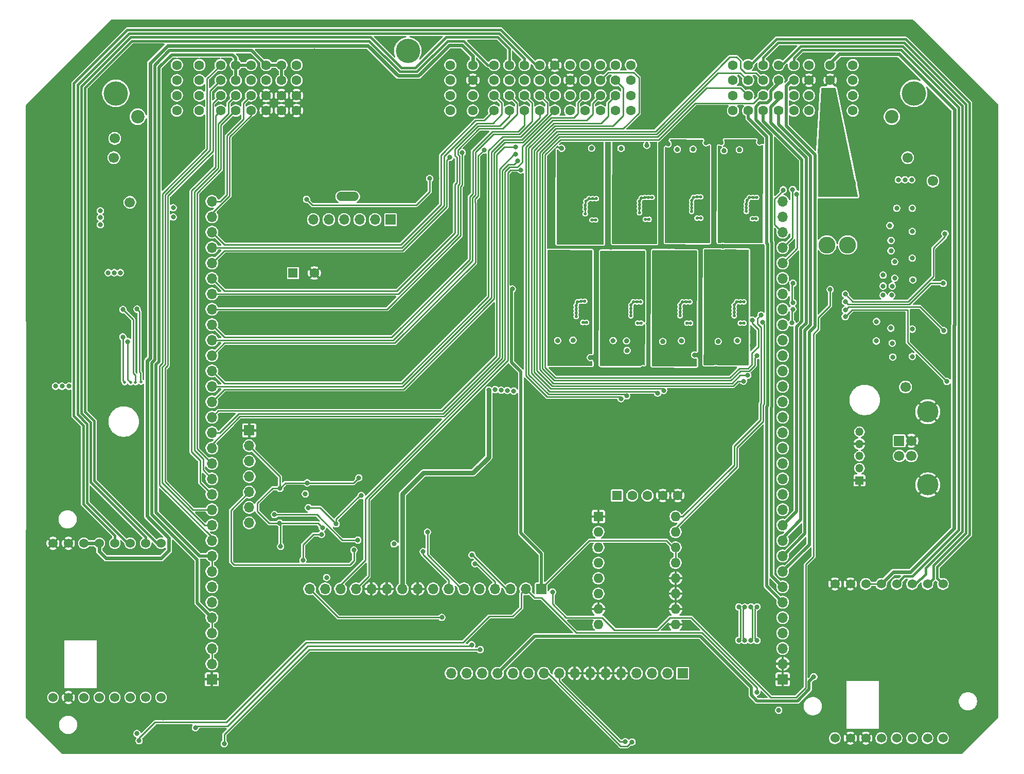
<source format=gbr>
%TF.GenerationSoftware,KiCad,Pcbnew,9.0.3*%
%TF.CreationDate,2025-10-28T00:12:23+00:00*%
%TF.ProjectId,Polygonus-Universal-Base,506f6c79-676f-46e7-9573-2d556e697665,rev?*%
%TF.SameCoordinates,Original*%
%TF.FileFunction,Copper,L4,Bot*%
%TF.FilePolarity,Positive*%
%FSLAX46Y46*%
G04 Gerber Fmt 4.6, Leading zero omitted, Abs format (unit mm)*
G04 Created by KiCad (PCBNEW 9.0.3) date 2025-10-28 00:12:23*
%MOMM*%
%LPD*%
G01*
G04 APERTURE LIST*
%TA.AperFunction,ComponentPad*%
%ADD10R,1.700000X1.700000*%
%TD*%
%TA.AperFunction,ComponentPad*%
%ADD11O,1.700000X1.700000*%
%TD*%
%TA.AperFunction,ComponentPad*%
%ADD12R,1.600000X1.600000*%
%TD*%
%TA.AperFunction,ComponentPad*%
%ADD13C,1.600000*%
%TD*%
%TA.AperFunction,ComponentPad*%
%ADD14C,1.700000*%
%TD*%
%TA.AperFunction,ComponentPad*%
%ADD15C,1.524000*%
%TD*%
%TA.AperFunction,ComponentPad*%
%ADD16O,1.600000X1.600000*%
%TD*%
%TA.AperFunction,ComponentPad*%
%ADD17C,2.780000*%
%TD*%
%TA.AperFunction,ComponentPad*%
%ADD18C,4.000000*%
%TD*%
%TA.AperFunction,ComponentPad*%
%ADD19C,2.200000*%
%TD*%
%TA.AperFunction,ComponentPad*%
%ADD20C,3.500000*%
%TD*%
%TA.AperFunction,ComponentPad*%
%ADD21R,1.350000X1.350000*%
%TD*%
%TA.AperFunction,ComponentPad*%
%ADD22O,1.350000X1.350000*%
%TD*%
%TA.AperFunction,ViaPad*%
%ADD23C,0.800000*%
%TD*%
%TA.AperFunction,ViaPad*%
%ADD24C,0.500000*%
%TD*%
%TA.AperFunction,Conductor*%
%ADD25C,0.250000*%
%TD*%
%TA.AperFunction,Conductor*%
%ADD26C,0.500000*%
%TD*%
%TA.AperFunction,Conductor*%
%ADD27C,0.800000*%
%TD*%
%TA.AperFunction,Conductor*%
%ADD28C,1.500000*%
%TD*%
%TA.AperFunction,Conductor*%
%ADD29C,0.400000*%
%TD*%
%TA.AperFunction,Conductor*%
%ADD30C,0.600000*%
%TD*%
G04 APERTURE END LIST*
D10*
%TO.P,J5,1,Pin_1*%
%TO.N,GND*%
X93888235Y-91017793D03*
D11*
%TO.P,J5,2,Pin_2*%
%TO.N,+5V*%
X93888235Y-93557793D03*
%TO.P,J5,3,Pin_3*%
%TO.N,output*%
X93888235Y-96097793D03*
%TO.P,J5,4,Pin_4*%
%TO.N,/Scope*%
X93888235Y-98637793D03*
%TO.P,J5,5,Pin_5*%
%TO.N,/LS12*%
X93888235Y-101177793D03*
%TO.P,J5,6,Pin_6*%
%TO.N,/VR-D*%
X93888235Y-103717793D03*
%TO.P,J5,7,Pin_7*%
%TO.N,/VR+D*%
X93888235Y-106257793D03*
%TD*%
D12*
%TO.P,C2,1*%
%TO.N,/12V_MR_FUSE*%
X101112052Y-65110107D03*
D13*
%TO.P,C2,2*%
%TO.N,GND*%
X104612052Y-65110107D03*
%TD*%
D14*
%TO.P,P1,1,Pin_1*%
%TO.N,/12V_MR*%
X71628000Y-46075600D03*
%TD*%
D15*
%TO.P,U1,1,5V*%
%TO.N,+5V*%
X190269349Y-141724815D03*
%TO.P,U1,2,GND*%
%TO.N,GND*%
X192809349Y-141724815D03*
%TO.P,U1,3,SEL_1*%
X195349349Y-141724815D03*
%TO.P,U1,4,SEL_2*%
%TO.N,unconnected-(U1-SEL_2-Pad4)*%
X197889349Y-141724815D03*
%TO.P,U1,5,CAN_RX*%
%TO.N,/CAN_RX*%
X200429349Y-141724815D03*
%TO.P,U1,6,CAN_TX*%
%TO.N,/CAN_TX*%
X202969349Y-141724815D03*
%TO.P,U1,7,VBatt_Sense*%
%TO.N,/12V_MR_FUSE*%
X205509349Y-141724815D03*
%TO.P,U1,8,Boot0*%
%TO.N,unconnected-(U1-Boot0-Pad8)*%
X208049349Y-141724815D03*
%TO.P,U1,9,HEAT_GND*%
%TO.N,GND*%
X190269349Y-116324815D03*
%TO.P,U1,10,HEAT_GND2*%
X192809349Y-116324815D03*
%TO.P,U1,11,HEATER-*%
%TO.N,/HeaterNeg*%
X195349349Y-116324815D03*
%TO.P,U1,12,HEATER-*%
X197889349Y-116324815D03*
%TO.P,U1,13,LSU_ip*%
%TO.N,/LSU_Ip*%
X200429349Y-116324815D03*
%TO.P,U1,14,LSU_vm*%
%TO.N,/LSU_Vm*%
X202969349Y-116324815D03*
%TO.P,U1,15,LSU_rtrim*%
%TO.N,/LSU_Rtrim*%
X205509349Y-116324815D03*
%TO.P,U1,16,LSU_un*%
%TO.N,/LSU_Un*%
X208049349Y-116324815D03*
%TD*%
D12*
%TO.P,A1,1,GND*%
%TO.N,GND*%
X151360000Y-105209750D03*
D16*
%TO.P,A1,2,~{FLT}*%
%TO.N,unconnected-(A1-~{FLT}-Pad2)*%
X151360000Y-107749750D03*
%TO.P,A1,3,A2*%
%TO.N,/STEPA2*%
X151360000Y-110289750D03*
%TO.P,A1,4,A1*%
%TO.N,/STEPA1*%
X151360000Y-112829750D03*
%TO.P,A1,5,B1*%
%TO.N,/STEPB1*%
X151360000Y-115369750D03*
%TO.P,A1,6,B2*%
%TO.N,/STEPB2*%
X151360000Y-117909750D03*
%TO.P,A1,7,GND*%
%TO.N,GND*%
X151360000Y-120449750D03*
%TO.P,A1,8,VMOT*%
%TO.N,/12V_MR_FUSE*%
X151360000Y-122989750D03*
%TO.P,A1,9,~{EN}*%
%TO.N,GND*%
X164060000Y-122989750D03*
%TO.P,A1,10,M0*%
X164060000Y-120449750D03*
%TO.P,A1,11,M1*%
X164060000Y-117909750D03*
%TO.P,A1,12,M2*%
X164060000Y-115369750D03*
%TO.P,A1,13,~{RST}*%
%TO.N,+5V*%
X164060000Y-112829750D03*
%TO.P,A1,14,~{SLP}*%
X164060000Y-110289750D03*
%TO.P,A1,15,STEP*%
%TO.N,/LS9*%
X164060000Y-107749750D03*
%TO.P,A1,16,DIR*%
%TO.N,/LS10*%
X164060000Y-105209750D03*
%TD*%
D14*
%TO.P,P3,1,Pin_1*%
%TO.N,/ExtraLSB*%
X74269600Y-53441600D03*
%TD*%
D17*
%TO.P,F1,1*%
%TO.N,/12V_MR*%
X192364464Y-50542664D03*
X188964464Y-50542664D03*
%TO.P,F1,2*%
%TO.N,/12V_MR_FUSE*%
X192364464Y-60462664D03*
X188964464Y-60462664D03*
%TD*%
D14*
%TO.P,P6,1,Pin_1*%
%TO.N,/12V_MR*%
X206400400Y-49936400D03*
%TD*%
%TO.P,P5,1,Pin_1*%
%TO.N,/LS12ADD*%
X202234800Y-46075600D03*
%TD*%
D18*
%TO.P,J1,*%
%TO.N,*%
X71950000Y-35490000D03*
D19*
X75550000Y-39340000D03*
D18*
X120000000Y-28490000D03*
D19*
X199650000Y-39340000D03*
D18*
X203250000Y-35490000D03*
D13*
%TO.P,J1,1*%
%TO.N,GND*%
X101700000Y-38340000D03*
%TO.P,J1,2*%
X101700000Y-35840000D03*
%TO.P,J1,3*%
%TO.N,/VR+D*%
X101700000Y-33340000D03*
%TO.P,J1,4*%
%TO.N,/VR-D*%
X101700000Y-30840000D03*
%TO.P,J1,5*%
%TO.N,GND*%
X99200000Y-38340000D03*
%TO.P,J1,6*%
X99200000Y-35840000D03*
%TO.P,J1,7*%
%TO.N,/5V_SENSOR_2*%
X99200000Y-33340000D03*
%TO.P,J1,8*%
X99200000Y-30840000D03*
%TO.P,J1,9*%
%TO.N,GND*%
X96700000Y-38340000D03*
%TO.P,J1,10*%
X96700000Y-35840000D03*
%TO.P,J1,11*%
%TO.N,/CAN2-*%
X96700000Y-33340000D03*
%TO.P,J1,12*%
%TO.N,/5V_SENSOR_2*%
X96700000Y-30840000D03*
%TO.P,J1,13*%
%TO.N,/KNOCK_1*%
X94200000Y-38340000D03*
%TO.P,J1,14*%
%TO.N,/KNOCK_2*%
X94200000Y-35840000D03*
%TO.P,J1,15*%
%TO.N,/CAN2+*%
X94200000Y-33340000D03*
%TO.P,J1,16*%
%TO.N,/5V_SENSOR_1*%
X94200000Y-30840000D03*
%TO.P,J1,17*%
%TO.N,/DIGITAL_1*%
X91700000Y-38340000D03*
%TO.P,J1,18*%
%TO.N,/DIGITAL_2*%
X91700000Y-35840000D03*
%TO.P,J1,19*%
%TO.N,/5V_SENSOR_1*%
X91700000Y-33340000D03*
%TO.P,J1,20*%
X91700000Y-30840000D03*
%TO.P,J1,21*%
%TO.N,/DIGITAL_3*%
X89200000Y-38340000D03*
%TO.P,J1,22*%
%TO.N,/DIGITAL_4*%
X89200000Y-35840000D03*
%TO.P,J1,23*%
%TO.N,/DIGITAL_5*%
X89200000Y-33340000D03*
%TO.P,J1,24*%
%TO.N,/DIGITAL_6*%
X89200000Y-30840000D03*
%TO.P,J1,25*%
%TO.N,/HS3*%
X85700000Y-38340000D03*
%TO.P,J1,26*%
%TO.N,/HS4*%
X85700000Y-35840000D03*
%TO.P,J1,27*%
%TO.N,/HS2*%
X85700000Y-33340000D03*
%TO.P,J1,28*%
%TO.N,/HS1*%
X85700000Y-30840000D03*
%TO.P,J1,29*%
%TO.N,/ExtraLSD*%
X82000000Y-38340000D03*
%TO.P,J1,30*%
%TO.N,/ExtraLSC*%
X82000000Y-35840000D03*
%TO.P,J1,31*%
%TO.N,/ExtraLSB*%
X82000000Y-33340000D03*
%TO.P,J1,32*%
%TO.N,/ExtraLSA*%
X82000000Y-30840000D03*
%TO.P,J1,33*%
%TO.N,/IGBT8*%
X156700000Y-38340000D03*
%TO.P,J1,34*%
%TO.N,/IGBT7*%
X156700000Y-35840000D03*
%TO.P,J1,35*%
%TO.N,/IGBT6*%
X156700000Y-33340000D03*
%TO.P,J1,36*%
%TO.N,/IGBT5*%
X156700000Y-30840000D03*
%TO.P,J1,37*%
%TO.N,/LS2*%
X154200000Y-38340000D03*
%TO.P,J1,38*%
%TO.N,/IGN7*%
X154200000Y-35840000D03*
%TO.P,J1,39*%
%TO.N,/IGN6*%
X154200000Y-33340000D03*
%TO.P,J1,40*%
%TO.N,/STEPA2*%
X154200000Y-30840000D03*
%TO.P,J1,41*%
%TO.N,/LS1*%
X151700000Y-38340000D03*
%TO.P,J1,42*%
%TO.N,/IGN8*%
X151700000Y-35840000D03*
%TO.P,J1,43*%
%TO.N,/IGN5*%
X151700000Y-33340000D03*
%TO.P,J1,44*%
%TO.N,/STEPA1*%
X151700000Y-30840000D03*
%TO.P,J1,45*%
%TO.N,/12V_KEY*%
X149200000Y-38340000D03*
%TO.P,J1,46*%
%TO.N,/CAN-*%
X149200000Y-35840000D03*
%TO.P,J1,47*%
%TO.N,/CAN+*%
X149200000Y-33340000D03*
%TO.P,J1,48*%
%TO.N,/STEPB1*%
X149200000Y-30840000D03*
%TO.P,J1,49*%
%TO.N,/AT3*%
X146700000Y-38340000D03*
%TO.P,J1,50*%
%TO.N,/AT4*%
X146700000Y-35840000D03*
%TO.P,J1,51*%
%TO.N,GND*%
X146700000Y-33340000D03*
%TO.P,J1,52*%
%TO.N,/STEPB2*%
X146700000Y-30840000D03*
%TO.P,J1,53*%
%TO.N,/AT1*%
X144200000Y-38340000D03*
%TO.P,J1,54*%
%TO.N,/AT2*%
X144200000Y-35840000D03*
%TO.P,J1,55*%
%TO.N,/CRANK -*%
X144200000Y-33340000D03*
%TO.P,J1,56*%
%TO.N,GND*%
X144200000Y-30840000D03*
%TO.P,J1,57*%
%TO.N,/AV10*%
X141700000Y-38340000D03*
%TO.P,J1,58*%
%TO.N,/AV11*%
X141700000Y-35840000D03*
%TO.P,J1,59*%
%TO.N,/CRANK +*%
X141700000Y-33340000D03*
%TO.P,J1,60*%
%TO.N,/LSU_Ip2*%
X141700000Y-30840000D03*
%TO.P,J1,61*%
%TO.N,/AV7*%
X139200000Y-38340000D03*
%TO.P,J1,62*%
%TO.N,/AV8*%
X139200000Y-35840000D03*
%TO.P,J1,63*%
%TO.N,/AV9*%
X139200000Y-33340000D03*
%TO.P,J1,64*%
%TO.N,/LSU_Vm2*%
X139200000Y-30840000D03*
%TO.P,J1,65*%
%TO.N,/AV4*%
X136700000Y-38340000D03*
%TO.P,J1,66*%
%TO.N,/AV5*%
X136700000Y-35840000D03*
%TO.P,J1,67*%
%TO.N,/AV6*%
X136700000Y-33340000D03*
%TO.P,J1,68*%
%TO.N,/LSU_Rtrim2*%
X136700000Y-30840000D03*
%TO.P,J1,69*%
%TO.N,/AV1*%
X134200000Y-38340000D03*
%TO.P,J1,70*%
%TO.N,/AV2*%
X134200000Y-35840000D03*
%TO.P,J1,71*%
%TO.N,/AV3*%
X134200000Y-33340000D03*
%TO.P,J1,72*%
%TO.N,/LSU_Un2*%
X134200000Y-30840000D03*
%TO.P,J1,73*%
%TO.N,/12V_MR_FUSE*%
X130700000Y-38340000D03*
%TO.P,J1,74*%
X130700000Y-35840000D03*
%TO.P,J1,75*%
%TO.N,GND*%
X130700000Y-33340000D03*
%TO.P,J1,76*%
%TO.N,/HeaterNeg2*%
X130700000Y-30840000D03*
%TO.P,J1,77*%
%TO.N,/ETB1_+*%
X127000000Y-38340000D03*
%TO.P,J1,78*%
%TO.N,/ETB1_-*%
X127000000Y-35840000D03*
%TO.P,J1,79*%
%TO.N,/ETB2_+*%
X127000000Y-33340000D03*
%TO.P,J1,80*%
%TO.N,/ETB2_-*%
X127000000Y-30840000D03*
%TO.P,J1,81*%
%TO.N,/IGBT1*%
X173500000Y-38340000D03*
%TO.P,J1,82*%
%TO.N,/IGBT2*%
X173500000Y-35840000D03*
%TO.P,J1,83*%
%TO.N,/IGBT3*%
X173500000Y-33340000D03*
%TO.P,J1,84*%
%TO.N,/IGBT4*%
X173500000Y-30840000D03*
%TO.P,J1,85*%
%TO.N,/LS3*%
X176000000Y-38340000D03*
%TO.P,J1,86*%
%TO.N,/IGN2*%
X176000000Y-35840000D03*
%TO.P,J1,87*%
%TO.N,/IGN3*%
X176000000Y-33340000D03*
%TO.P,J1,88*%
%TO.N,/LSU_Un*%
X176000000Y-30840000D03*
%TO.P,J1,89*%
%TO.N,/LS8*%
X178500000Y-38340000D03*
%TO.P,J1,90*%
%TO.N,/IGN1*%
X178500000Y-35840000D03*
%TO.P,J1,91*%
%TO.N,/IGN4*%
X178500000Y-33340000D03*
%TO.P,J1,92*%
%TO.N,/LSU_Rtrim*%
X178500000Y-30840000D03*
%TO.P,J1,93*%
%TO.N,/LS6*%
X181000000Y-38340000D03*
%TO.P,J1,94*%
%TO.N,/LS7*%
X181000000Y-35840000D03*
%TO.P,J1,95*%
%TO.N,/LS4*%
X181000000Y-33340000D03*
%TO.P,J1,96*%
%TO.N,/LSU_Vm*%
X181000000Y-30840000D03*
%TO.P,J1,97*%
%TO.N,/LS15*%
X183500000Y-38340000D03*
%TO.P,J1,98*%
%TO.N,/LS16*%
X183500000Y-35840000D03*
%TO.P,J1,99*%
%TO.N,/LS5*%
X183500000Y-33340000D03*
%TO.P,J1,100*%
%TO.N,/LSU_Ip*%
X183500000Y-30840000D03*
%TO.P,J1,101*%
%TO.N,/LS13*%
X186000000Y-38340000D03*
%TO.P,J1,102*%
%TO.N,/LS14*%
X186000000Y-35840000D03*
%TO.P,J1,103*%
%TO.N,GND*%
X186000000Y-33340000D03*
%TO.P,J1,104*%
%TO.N,/Perm_Live*%
X186000000Y-30840000D03*
%TO.P,J1,105*%
%TO.N,/12V_MR*%
X189500000Y-38340000D03*
%TO.P,J1,106*%
X189500000Y-35840000D03*
%TO.P,J1,107*%
%TO.N,GND*%
X189500000Y-33340000D03*
%TO.P,J1,108*%
%TO.N,/HeaterNeg*%
X189500000Y-30840000D03*
%TO.P,J1,109*%
%TO.N,/LS9ADD*%
X193200000Y-38340000D03*
%TO.P,J1,110*%
%TO.N,/LS10ADD*%
X193200000Y-35840000D03*
%TO.P,J1,111*%
%TO.N,/LS11ADD*%
X193200000Y-33340000D03*
%TO.P,J1,112*%
%TO.N,/LS12ADD*%
X193200000Y-30840000D03*
%TD*%
D10*
%TO.P,J4,1,VBUS*%
%TO.N,/VBUS*%
X200849999Y-92720000D03*
D14*
%TO.P,J4,2,D-*%
%TO.N,/USB-*%
X200849999Y-95220000D03*
%TO.P,J4,3,D+*%
%TO.N,/USB+*%
X202849999Y-95220000D03*
%TO.P,J4,4,GND*%
%TO.N,GND*%
X202849999Y-92720000D03*
D20*
%TO.P,J4,5,Shield*%
X205559999Y-87950000D03*
X205559999Y-99990000D03*
%TD*%
D21*
%TO.P,J3,1,Pin_1*%
%TO.N,GND*%
X194310000Y-99250000D03*
D22*
%TO.P,J3,2,Pin_2*%
%TO.N,/USB+*%
X194310000Y-97250000D03*
%TO.P,J3,3,Pin_3*%
%TO.N,/USB-*%
X194310000Y-95250000D03*
%TO.P,J3,4,Pin_4*%
%TO.N,GND*%
X194310000Y-93250000D03*
%TO.P,J3,5,Pin_5*%
%TO.N,/VBUS*%
X194310000Y-91250000D03*
%TD*%
D14*
%TO.P,P4,1,Pin_1*%
%TO.N,/LS9ADD*%
X201879200Y-83870800D03*
%TD*%
D15*
%TO.P,U2,1,5V*%
%TO.N,+5V*%
X61611115Y-135011435D03*
%TO.P,U2,2,GND*%
%TO.N,GND*%
X64151115Y-135011435D03*
%TO.P,U2,3,SEL_1*%
%TO.N,unconnected-(U2-SEL_1-Pad3)*%
X66691115Y-135011435D03*
%TO.P,U2,4,SEL_2*%
%TO.N,+5V*%
X69231115Y-135011435D03*
%TO.P,U2,5,CAN_RX*%
%TO.N,/CAN_RX2*%
X71771115Y-135011435D03*
%TO.P,U2,6,CAN_TX*%
%TO.N,/CAN_TX2*%
X74311115Y-135011435D03*
%TO.P,U2,7,VBatt_Sense*%
%TO.N,/12V_MR_FUSE*%
X76851115Y-135011435D03*
%TO.P,U2,8,Boot0*%
%TO.N,unconnected-(U2-Boot0-Pad8)*%
X79391115Y-135011435D03*
%TO.P,U2,9,HEAT_GND*%
%TO.N,GND*%
X61611115Y-109611435D03*
%TO.P,U2,10,HEAT_GND2*%
X64151115Y-109611435D03*
%TO.P,U2,11,HEATER-*%
%TO.N,/HeaterNeg2*%
X66691115Y-109611435D03*
%TO.P,U2,12,HEATER-*%
X69231115Y-109611435D03*
%TO.P,U2,13,LSU_ip*%
%TO.N,/LSU_Ip2*%
X71771115Y-109611435D03*
%TO.P,U2,14,LSU_vm*%
%TO.N,/LSU_Vm2*%
X74311115Y-109611435D03*
%TO.P,U2,15,LSU_rtrim*%
%TO.N,/LSU_Rtrim2*%
X76851115Y-109611435D03*
%TO.P,U2,16,LSU_un*%
%TO.N,/LSU_Un2*%
X79391115Y-109611435D03*
%TD*%
D10*
%TO.P,J2,1,Pin_1*%
%TO.N,GND*%
X181672763Y-132012059D03*
D11*
%TO.P,J2,2,Pin_2*%
X181672763Y-129472059D03*
%TO.P,J2,3,Pin_3*%
%TO.N,/12V_MR_FUSE*%
X181672763Y-126932059D03*
%TO.P,J2,4,Pin_4*%
%TO.N,/LS1*%
X181672763Y-124392059D03*
%TO.P,J2,5,Pin_5*%
%TO.N,/LS2*%
X181672763Y-121852059D03*
%TO.P,J2,6,Pin_6*%
%TO.N,/LS3*%
X181672763Y-119312059D03*
%TO.P,J2,7,Pin_7*%
%TO.N,/LS4*%
X181672763Y-116772059D03*
%TO.P,J2,8,Pin_8*%
%TO.N,/LS5*%
X181672763Y-114232059D03*
%TO.P,J2,9,Pin_9*%
%TO.N,/LS6*%
X181672763Y-111692059D03*
%TO.P,J2,10,Pin_10*%
%TO.N,/LS7*%
X181672763Y-109152059D03*
%TO.P,J2,11,Pin_11*%
%TO.N,/LS8*%
X181672763Y-106612059D03*
%TO.P,J2,12,Pin_12*%
%TO.N,/IGN12*%
X181672763Y-104072059D03*
%TO.P,J2,13,Pin_13*%
%TO.N,/IGN11*%
X181672763Y-101532059D03*
%TO.P,J2,14,Pin_14*%
%TO.N,/IGN10*%
X181672763Y-98992059D03*
%TO.P,J2,15,Pin_15*%
%TO.N,/IGN9*%
X181672763Y-96452059D03*
%TO.P,J2,16,Pin_16*%
%TO.N,/IGN8*%
X181672763Y-93912059D03*
%TO.P,J2,17,Pin_17*%
%TO.N,/IGN7*%
X181672763Y-91372059D03*
%TO.P,J2,18,Pin_18*%
%TO.N,/IGN6*%
X181672763Y-88832059D03*
%TO.P,J2,19,Pin_19*%
%TO.N,/IGN5*%
X181672763Y-86292059D03*
%TO.P,J2,20,Pin_20*%
%TO.N,/IGN4*%
X181672763Y-83752059D03*
%TO.P,J2,21,Pin_21*%
%TO.N,/IGN3*%
X181672763Y-81212059D03*
%TO.P,J2,22,Pin_22*%
%TO.N,/IGN2*%
X181672763Y-78672059D03*
%TO.P,J2,23,Pin_23*%
%TO.N,/IGN1*%
X181672763Y-76132059D03*
%TO.P,J2,24,Pin_24*%
%TO.N,/LS9*%
X181672763Y-73592059D03*
%TO.P,J2,25,Pin_25*%
%TO.N,/LS10*%
X181672763Y-71052059D03*
%TO.P,J2,26,Pin_26*%
%TO.N,/LS11*%
X181672763Y-68512059D03*
%TO.P,J2,27,Pin_27*%
%TO.N,/LS12*%
X181672763Y-65972059D03*
%TO.P,J2,28,Pin_28*%
%TO.N,/LS13*%
X181672763Y-63432059D03*
%TO.P,J2,29,Pin_29*%
%TO.N,/LS14*%
X181672763Y-60892059D03*
%TO.P,J2,30,Pin_30*%
%TO.N,/LS15*%
X181672763Y-58352059D03*
%TO.P,J2,31,Pin_31*%
%TO.N,/LS16*%
X181672763Y-55812059D03*
%TO.P,J2,32,Pin_32*%
%TO.N,/12V_MR_FUSE*%
X181672763Y-53272059D03*
D10*
%TO.P,J2,33,Pin_33*%
%TO.N,GND*%
X87760080Y-132017154D03*
D11*
%TO.P,J2,34,Pin_34*%
%TO.N,/12V_PROT*%
X87760080Y-129477154D03*
%TO.P,J2,35,Pin_35*%
X87760080Y-126937154D03*
%TO.P,J2,36,Pin_36*%
%TO.N,/5V_SENSOR_2*%
X87760080Y-124397154D03*
%TO.P,J2,37,Pin_37*%
X87760080Y-121857154D03*
%TO.P,J2,38,Pin_38*%
%TO.N,unconnected-(J2-Pin_38-Pad38)*%
X87760080Y-119317154D03*
%TO.P,J2,39,Pin_39*%
%TO.N,unconnected-(J2-Pin_39-Pad39)*%
X87760080Y-116777154D03*
%TO.P,J2,40,Pin_40*%
%TO.N,/5V_SENSOR_1*%
X87760080Y-114237154D03*
%TO.P,J2,41,Pin_41*%
X87760080Y-111697154D03*
%TO.P,J2,42,Pin_42*%
%TO.N,/DIGITAL_6*%
X87760080Y-109157154D03*
%TO.P,J2,43,Pin_43*%
%TO.N,/DIGITAL_5*%
X87760080Y-106617154D03*
%TO.P,J2,44,Pin_44*%
%TO.N,/DIGITAL_4*%
X87760080Y-104077154D03*
%TO.P,J2,45,Pin_45*%
%TO.N,/DIGITAL_3*%
X87760080Y-101537154D03*
%TO.P,J2,46,Pin_46*%
%TO.N,/DIGITAL_2*%
X87760080Y-98997154D03*
%TO.P,J2,47,Pin_47*%
%TO.N,/DIGITAL_1*%
X87760080Y-96457154D03*
%TO.P,J2,48,Pin_48*%
%TO.N,/AT4*%
X87760080Y-93917154D03*
%TO.P,J2,49,Pin_49*%
%TO.N,/AT3*%
X87760080Y-91377154D03*
%TO.P,J2,50,Pin_50*%
%TO.N,/AT2*%
X87760080Y-88837154D03*
%TO.P,J2,51,Pin_51*%
%TO.N,/AT1*%
X87760080Y-86297154D03*
%TO.P,J2,52,Pin_52*%
%TO.N,/AV11*%
X87760080Y-83757154D03*
%TO.P,J2,53,Pin_53*%
%TO.N,/AV10*%
X87760080Y-81217154D03*
%TO.P,J2,54,Pin_54*%
%TO.N,/AV9*%
X87760080Y-78677154D03*
%TO.P,J2,55,Pin_55*%
%TO.N,/AV8*%
X87760080Y-76137154D03*
%TO.P,J2,56,Pin_56*%
%TO.N,/AV7*%
X87760080Y-73597154D03*
%TO.P,J2,57,Pin_57*%
%TO.N,/AV6*%
X87760080Y-71057154D03*
%TO.P,J2,58,Pin_58*%
%TO.N,/AV5*%
X87760080Y-68517154D03*
%TO.P,J2,59,Pin_59*%
%TO.N,/AV4*%
X87760080Y-65977154D03*
%TO.P,J2,60,Pin_60*%
%TO.N,/AV3*%
X87760080Y-63437154D03*
%TO.P,J2,61,Pin_61*%
%TO.N,/AV2*%
X87760080Y-60897154D03*
%TO.P,J2,62,Pin_62*%
%TO.N,/AV1*%
X87760080Y-58357154D03*
%TO.P,J2,63,Pin_63*%
%TO.N,/KNOCK_1*%
X87760080Y-55817154D03*
%TO.P,J2,64,Pin_64*%
%TO.N,/KNOCK_2*%
X87760080Y-53277154D03*
D10*
%TO.P,J2,65,Pin_65*%
%TO.N,/HS1*%
X165230080Y-131026287D03*
D11*
%TO.P,J2,66,Pin_66*%
%TO.N,/HS2*%
X162690080Y-131026287D03*
%TO.P,J2,67,Pin_67*%
%TO.N,/HS3*%
X160150080Y-131026287D03*
%TO.P,J2,68,Pin_68*%
%TO.N,/HS4*%
X157610080Y-131026287D03*
%TO.P,J2,69,Pin_69*%
%TO.N,GND*%
X155070080Y-131026287D03*
%TO.P,J2,70,Pin_70*%
X152530080Y-131026287D03*
%TO.P,J2,71,Pin_71*%
X149990080Y-131026287D03*
%TO.P,J2,72,Pin_72*%
X147450080Y-131026287D03*
%TO.P,J2,73,Pin_73*%
%TO.N,/CAN2+*%
X144910080Y-131026287D03*
%TO.P,J2,74,Pin_74*%
%TO.N,/CAN2-*%
X142370080Y-131026287D03*
%TO.P,J2,75,Pin_75*%
%TO.N,/RC1*%
X139830080Y-131026287D03*
%TO.P,J2,76,Pin_76*%
%TO.N,/RC2*%
X137290080Y-131026287D03*
%TO.P,J2,77,Pin_77*%
%TO.N,/Perm_Live*%
X134750080Y-131026287D03*
%TO.P,J2,78,Pin_78*%
%TO.N,/Scope*%
X132210080Y-131026287D03*
%TO.P,J2,79,Pin_79*%
%TO.N,unconnected-(J2-Pin_79-Pad79)*%
X129670080Y-131026287D03*
%TO.P,J2,80,Pin_80*%
%TO.N,unconnected-(J2-Pin_80-Pad80)*%
X127130080Y-131026287D03*
D10*
%TO.P,J2,81,Pin_81*%
%TO.N,+5V*%
X141953794Y-117134404D03*
D11*
%TO.P,J2,82,Pin_82*%
%TO.N,+3.3V*%
X139413794Y-117134404D03*
%TO.P,J2,83,Pin_83*%
%TO.N,/ETB1_PWM*%
X136873794Y-117134404D03*
%TO.P,J2,84,Pin_84*%
%TO.N,/ETB1_DIS*%
X134333794Y-117134404D03*
%TO.P,J2,85,Pin_85*%
%TO.N,/ETB1_DIR*%
X131793794Y-117134404D03*
%TO.P,J2,86,Pin_86*%
%TO.N,/ETB2_PWM*%
X129253794Y-117134404D03*
%TO.P,J2,87,Pin_87*%
%TO.N,/ETB2_DIS*%
X126713794Y-117134404D03*
%TO.P,J2,88,Pin_88*%
%TO.N,/ETB2_DIR*%
X124173794Y-117134404D03*
%TO.P,J2,89,Pin_89*%
%TO.N,GND*%
X121633794Y-117134404D03*
%TO.P,J2,90,Pin_90*%
%TO.N,/12V_KEY*%
X119093794Y-117134404D03*
%TO.P,J2,91,Pin_91*%
%TO.N,GND*%
X116553794Y-117134404D03*
%TO.P,J2,92,Pin_92*%
X114013794Y-117134404D03*
%TO.P,J2,93,Pin_93*%
%TO.N,/CAN+*%
X111473794Y-117134404D03*
%TO.P,J2,94,Pin_94*%
%TO.N,/CAN-*%
X108933794Y-117134404D03*
%TO.P,J2,95,Pin_95*%
%TO.N,output*%
X106393794Y-117134404D03*
%TO.P,J2,96,Pin_96*%
%TO.N,/VR1+*%
X103853794Y-117134404D03*
D13*
%TO.P,J2,97,Pin_97*%
%TO.N,GND*%
X164425871Y-101751522D03*
%TO.P,J2,98,Pin_98*%
X161925871Y-101751522D03*
%TO.P,J2,99,Pin_99*%
%TO.N,/USB+*%
X159425871Y-101751522D03*
%TO.P,J2,100,Pin_100*%
%TO.N,/USB-*%
X156925871Y-101751522D03*
D12*
%TO.P,J2,101,Pin_101*%
%TO.N,/VBUS*%
X154425871Y-101751522D03*
D10*
%TO.P,J2,102,Pin_102*%
%TO.N,/+3V3*%
X117154579Y-56302538D03*
D11*
%TO.P,J2,103,Pin_103*%
%TO.N,/EXT_SPI_CS*%
X114614579Y-56302538D03*
%TO.P,J2,104,Pin_104*%
%TO.N,/EXT_SPI_SCK*%
X112074579Y-56302538D03*
%TO.P,J2,105,Pin_105*%
%TO.N,/EXT_SPI_MISO*%
X109534579Y-56302538D03*
%TO.P,J2,106,Pin_106*%
%TO.N,/EXT_SPI_MOSI*%
X106994579Y-56302538D03*
%TO.P,J2,107,Pin_107*%
%TO.N,unconnected-(J2-Pin_107-Pad107)*%
X104454579Y-56302538D03*
%TD*%
D14*
%TO.P,P2,1,Pin_1*%
%TO.N,/ExtraLSA*%
X71780400Y-42926000D03*
%TD*%
D23*
%TO.N,/12V_MR*%
X201800000Y-49740000D03*
X202900000Y-49740000D03*
X203000000Y-58240000D03*
X199700000Y-67240000D03*
X200100000Y-63240000D03*
X69400000Y-55940000D03*
X203000000Y-62640000D03*
X199324149Y-57292971D03*
X199700000Y-76640000D03*
X69400000Y-57140000D03*
X200443169Y-54420817D03*
X64231609Y-83740500D03*
X197120158Y-73080499D03*
X203100000Y-66240000D03*
X63113017Y-83740500D03*
X199800000Y-78940000D03*
X203000000Y-54420817D03*
X197076926Y-76290526D03*
X200700000Y-49740000D03*
X69400000Y-54840000D03*
X199600000Y-68740000D03*
X203000000Y-78840000D03*
X203000000Y-74340000D03*
X198200000Y-68740000D03*
X198200000Y-65440000D03*
X200100000Y-65940000D03*
X62031712Y-83739500D03*
X71700000Y-65040000D03*
X72700000Y-65040000D03*
X198200000Y-67240000D03*
X199500000Y-61440000D03*
X70700000Y-65040000D03*
X199476340Y-74172124D03*
X199500000Y-59740000D03*
%TO.N,GND*%
X182810143Y-100222707D03*
X194234883Y-75155437D03*
X184273610Y-107571193D03*
X112141000Y-31242000D03*
X174561213Y-44780697D03*
X86371584Y-72251350D03*
X171846242Y-28079120D03*
X123444758Y-124286293D03*
X129440911Y-57555260D03*
X146603683Y-110879516D03*
X170765889Y-23886954D03*
D24*
X166700000Y-54340000D03*
D23*
X117058200Y-135923682D03*
X208913868Y-77888025D03*
X213244159Y-69033864D03*
X90255702Y-77682007D03*
X137268971Y-94293167D03*
X90215618Y-62590644D03*
X168780682Y-140105747D03*
X149208662Y-81370953D03*
D24*
X166400000Y-69840000D03*
D23*
X172722806Y-96328499D03*
D24*
X164800000Y-70340000D03*
D23*
X67205853Y-29653917D03*
X177960399Y-60885427D03*
X176963269Y-85931588D03*
X67867033Y-81359641D03*
X76309596Y-67467078D03*
X64793260Y-32298119D03*
X97234012Y-50515285D03*
X92909385Y-32098733D03*
X162958838Y-60736281D03*
X208913868Y-70710393D03*
X106987426Y-92311251D03*
X83456634Y-143803040D03*
X213257734Y-70113811D03*
X174661676Y-98125755D03*
X102913209Y-125105409D03*
D24*
X165800000Y-69840000D03*
D23*
X139730902Y-120023107D03*
X153623645Y-86491256D03*
X65437883Y-135947846D03*
X117721224Y-108429489D03*
X97914711Y-32111600D03*
X61365315Y-78313265D03*
X120396000Y-111125000D03*
X145474779Y-123764861D03*
X129415177Y-55071897D03*
X132141751Y-31267536D03*
X71965383Y-38652023D03*
X96167988Y-62490436D03*
X184668246Y-139486972D03*
X185817491Y-111469121D03*
X98057636Y-112127307D03*
X132049428Y-89973419D03*
X116225911Y-89673631D03*
X199526295Y-86851907D03*
X206807187Y-82567468D03*
X93017492Y-29853798D03*
X156081760Y-77858700D03*
X131539978Y-99292768D03*
X102850106Y-98575566D03*
X74314905Y-113355528D03*
X96181932Y-94420297D03*
X107426500Y-114370289D03*
X140675146Y-112026073D03*
X89260280Y-51778344D03*
X116706957Y-69537228D03*
X96316551Y-107702798D03*
X160166597Y-85835030D03*
D24*
X175300000Y-69840000D03*
D23*
X69656937Y-95913923D03*
X146949602Y-113732635D03*
X109685163Y-142737774D03*
X65100000Y-102640000D03*
X73812400Y-46380400D03*
X81111761Y-135646088D03*
X200594344Y-43874771D03*
X73969251Y-42708204D03*
X124295785Y-60354041D03*
X169144138Y-38887536D03*
X191480412Y-107280109D03*
X131211521Y-95111211D03*
X67755174Y-59267449D03*
X137366487Y-86166827D03*
X112693752Y-42995126D03*
X188444723Y-113279692D03*
X169714207Y-123350705D03*
X58803496Y-112521021D03*
X201846263Y-140397802D03*
X62841273Y-59840320D03*
X192090359Y-39308193D03*
X76327000Y-122047000D03*
D24*
X156700000Y-71540000D03*
D23*
X98001372Y-29862376D03*
X158990099Y-91673311D03*
X183760080Y-40230890D03*
X177382362Y-81037045D03*
X139920096Y-107551705D03*
X93502449Y-53932651D03*
X137400000Y-65240000D03*
X90104289Y-41242172D03*
X132774826Y-111905827D03*
X130021253Y-44617273D03*
X58896168Y-75061813D03*
X147176554Y-76167238D03*
X137393942Y-105202662D03*
X213217733Y-63261357D03*
X202341196Y-32533687D03*
X170653411Y-101865529D03*
X107094447Y-85108409D03*
X153755729Y-126209489D03*
X208913868Y-69610444D03*
X138088575Y-114196326D03*
X120748413Y-84383980D03*
X129085431Y-110724262D03*
D24*
X147900000Y-69840000D03*
D23*
X186153372Y-39960680D03*
X95472933Y-101582078D03*
X95377000Y-112014000D03*
X173426963Y-131862381D03*
X170679385Y-80822969D03*
X117348000Y-46990000D03*
X58635707Y-120323200D03*
X67811103Y-63574028D03*
X177880941Y-43532582D03*
X109725602Y-39905251D03*
X79565845Y-104020166D03*
X93982464Y-86898854D03*
X97410571Y-56497982D03*
X196691744Y-99222104D03*
X114316214Y-119997815D03*
X117002707Y-50285531D03*
D24*
X159600000Y-52640000D03*
D23*
X124456118Y-53399589D03*
X187722968Y-85788630D03*
X151015268Y-133560494D03*
X147533562Y-122799949D03*
X107337438Y-112423471D03*
X126609420Y-57900382D03*
X125077409Y-86929270D03*
X97258891Y-98243503D03*
X107696000Y-109220000D03*
X177963424Y-63852582D03*
X155985465Y-76279097D03*
X79621015Y-101741834D03*
X67811103Y-76829343D03*
X63862736Y-143109438D03*
X116594863Y-40444309D03*
X204879109Y-75296382D03*
X70865782Y-59164640D03*
X114108556Y-23997933D03*
X210820000Y-142240000D03*
X85746463Y-100918678D03*
X164787228Y-133325585D03*
X84287066Y-33110070D03*
D24*
X158100000Y-54440000D03*
D23*
X168975523Y-100075782D03*
X85552726Y-131113686D03*
X215900000Y-127000000D03*
X192341372Y-95276385D03*
X124919479Y-75752565D03*
X163021011Y-143245587D03*
X81444743Y-44693156D03*
X125317909Y-115648954D03*
X199725810Y-25384658D03*
X206769900Y-77962598D03*
X77340663Y-119843459D03*
X206788544Y-69685017D03*
X180669877Y-59630118D03*
X104775000Y-38608000D03*
X67767603Y-75436147D03*
X94692137Y-107702798D03*
D24*
X175700000Y-54940000D03*
D23*
X124917076Y-71056283D03*
X163196131Y-100672364D03*
X76400000Y-106140000D03*
X160021319Y-28040518D03*
X101405186Y-112387573D03*
X131709666Y-107736671D03*
X183592134Y-133197677D03*
D24*
X150400000Y-52840000D03*
D23*
X114161298Y-47203066D03*
X117348000Y-42926000D03*
X208596390Y-113791836D03*
X109940090Y-102739810D03*
X182268643Y-32093674D03*
X148336000Y-106299000D03*
X202164486Y-113064752D03*
X144093092Y-126181615D03*
X200378187Y-90073551D03*
X208951155Y-62861606D03*
X153049161Y-81147235D03*
X208411145Y-38624969D03*
X215663820Y-116727278D03*
X100687212Y-97866567D03*
X75297075Y-55752950D03*
X184777740Y-34641373D03*
X71702926Y-25330550D03*
X166912541Y-125888749D03*
X117348000Y-48006000D03*
X183630117Y-128880259D03*
X125382586Y-41296225D03*
X157167339Y-40798255D03*
X96002438Y-103987288D03*
X172443158Y-103673920D03*
X93455727Y-49316829D03*
X160528000Y-122809000D03*
X122936000Y-27940000D03*
X153124278Y-110330688D03*
X139842748Y-28063613D03*
D24*
X177300000Y-56140000D03*
D23*
X114577667Y-40670295D03*
X104313706Y-32228669D03*
D24*
X158300000Y-69840000D03*
D23*
X112497952Y-41130438D03*
X176378048Y-143472713D03*
D24*
X164800000Y-71540000D03*
D23*
X136060090Y-132256060D03*
X96028687Y-77596616D03*
X132020666Y-68402207D03*
X215704179Y-93419533D03*
X197096930Y-23867653D03*
X120836567Y-61690657D03*
X74188818Y-107766587D03*
X102717949Y-94518143D03*
X206800000Y-58940000D03*
X168913849Y-131334913D03*
X180832735Y-69795188D03*
X62841273Y-64364403D03*
X166956720Y-42168663D03*
X75259599Y-139474044D03*
X104292400Y-119278400D03*
X93433726Y-50991745D03*
X86280902Y-104970467D03*
X203825321Y-25110488D03*
X143800000Y-53640000D03*
X147999375Y-29653972D03*
X85642078Y-48763139D03*
X171537430Y-43596918D03*
X98308927Y-96744735D03*
X100080748Y-82402548D03*
X91417355Y-48794493D03*
X132067456Y-119972523D03*
X107696000Y-104521000D03*
X165687898Y-123439464D03*
X98590758Y-24055835D03*
D24*
X158100000Y-53240000D03*
D23*
X128667935Y-123889500D03*
X112008075Y-112032398D03*
X83726080Y-30099000D03*
D24*
X176800000Y-52640000D03*
D23*
X61307413Y-56165662D03*
X95767155Y-54654151D03*
X104842374Y-52790937D03*
X152535027Y-142636575D03*
D24*
X166700000Y-54940000D03*
D23*
X208565662Y-99393858D03*
X132321291Y-49628913D03*
X79375000Y-129921000D03*
X179980871Y-138591778D03*
X86413561Y-112843123D03*
X117694304Y-122845122D03*
X161666398Y-119654035D03*
X182797276Y-90006180D03*
X103334301Y-42113294D03*
X192310476Y-98179863D03*
X80170894Y-42685878D03*
X58644907Y-137328546D03*
X118002707Y-66486786D03*
X155488063Y-29576769D03*
X175259999Y-94265606D03*
X154282565Y-27989050D03*
X82619394Y-24041360D03*
X165657033Y-106694118D03*
X150159391Y-136073994D03*
X122912911Y-113684873D03*
X97338637Y-44464187D03*
X85642914Y-126935001D03*
X166930986Y-44690626D03*
X117958277Y-95743385D03*
X112682586Y-37100210D03*
X120920554Y-102070760D03*
X174548346Y-42142928D03*
X114173000Y-42926000D03*
X108854156Y-92365099D03*
X79374221Y-117320143D03*
X110155482Y-112369623D03*
X101318361Y-131119603D03*
X81437376Y-59143480D03*
X86223630Y-52301608D03*
X67806720Y-54171319D03*
X81457417Y-72310844D03*
X63114707Y-52283610D03*
X135229870Y-28140816D03*
X167569952Y-138025491D03*
X79375000Y-123444000D03*
X58677654Y-128167326D03*
X165485959Y-35394046D03*
X91964810Y-105890902D03*
X180760557Y-141576685D03*
X91126971Y-135686199D03*
X116800208Y-74282988D03*
X161941968Y-76362992D03*
X71946082Y-40890909D03*
X213331546Y-54952967D03*
X87749653Y-33587035D03*
X178708991Y-120353971D03*
X166352697Y-122704991D03*
X115565490Y-40470043D03*
X153776246Y-76223168D03*
X171748291Y-137796131D03*
X166370000Y-120904000D03*
X193970284Y-57012942D03*
X90295785Y-59223647D03*
X118738728Y-49381920D03*
X101413485Y-116461395D03*
X139597326Y-142617524D03*
X137431229Y-101735027D03*
X61365315Y-63808756D03*
X182835877Y-97687876D03*
X89853322Y-112780388D03*
X75717370Y-99040643D03*
X70789302Y-110923634D03*
X67848390Y-78544518D03*
X81437376Y-65677058D03*
X173838591Y-117952950D03*
X179881444Y-116257833D03*
X174009187Y-91052473D03*
X174218515Y-76223168D03*
X180849891Y-62134937D03*
X177016104Y-83819500D03*
D24*
X158100000Y-55140000D03*
D23*
X76694889Y-78715142D03*
X187677512Y-95993502D03*
X112776000Y-28702000D03*
X140507357Y-91425337D03*
X139544932Y-128558375D03*
D24*
X173700000Y-71540000D03*
D23*
X107996336Y-58969702D03*
X174084564Y-110811370D03*
D24*
X167000000Y-52640000D03*
D23*
X124502007Y-23973807D03*
X90492806Y-30085110D03*
X186385017Y-23886954D03*
X110693962Y-93935665D03*
X163632255Y-91086051D03*
X86499583Y-117912877D03*
X178156431Y-127473555D03*
X187034773Y-132984550D03*
X117221000Y-28194000D03*
X194258531Y-65220350D03*
X158366514Y-137932029D03*
X204666801Y-53486541D03*
X113816084Y-41932919D03*
X124964631Y-135893619D03*
X177314786Y-42297334D03*
X69464040Y-27395730D03*
X68800000Y-107340000D03*
X69726497Y-33194971D03*
X131336526Y-80245766D03*
X132337343Y-46552516D03*
X155850710Y-100597792D03*
X150423736Y-114002845D03*
X137700365Y-29626973D03*
X63442208Y-35135328D03*
X187635974Y-77407183D03*
X92686850Y-56242245D03*
X187623802Y-110203016D03*
X181579132Y-23925555D03*
X106766372Y-52760874D03*
X196677142Y-80785683D03*
X213331546Y-53928645D03*
X157618090Y-122856924D03*
D24*
X159000000Y-52640000D03*
D23*
X99941419Y-50515285D03*
X214988822Y-43773807D03*
X89232449Y-107924648D03*
X145409004Y-134810587D03*
X177953670Y-94891827D03*
X170055712Y-135166867D03*
X166331287Y-134445028D03*
D24*
X157800000Y-73340000D03*
D23*
X66480123Y-138495545D03*
X204917710Y-69583362D03*
X125017284Y-80195275D03*
X176830233Y-88986221D03*
D24*
X148500000Y-69740000D03*
D23*
X133608742Y-97338038D03*
X99161106Y-53114767D03*
X133563873Y-71268163D03*
X81457417Y-52950610D03*
X117518477Y-114491995D03*
X98615801Y-50470349D03*
X93982464Y-85148795D03*
X189510548Y-64628461D03*
X178893734Y-122901875D03*
X150038468Y-79013047D03*
X180824157Y-67196021D03*
X98165332Y-107209192D03*
X177198981Y-34628505D03*
X77257092Y-118507784D03*
X175670150Y-129751289D03*
X111665961Y-122856183D03*
X191524204Y-35435177D03*
X77813509Y-24079961D03*
X156449307Y-133454257D03*
X104334738Y-82294852D03*
X155956000Y-105791000D03*
X130778355Y-114411859D03*
X105417753Y-136144758D03*
X70900000Y-49240000D03*
X215808748Y-102427700D03*
X106203940Y-50525868D03*
X90400289Y-34620697D03*
X108259118Y-122756633D03*
X196440835Y-89764739D03*
D24*
X151000000Y-52840000D03*
D23*
X100444897Y-108241278D03*
X120794620Y-68528051D03*
X95482818Y-32085866D03*
X188367490Y-73915168D03*
X149225000Y-122575370D03*
D24*
X150300000Y-56340000D03*
D23*
X172962990Y-81067747D03*
X67773817Y-70994022D03*
D24*
X174700000Y-69840000D03*
D23*
X58813989Y-52754919D03*
X63040134Y-72020544D03*
X188308006Y-142855416D03*
X168910000Y-143510000D03*
X84032062Y-138314425D03*
X116984429Y-52937008D03*
X164331819Y-44716361D03*
X166805007Y-102127680D03*
X158066831Y-128671411D03*
D24*
X168200000Y-56040000D03*
D23*
X174767088Y-39505160D03*
X180042935Y-119092904D03*
X100336686Y-44631460D03*
X131826000Y-27940000D03*
D24*
X173700000Y-72140000D03*
D23*
X73079657Y-110885032D03*
X67700500Y-67113401D03*
X124737725Y-49493714D03*
X88062203Y-24041360D03*
X173103030Y-135434659D03*
X126996430Y-120010461D03*
X76835000Y-128143000D03*
X209018454Y-54639955D03*
X213205018Y-109198055D03*
X62928275Y-67434317D03*
X104657826Y-86952702D03*
X95878807Y-50530787D03*
D24*
X166700000Y-53740000D03*
X166500000Y-73340000D03*
D23*
X126869962Y-91149480D03*
X107847326Y-70152408D03*
X150489171Y-29615370D03*
X206695443Y-67830628D03*
X118127627Y-99365820D03*
X62953132Y-56944410D03*
X80274960Y-47138532D03*
X160517195Y-23925555D03*
X96971702Y-105010399D03*
X133444654Y-132466497D03*
D24*
X149200000Y-53940000D03*
D23*
X159691832Y-133415655D03*
X99190502Y-72336332D03*
X182835877Y-95114444D03*
X92918966Y-112315100D03*
X135213920Y-23954506D03*
X125297867Y-112101582D03*
D24*
X158100000Y-53840000D03*
D23*
X120527955Y-56846753D03*
X70581613Y-143739925D03*
X134609292Y-119997815D03*
X116129776Y-131813583D03*
X147432315Y-126141869D03*
X169079802Y-43635519D03*
X166712364Y-140051385D03*
X213246186Y-61326526D03*
D24*
X157100000Y-69840000D03*
D23*
X183242639Y-60649280D03*
X191065539Y-73496192D03*
X144648205Y-76229297D03*
X202583958Y-40502525D03*
X58938115Y-82192837D03*
X180739984Y-82486739D03*
X152801557Y-114648336D03*
X171859109Y-38874669D03*
D24*
X150900000Y-56340000D03*
D23*
X76444738Y-62120384D03*
X117348000Y-43942000D03*
X74422000Y-119253000D03*
X200088620Y-30190488D03*
X83456634Y-142921207D03*
X81417334Y-79004756D03*
X90215618Y-85217667D03*
X191013421Y-113788585D03*
X78600000Y-133240000D03*
X128733051Y-31819504D03*
X154333280Y-135055007D03*
X114173000Y-43942000D03*
X120687506Y-108415782D03*
X124406014Y-67338557D03*
X74422000Y-128143000D03*
X73100278Y-136507568D03*
X128559345Y-34598811D03*
X65559440Y-142941249D03*
X191028253Y-78548499D03*
X137801978Y-125848626D03*
D24*
X164800000Y-72140000D03*
D23*
X120749141Y-89714017D03*
D24*
X156700000Y-70940000D03*
D23*
X194089993Y-44739511D03*
X180826367Y-43782227D03*
D24*
X156700000Y-70340000D03*
D23*
X204068478Y-47503311D03*
X132337343Y-42262582D03*
X158030854Y-108126543D03*
X150250029Y-128710012D03*
X169075897Y-32074318D03*
X100330000Y-49022000D03*
X127162984Y-47230626D03*
X111761733Y-120035753D03*
X178464408Y-134717138D03*
X96244079Y-116219079D03*
X88519000Y-142494000D03*
X164040933Y-137340140D03*
X129060432Y-96645433D03*
X90255702Y-74595592D03*
X131848446Y-85692448D03*
X208969798Y-53465433D03*
X106807000Y-103759000D03*
X96092185Y-96951152D03*
X179759547Y-32080807D03*
X128016000Y-28702000D03*
X100323819Y-46831744D03*
X85328409Y-142453552D03*
X162048156Y-110330688D03*
X187599648Y-99344960D03*
X182844113Y-102790251D03*
X183667734Y-118255036D03*
X109601000Y-33782000D03*
X62071744Y-94215458D03*
X139742986Y-95172620D03*
X180716217Y-87567789D03*
X86371584Y-57066464D03*
X146752829Y-97689452D03*
X73300000Y-55840000D03*
D24*
X174100000Y-69840000D03*
D23*
X78232000Y-28321000D03*
X109258712Y-131890786D03*
D24*
X159100000Y-56240000D03*
D23*
X165837277Y-28040518D03*
X137163774Y-119997815D03*
X165323080Y-23886954D03*
X177154034Y-118088069D03*
D24*
X147700000Y-70440000D03*
D23*
X162477377Y-126030009D03*
D24*
X165200000Y-69840000D03*
D23*
X101712010Y-135604337D03*
X100423808Y-34492025D03*
D24*
X173700000Y-70940000D03*
D23*
X63801169Y-49402537D03*
X206307364Y-36173774D03*
X71702926Y-31622592D03*
X198374000Y-37592000D03*
X65128172Y-90611795D03*
X182791194Y-84965738D03*
X199622768Y-82351712D03*
X135917912Y-127669890D03*
X70901258Y-142098461D03*
X113030000Y-124968000D03*
D24*
X175300000Y-73340000D03*
D23*
X191827826Y-23886954D03*
X206807187Y-74718681D03*
X91530116Y-101714737D03*
X128673710Y-60505797D03*
X109963456Y-128317875D03*
X118235841Y-81951155D03*
X179199929Y-125624928D03*
X140831266Y-98986867D03*
X110819607Y-92329200D03*
X86246260Y-93433132D03*
X76804546Y-143679800D03*
X131806566Y-53190854D03*
X161596172Y-134612301D03*
X129918316Y-46791823D03*
X156230565Y-137919162D03*
D24*
X157700000Y-69840000D03*
D23*
X153409793Y-60851727D03*
X164421889Y-41370899D03*
X90761522Y-91856868D03*
X90582654Y-88628301D03*
X75199474Y-137710378D03*
X117729000Y-111125000D03*
X92158752Y-116133740D03*
X100272350Y-47925453D03*
X207254624Y-61649798D03*
X114543753Y-50274369D03*
X213246186Y-62293941D03*
X145303815Y-44540070D03*
X157773304Y-85699925D03*
X169814467Y-105258591D03*
X213276377Y-79621842D03*
X131578376Y-125101190D03*
X112959242Y-52941249D03*
X99314528Y-58141398D03*
X196479436Y-94068805D03*
X190956732Y-88588728D03*
X98470471Y-89816295D03*
X166521932Y-109287525D03*
X107847326Y-64657325D03*
X126569337Y-55415218D03*
X120626831Y-75617128D03*
X118543831Y-58971168D03*
X109245188Y-119985169D03*
X117348000Y-49022000D03*
X208900000Y-46840000D03*
X104169382Y-112405522D03*
X91514592Y-98252711D03*
X120920554Y-97018024D03*
X145161000Y-109474000D03*
X158642121Y-80848943D03*
X114046000Y-48260000D03*
X167933768Y-94527698D03*
X145280016Y-100765580D03*
X171743304Y-42142928D03*
D24*
X158400000Y-73340000D03*
D23*
X121369704Y-54882671D03*
X76327000Y-125222000D03*
X124946326Y-35442219D03*
X114554000Y-110617000D03*
X95887405Y-59223647D03*
X131817049Y-54154429D03*
X141318618Y-126183440D03*
X137845846Y-48923251D03*
X114173000Y-46214110D03*
X88926829Y-90176431D03*
X73000000Y-51140000D03*
X100023087Y-91709949D03*
X130100000Y-65740000D03*
X176759277Y-107770565D03*
X140498973Y-32078167D03*
X113216261Y-100542823D03*
X78432397Y-110910767D03*
X208336337Y-85477167D03*
X107847326Y-74347128D03*
X79375000Y-125476000D03*
X128520743Y-37223713D03*
X216158497Y-37810378D03*
X107119816Y-119117505D03*
X76327000Y-37592000D03*
X80194793Y-49984446D03*
X96208072Y-74635676D03*
X97235700Y-48941959D03*
X77931555Y-136833472D03*
X198814826Y-93953001D03*
X172526770Y-125672211D03*
X188779428Y-29327234D03*
X97274301Y-47912586D03*
X146254775Y-104448977D03*
X127205874Y-50018512D03*
X136463987Y-80799801D03*
D24*
X147700000Y-72240000D03*
D23*
X204782605Y-59006554D03*
X122409321Y-128227688D03*
X191700000Y-102340000D03*
X121204607Y-41643638D03*
X75822354Y-28580775D03*
X188122159Y-53741466D03*
X109982000Y-98552000D03*
X82773910Y-32092684D03*
X97361890Y-42153377D03*
X124803674Y-92621415D03*
X125835332Y-128043877D03*
X144590896Y-86510556D03*
X124496201Y-64522705D03*
X78668419Y-143619675D03*
X187982329Y-66793626D03*
X193387413Y-67937961D03*
X152913416Y-118591373D03*
X172931289Y-120003702D03*
X169041200Y-42194397D03*
D24*
X168200000Y-52540000D03*
D23*
X189633091Y-129446512D03*
X115407895Y-128513211D03*
X61278462Y-70930731D03*
X141378743Y-123808504D03*
X92986588Y-34633564D03*
X213257734Y-78410034D03*
X76327000Y-123571000D03*
D24*
X160200000Y-52640000D03*
D23*
X93714309Y-41892836D03*
X171573336Y-86124541D03*
X95099810Y-114307476D03*
X79375000Y-121412000D03*
X67811103Y-62026643D03*
X183508202Y-137451631D03*
X167848514Y-89073706D03*
X155095725Y-44565804D03*
X116738784Y-32911778D03*
D24*
X147700000Y-71040000D03*
D23*
X189089121Y-139398825D03*
X176034993Y-23867653D03*
X89499620Y-88702761D03*
X81509079Y-39790767D03*
X101762366Y-114340000D03*
X114554000Y-108839000D03*
X128300000Y-63440000D03*
X187862307Y-70466857D03*
X166732865Y-128729313D03*
X97325770Y-45673700D03*
X120744198Y-86757321D03*
X143800000Y-60140000D03*
X60431292Y-38088342D03*
X61488117Y-140332014D03*
X159316155Y-44051117D03*
X89748530Y-120430223D03*
X156152042Y-81376559D03*
D24*
X149200000Y-54540000D03*
D23*
X149698602Y-120976757D03*
X90323086Y-32098733D03*
X90315827Y-82251503D03*
X71251269Y-139133335D03*
X183774931Y-124664107D03*
X75216435Y-85946140D03*
X114404310Y-105772571D03*
X180961472Y-49630352D03*
X183624975Y-46793143D03*
X191831806Y-25403959D03*
X172026382Y-44922235D03*
X146612018Y-136224306D03*
X92790052Y-142617524D03*
X175946962Y-29314312D03*
X183682877Y-49533849D03*
X104156648Y-49235482D03*
D24*
X149300000Y-53240000D03*
X167600000Y-56040000D03*
D23*
X81511622Y-85659462D03*
X86245742Y-64826696D03*
X103569731Y-51210498D03*
X143204422Y-132726255D03*
X121642331Y-35455330D03*
X132833528Y-115769204D03*
X89279023Y-105394109D03*
X187292103Y-126485620D03*
X92551894Y-41892836D03*
X59022010Y-68392208D03*
X177924822Y-70569241D03*
X76219300Y-31757698D03*
X139846098Y-23968982D03*
X102058667Y-44287421D03*
X89270618Y-49213489D03*
X141559118Y-136043931D03*
X138495150Y-132496559D03*
X114173000Y-45085000D03*
X75133200Y-51917600D03*
X150231938Y-44527202D03*
X71491769Y-137008921D03*
X75563020Y-110846431D03*
X204801906Y-61727959D03*
X67874937Y-87119302D03*
X112393976Y-114370289D03*
X99515344Y-77542768D03*
X59041152Y-43058451D03*
X215567202Y-85084632D03*
X114444696Y-111938165D03*
X182926299Y-74871449D03*
X117784331Y-40530003D03*
X121070767Y-122915940D03*
X175539705Y-133982663D03*
X211151851Y-34031392D03*
X58938115Y-91085643D03*
X123253229Y-46066845D03*
X67850500Y-57286322D03*
X110230251Y-50212267D03*
X87376000Y-30099000D03*
X188623280Y-82295782D03*
X158242000Y-110236000D03*
X114667232Y-35547107D03*
X62928275Y-75351462D03*
X107094488Y-97543685D03*
X67829747Y-51828813D03*
X168910000Y-110490000D03*
X103396643Y-24017234D03*
X191426518Y-86662816D03*
X191910218Y-37159377D03*
X68393568Y-102438943D03*
X102880843Y-85175719D03*
X63936274Y-43901825D03*
X129944816Y-23973807D03*
X102870000Y-102489000D03*
X67867033Y-79942758D03*
X145748354Y-119856254D03*
X96228113Y-70126304D03*
D24*
X158400000Y-52740000D03*
D23*
X95798641Y-42975085D03*
X206900403Y-53502720D03*
D24*
X176700000Y-56140000D03*
D23*
X213244159Y-77213568D03*
X89249916Y-93164994D03*
X177100204Y-109905839D03*
X209018454Y-61612511D03*
X145451676Y-37123360D03*
X124567421Y-96701363D03*
X177610731Y-28001917D03*
X166712364Y-141928134D03*
X85642914Y-102885021D03*
X137803970Y-51742538D03*
X208305102Y-93343075D03*
X158518391Y-30781169D03*
X85852000Y-121666000D03*
X76479711Y-119159762D03*
X130743210Y-128228131D03*
X183851650Y-62563315D03*
D24*
X164800000Y-70940000D03*
D23*
X77408188Y-127271277D03*
X112627327Y-90466283D03*
X187535075Y-102858958D03*
D24*
X175800000Y-53140000D03*
D23*
X67867033Y-64990912D03*
X179802723Y-140399980D03*
X186134072Y-42990896D03*
X116832759Y-120010461D03*
X129586522Y-142527337D03*
X69646800Y-46177200D03*
X135682805Y-114993946D03*
X90055285Y-70166388D03*
X182796197Y-28040518D03*
X146546000Y-120957766D03*
D24*
X177400000Y-52640000D03*
D23*
X107889273Y-79758316D03*
X109854273Y-41783857D03*
X99060000Y-64262000D03*
X61357728Y-41408070D03*
X73511385Y-29209999D03*
X190730625Y-95194594D03*
X90997243Y-53992776D03*
X86413531Y-80305213D03*
X100336686Y-45699434D03*
X189445127Y-135535217D03*
X161239795Y-33232363D03*
X185343895Y-29288633D03*
X121199092Y-142707712D03*
X171808143Y-60674137D03*
D24*
X175700000Y-53740000D03*
D23*
X177911955Y-67262380D03*
X123063000Y-38100000D03*
X124395993Y-57548210D03*
X95300000Y-121340000D03*
X177953670Y-97762879D03*
X104875167Y-142647587D03*
X160147000Y-107569000D03*
X188303343Y-31900667D03*
X150094792Y-23930381D03*
X144813936Y-117367350D03*
X177957516Y-91040183D03*
X100388155Y-42328238D03*
X85549368Y-44873296D03*
X86413531Y-87687920D03*
X154617421Y-122818940D03*
X98261423Y-142617524D03*
X96927887Y-130448448D03*
X170842374Y-129279875D03*
X137931974Y-32097468D03*
X69707196Y-38130903D03*
X107188000Y-36322000D03*
X167163914Y-78601298D03*
D24*
X174700000Y-73340000D03*
D23*
X85900000Y-109540000D03*
X108911816Y-86831544D03*
X144507857Y-112500667D03*
X108839452Y-24017234D03*
X71200000Y-66740000D03*
X191362112Y-90323670D03*
X180841313Y-64674057D03*
X74481239Y-59796767D03*
X143800000Y-45440000D03*
X118367920Y-46997035D03*
X91761235Y-114092084D03*
X133639511Y-73507546D03*
X155363896Y-23911080D03*
X208913868Y-78969330D03*
X188542871Y-91262444D03*
D24*
X149200000Y-55340000D03*
D23*
X102832157Y-89807320D03*
X108056572Y-44525875D03*
X124496201Y-51635924D03*
X95898849Y-44117459D03*
X86102656Y-41167553D03*
D24*
X166700000Y-53140000D03*
D23*
X204705402Y-77940584D03*
X144651983Y-23930381D03*
D24*
X159700000Y-56240000D03*
D23*
X185003312Y-109604788D03*
X90700000Y-86340000D03*
X119696122Y-24012408D03*
X135287772Y-32116769D03*
X124650956Y-100037952D03*
X91397438Y-40084127D03*
X161818818Y-39273496D03*
X176206118Y-105663461D03*
X67774894Y-69450411D03*
X200457974Y-48114612D03*
X118757697Y-40893326D03*
X79375000Y-119507000D03*
X104501697Y-41730806D03*
X184752006Y-31965003D03*
X129793494Y-49993217D03*
X166434979Y-81221807D03*
X195122718Y-30410605D03*
X89853322Y-130280695D03*
X65082660Y-96956163D03*
X184618912Y-112693023D03*
X120269000Y-38100000D03*
X180702697Y-92653497D03*
X92960027Y-107693824D03*
X160626766Y-81228115D03*
X113352785Y-142437150D03*
X153017568Y-29518867D03*
X61365315Y-88388253D03*
X161030016Y-139308816D03*
X209480439Y-30804208D03*
X117348000Y-44958000D03*
X61423217Y-47277669D03*
X95700000Y-93340000D03*
X121137758Y-49733964D03*
X86711702Y-32042975D03*
X159882165Y-97250188D03*
D24*
X165900000Y-73340000D03*
D23*
X97377239Y-43190337D03*
X162592365Y-123559612D03*
X168924691Y-141977849D03*
X144390136Y-81112726D03*
X77399748Y-128934095D03*
X67997128Y-111541258D03*
X96639639Y-100128183D03*
X148909717Y-133484618D03*
X189623768Y-121518533D03*
X92123821Y-125599974D03*
X93331307Y-24022059D03*
X196460136Y-92389640D03*
X100336686Y-43409079D03*
X159373285Y-126057974D03*
X124730736Y-89471628D03*
X98138408Y-108079734D03*
X124002328Y-32898667D03*
D24*
X176200000Y-52640000D03*
D23*
X117602000Y-35433000D03*
X100471868Y-32024059D03*
X142050841Y-120187222D03*
X91707387Y-110982363D03*
X94400844Y-109842581D03*
X193451749Y-72248461D03*
X103182982Y-54254089D03*
X176677109Y-74847901D03*
X117348000Y-42037000D03*
X112049136Y-97328088D03*
X181355075Y-28104854D03*
D24*
X156700000Y-72140000D03*
D23*
X91467120Y-51048575D03*
X216001986Y-137162147D03*
X63828223Y-39014777D03*
X102843594Y-96519493D03*
X186031078Y-140836443D03*
X112990230Y-47039715D03*
X169942997Y-120099270D03*
X178015321Y-109026609D03*
D24*
X149100000Y-69740000D03*
D23*
X187561665Y-108384951D03*
X182810495Y-79870342D03*
X75200000Y-48740000D03*
X149593804Y-107903810D03*
X140571255Y-84270580D03*
X119729561Y-125057358D03*
X175725748Y-103714528D03*
X200152000Y-41402000D03*
X142834363Y-32097468D03*
X119387240Y-120010461D03*
X171995750Y-122181004D03*
X129550912Y-119985169D03*
X120126082Y-52958681D03*
X104648418Y-28540907D03*
D24*
X149400000Y-73240000D03*
D23*
X162826361Y-43815659D03*
X117348000Y-45974000D03*
X165184790Y-85854331D03*
X90015202Y-66899599D03*
X143824010Y-121499324D03*
X120098734Y-93710623D03*
X142650706Y-106767723D03*
X208568425Y-106353200D03*
X100330000Y-104140000D03*
X123278521Y-47167043D03*
X101690886Y-42193460D03*
X103209093Y-92517668D03*
X176658676Y-76943546D03*
X205612537Y-28685086D03*
X118757697Y-42211666D03*
X124454595Y-119959877D03*
X114457454Y-32893000D03*
X133111562Y-136043931D03*
X90703812Y-95359299D03*
X116586000Y-38100000D03*
X67755174Y-72448192D03*
X96424521Y-135890500D03*
X95705599Y-82321776D03*
X63910150Y-86858297D03*
X213331546Y-52961230D03*
X75153514Y-94755052D03*
X91498284Y-47098448D03*
X171058492Y-76362992D03*
X58896168Y-59793032D03*
X198795526Y-92408941D03*
X63040134Y-79999833D03*
X79715249Y-138377248D03*
D24*
X148800000Y-73240000D03*
D23*
X86783548Y-141117459D03*
D24*
X167600000Y-52540000D03*
D23*
X106578893Y-48083664D03*
X165018096Y-76251132D03*
X148030444Y-112535989D03*
D24*
X147700000Y-71640000D03*
D23*
X69800000Y-99440000D03*
X213525842Y-39956720D03*
X148217259Y-123502637D03*
X97287168Y-46780276D03*
X166713537Y-123559612D03*
X109042956Y-44955838D03*
X147257094Y-27963315D03*
X79375000Y-127762000D03*
D24*
X149800000Y-52840000D03*
D23*
X96167988Y-66939682D03*
X118616744Y-51453838D03*
X165172310Y-103673920D03*
X161876720Y-36030971D03*
X79307364Y-113316926D03*
X124082123Y-41541141D03*
X67443355Y-140856917D03*
X87456348Y-46807330D03*
X213276377Y-71176473D03*
X149679611Y-123540620D03*
X59273693Y-101824126D03*
D24*
X173700000Y-70340000D03*
X175700000Y-54340000D03*
D23*
%TO.N,/CAN+*%
X138592308Y-48099946D03*
%TO.N,/AT4*%
X138077011Y-46580753D03*
%TO.N,/AT3*%
X137752324Y-45518019D03*
%TO.N,/AT2*%
X137700000Y-44340000D03*
%TO.N,/AV9*%
X132548105Y-44811169D03*
%TO.N,/AV6*%
X128945241Y-45246450D03*
%TO.N,/AV3*%
X126905629Y-46046292D03*
%TO.N,/LS15*%
X181774885Y-51408747D03*
%TO.N,/IGBT7*%
X150101980Y-50379435D03*
X148202936Y-48300022D03*
X146169803Y-50400022D03*
X148207947Y-50379435D03*
X150246091Y-46200209D03*
X148187359Y-46159035D03*
X150122567Y-48238354D03*
X146272739Y-48320703D03*
X146350697Y-46289325D03*
%TO.N,/IGBT6*%
X153642999Y-67151715D03*
X157575176Y-67131128D03*
X153823893Y-63041018D03*
X157719287Y-62951902D03*
X157595763Y-64990047D03*
X155700000Y-65240000D03*
X155660555Y-62910728D03*
X153745935Y-65072396D03*
X155681143Y-67131128D03*
%TO.N,/IGBT4*%
X161672052Y-67340000D03*
X163700000Y-65240000D03*
X163710196Y-67319413D03*
X161852946Y-63229303D03*
X165624816Y-65178332D03*
X161774988Y-65260681D03*
X163689608Y-63099013D03*
X165604229Y-67319413D03*
X165748340Y-63140187D03*
%TO.N,/IGBT1*%
X176618443Y-45973198D03*
X172645091Y-48093692D03*
X174559711Y-45932024D03*
X172542155Y-50173011D03*
X174580299Y-50152424D03*
X174651404Y-48073011D03*
X176474332Y-50152424D03*
X172723049Y-46062314D03*
X176494919Y-48011343D03*
%TO.N,/LS13*%
X183997768Y-52080111D03*
%TO.N,/LS14*%
X183322961Y-51342791D03*
%TO.N,/IGBT2*%
X174827346Y-63096013D03*
X174683235Y-67275239D03*
X170931952Y-63185129D03*
X170853994Y-65216507D03*
X172789202Y-67275239D03*
X172700000Y-65240000D03*
X174703822Y-65134158D03*
X172768614Y-63054839D03*
X170751058Y-67295826D03*
%TO.N,/IGBT3*%
X167539436Y-47984924D03*
X165617124Y-48000737D03*
X167518849Y-50126005D03*
X165604228Y-45905605D03*
X163767566Y-46035895D03*
X163586672Y-50146592D03*
X167662960Y-45946779D03*
X165624816Y-50126005D03*
X163689608Y-48067273D03*
%TO.N,/IGBT8*%
X148660868Y-65340031D03*
X146725660Y-63260712D03*
X146746248Y-67481112D03*
X146700000Y-65202005D03*
X144811040Y-65422380D03*
X144888998Y-63391002D03*
X148784392Y-63301886D03*
X148640281Y-67481112D03*
X144708104Y-67501699D03*
%TO.N,/IGBT5*%
X155145872Y-48127971D03*
X157081080Y-50186703D03*
X157060492Y-45966303D03*
X159119224Y-46007477D03*
X158975113Y-50186703D03*
X157132819Y-48107290D03*
X155223830Y-46096593D03*
X158995700Y-48045622D03*
X155042936Y-50207290D03*
%TO.N,/12V_KEY*%
X133300000Y-84378241D03*
%TO.N,/IGN11*%
X176443024Y-125596976D03*
X176443024Y-120083024D03*
D24*
X74400000Y-83140000D03*
D23*
X73915516Y-76378327D03*
%TO.N,/IGN10*%
X175443537Y-125602619D03*
X175444506Y-120127368D03*
D24*
X75200000Y-83140000D03*
D23*
X73138285Y-71121448D03*
D24*
%TO.N,/IGN9*%
X76100000Y-83040000D03*
D23*
X174445354Y-120100913D03*
X174444295Y-125579818D03*
X75452756Y-71037625D03*
%TO.N,/IGN8*%
X155071862Y-85787754D03*
%TO.N,/IGN7*%
X156008706Y-85337754D03*
%TO.N,/IGN6*%
X161097670Y-84873565D03*
%TO.N,/IGN5*%
X162099346Y-84423111D03*
%TO.N,/IGN4*%
X175225203Y-82909230D03*
%TO.N,/IGN3*%
X175918651Y-81955739D03*
%TO.N,/IGN2*%
X177434805Y-78672059D03*
%TO.N,/IGN1*%
X176648294Y-72845146D03*
%TO.N,/LS9*%
X178335189Y-73223064D03*
%TO.N,/LS10*%
X183205641Y-73288769D03*
X178100856Y-72029524D03*
X183334036Y-71050219D03*
%TO.N,/LS11*%
X183364252Y-69950202D03*
X183374843Y-66774866D03*
%TO.N,/LS12*%
X117729000Y-109728000D03*
X143811213Y-117634239D03*
X111125000Y-110744000D03*
X189484000Y-67818000D03*
%TO.N,/CAN2+*%
X130508078Y-126338267D03*
X155778943Y-142303583D03*
X85037976Y-140002024D03*
X81388625Y-54337625D03*
%TO.N,/CAN2-*%
X81407000Y-55880000D03*
X131904520Y-127135480D03*
X156888602Y-142359512D03*
X89789000Y-142621000D03*
%TO.N,/ETB1_PWM*%
X130568889Y-111556921D03*
%TO.N,/ETB1_DIS*%
X131038936Y-112972010D03*
%TO.N,/ETB2_PWM*%
X123224705Y-107778318D03*
%TO.N,/ETB2_DIS*%
X122510777Y-110987853D03*
%TO.N,/VR1+*%
X125598135Y-121834639D03*
%TO.N,Vref*%
X108204000Y-106426000D03*
X112331691Y-101746194D03*
X103629346Y-103759000D03*
%TO.N,/Perm_Live*%
X186790976Y-131609785D03*
%TO.N,/12V_MR_FUSE*%
X110062586Y-52497414D03*
X109020212Y-52497414D03*
X111172602Y-52497414D03*
%TO.N,Net-(RN2-R4.2)*%
X208694675Y-82954508D03*
X191965310Y-72289501D03*
%TO.N,Net-(RN2-R3.2)*%
X192012569Y-71178925D03*
X208185094Y-74586795D03*
%TO.N,Net-(RN2-R2.2)*%
X192012569Y-69808427D03*
X208110521Y-66789886D03*
%TO.N,Net-(RN2-R1.2)*%
X208383955Y-58606490D03*
X191988940Y-68579704D03*
%TO.N,Net-(U6B-+)*%
X102743000Y-112395000D03*
X105792554Y-108157610D03*
%TO.N,Net-(U6C--)*%
X111760000Y-109093000D03*
X98044000Y-104902000D03*
%TO.N,+5V*%
X98963965Y-100546942D03*
X103437063Y-99665308D03*
X181026130Y-137117201D03*
X75429293Y-140972487D03*
X98911548Y-106280914D03*
X137200000Y-67740000D03*
X111926039Y-98837109D03*
X105948601Y-107059442D03*
X99060000Y-110109000D03*
%TO.N,+3.3V*%
X177413541Y-134121934D03*
X103333770Y-52954046D03*
X123599995Y-49529795D03*
X75790043Y-142144923D03*
%TO.N,/STEPA2*%
X137426186Y-84549799D03*
%TO.N,/STEPA1*%
X136364877Y-84434232D03*
%TO.N,/STEPB1*%
X135351215Y-84403706D03*
%TO.N,/STEPB2*%
X134358105Y-84290842D03*
%TO.N,/IGN12*%
X73099518Y-75617464D03*
D24*
X73400000Y-83140000D03*
D23*
X177442526Y-120083434D03*
X177442069Y-125627195D03*
%TO.N,/Scope*%
X106629864Y-115265863D03*
X103124000Y-101473000D03*
%TD*%
D25*
%TO.N,GND*%
X149200000Y-54540000D02*
X149200000Y-55340000D01*
D26*
%TO.N,/5V_SENSOR_2*%
X78344889Y-30858958D02*
X80755847Y-28448000D01*
X78344889Y-79398595D02*
X78344889Y-30858958D01*
X85350171Y-119447245D02*
X85350171Y-112312991D01*
X85350171Y-112312991D02*
X77870692Y-104833512D01*
X96700000Y-30840000D02*
X99200000Y-30840000D01*
X87760080Y-121857154D02*
X85350171Y-119447245D01*
X99200000Y-30840000D02*
X99200000Y-33340000D01*
X77870692Y-104833512D02*
X77870692Y-79872792D01*
D25*
X87760080Y-121857154D02*
X87760080Y-124397154D01*
D26*
X94308000Y-28448000D02*
X96700000Y-30840000D01*
X77870692Y-79872792D02*
X78344889Y-79398595D01*
X80755847Y-28448000D02*
X94308000Y-28448000D01*
D25*
%TO.N,/DIGITAL_5*%
X87413868Y-35126132D02*
X87413868Y-44862954D01*
X80069889Y-52206933D02*
X80069889Y-80113113D01*
X86562281Y-106617154D02*
X87760080Y-106617154D01*
X79595692Y-80587311D02*
X79595692Y-99650565D01*
X89200000Y-33340000D02*
X87413868Y-35126132D01*
X87413868Y-44862954D02*
X80069889Y-52206933D01*
X80069889Y-80113113D02*
X79595692Y-80587311D01*
X79595692Y-99650565D02*
X86562281Y-106617154D01*
%TO.N,/DIGITAL_4*%
X87909610Y-45013857D02*
X80519889Y-52403578D01*
X84658677Y-104077154D02*
X87760080Y-104077154D01*
X80045692Y-99464169D02*
X84658677Y-104077154D01*
X87909610Y-37130390D02*
X87909610Y-45013857D01*
X80519889Y-52403578D02*
X80519889Y-80299509D01*
X80045692Y-80773707D02*
X80045692Y-99464169D01*
X80519889Y-80299509D02*
X80045692Y-80773707D01*
X89200000Y-35840000D02*
X87909610Y-37130390D01*
%TO.N,/CAN+*%
X113563250Y-115044948D02*
X111473794Y-117134404D01*
X113563250Y-102364352D02*
X113563250Y-115044948D01*
X136922808Y-48099946D02*
X136428708Y-48594046D01*
X138592308Y-48099946D02*
X136922808Y-48099946D01*
X136428708Y-79498894D02*
X113563250Y-102364352D01*
X136428708Y-48594046D02*
X136428708Y-79498894D01*
%TO.N,/CAN-*%
X138866808Y-44256719D02*
X138866808Y-46815554D01*
X147286138Y-39513159D02*
X143610368Y-39513159D01*
X138866808Y-46815554D02*
X138307416Y-47374946D01*
X147980064Y-38819233D02*
X147286138Y-39513159D01*
X135979188Y-79312696D02*
X122814920Y-92476965D01*
X138292003Y-47374946D02*
X138017003Y-47649946D01*
X147980064Y-37059936D02*
X147980064Y-38819233D01*
X135979188Y-48401280D02*
X135979188Y-79312696D01*
X122813823Y-92476965D02*
X112972605Y-102318183D01*
X112972605Y-112423642D02*
X108933794Y-116462453D01*
X138017003Y-47649946D02*
X136730522Y-47649946D01*
X108933794Y-116462453D02*
X108933794Y-117134404D01*
X122814920Y-92476965D02*
X122813823Y-92476965D01*
X136730522Y-47649946D02*
X135979188Y-48401280D01*
X138307416Y-47374946D02*
X138292003Y-47374946D01*
X112972605Y-102318183D02*
X112972605Y-112423642D01*
X149200000Y-35840000D02*
X147980064Y-37059936D01*
X143610368Y-39513159D02*
X138866808Y-44256719D01*
%TO.N,/DIGITAL_1*%
X89259610Y-40673629D02*
X89259610Y-47984347D01*
X89259610Y-47984347D02*
X85331683Y-51912274D01*
X85331683Y-51912274D02*
X85331683Y-94028757D01*
X91700000Y-38340000D02*
X91593239Y-38340000D01*
X85331683Y-94028757D02*
X87760080Y-96457154D01*
X91593239Y-38340000D02*
X89259610Y-40673629D01*
%TO.N,/AT4*%
X136544126Y-47199946D02*
X135529668Y-48214404D01*
X92371051Y-88706155D02*
X87760080Y-93317126D01*
X135529668Y-48214404D02*
X135529668Y-79126499D01*
X87760080Y-93317126D02*
X87760080Y-93917154D01*
X125950012Y-88706155D02*
X92371051Y-88706155D01*
X135529668Y-79126499D02*
X125950012Y-88706155D01*
X137457818Y-47199946D02*
X136544126Y-47199946D01*
X138077011Y-46580753D02*
X137457818Y-47199946D01*
%TO.N,/AT3*%
X89063656Y-91377154D02*
X87760080Y-91377154D01*
X135080148Y-78940301D02*
X125768637Y-88251812D01*
X125768637Y-88251812D02*
X92188998Y-88251812D01*
X135080148Y-47949308D02*
X135080148Y-78940301D01*
X92188998Y-88251812D02*
X89063656Y-91377154D01*
X137511437Y-45518019D02*
X135080148Y-47949308D01*
%TO.N,/AT2*%
X137700000Y-44340000D02*
X135890491Y-44340000D01*
X135890491Y-44340000D02*
X134630628Y-45599863D01*
X134630628Y-45599863D02*
X134630628Y-78754103D01*
X125587261Y-87797470D02*
X88799764Y-87797470D01*
X134630628Y-78754103D02*
X125587261Y-87797470D01*
X88799764Y-87797470D02*
X87760080Y-88837154D01*
%TO.N,/AT1*%
X89797997Y-84259237D02*
X119261966Y-84259237D01*
X138926006Y-43561125D02*
X144147131Y-38340000D01*
X144147131Y-38340000D02*
X144200000Y-38340000D01*
X134181108Y-69340095D02*
X134181108Y-45358892D01*
X134181108Y-45358892D02*
X135978875Y-43561125D01*
X119261966Y-84259237D02*
X134181108Y-69340095D01*
X87760080Y-86297154D02*
X89797997Y-84259237D01*
X135978875Y-43561125D02*
X138926006Y-43561125D01*
%TO.N,/AV10*%
X87760080Y-81217154D02*
X89806295Y-83263369D01*
X138553214Y-42661125D02*
X141700000Y-39514339D01*
X89806295Y-83263369D02*
X118986398Y-83263369D01*
X135580040Y-42661125D02*
X138553214Y-42661125D01*
X133281588Y-68968179D02*
X133281588Y-44959577D01*
X133281588Y-44959577D02*
X135580040Y-42661125D01*
X141700000Y-39514339D02*
X141700000Y-38340000D01*
X118986398Y-83263369D02*
X133281588Y-68968179D01*
%TO.N,/AV9*%
X131081566Y-52890549D02*
X131081566Y-53491159D01*
X131089228Y-63370675D02*
X117872749Y-76587154D01*
X117872749Y-76587154D02*
X89850080Y-76587154D01*
X131565313Y-45793961D02*
X131565313Y-52406802D01*
X131081566Y-53491159D02*
X131089228Y-53498821D01*
X131089228Y-53498821D02*
X131089228Y-63370675D01*
X131565313Y-52406802D02*
X131081566Y-52890549D01*
X132548105Y-44811169D02*
X131565313Y-45793961D01*
X89850080Y-76587154D02*
X87760080Y-78677154D01*
%TO.N,/AV8*%
X134122844Y-42211125D02*
X138366818Y-42211125D01*
X130639228Y-63044796D02*
X130639228Y-53685217D01*
X140450144Y-37090144D02*
X139200000Y-35840000D01*
X130631566Y-53677555D02*
X130631566Y-52704153D01*
X138366818Y-42211125D02*
X140450144Y-40127799D01*
X87760080Y-76137154D02*
X117546870Y-76137154D01*
X131115313Y-52220406D02*
X131115313Y-45218656D01*
X130639228Y-53685217D02*
X130631566Y-53677555D01*
X140450144Y-40127799D02*
X140450144Y-37090144D01*
X117546870Y-76137154D02*
X130639228Y-63044796D01*
X131115313Y-45218656D02*
X134122844Y-42211125D01*
X130631566Y-52704153D02*
X131115313Y-52220406D01*
%TO.N,/AV7*%
X130181566Y-52517757D02*
X130665313Y-52034010D01*
X130665313Y-45032260D02*
X133936448Y-41761125D01*
X130181566Y-53863951D02*
X130181566Y-52517757D01*
X117361152Y-75687154D02*
X130189228Y-62859078D01*
X139200000Y-40741547D02*
X139200000Y-38340000D01*
X87760080Y-73597154D02*
X89850080Y-75687154D01*
X89850080Y-75687154D02*
X117361152Y-75687154D01*
X130189228Y-62859078D02*
X130189228Y-53871613D01*
X130665313Y-52034010D02*
X130665313Y-45032260D01*
X133936448Y-41761125D02*
X138180422Y-41761125D01*
X138180422Y-41761125D02*
X139200000Y-40741547D01*
X130189228Y-53871613D02*
X130181566Y-53863951D01*
%TO.N,/AV6*%
X128945241Y-50577242D02*
X128670741Y-50851742D01*
X116548266Y-71057154D02*
X87760080Y-71057154D01*
X128945241Y-45246450D02*
X128945241Y-50577242D01*
X128670741Y-58934679D02*
X116548266Y-71057154D01*
X128670741Y-50851742D02*
X128670741Y-58934679D01*
%TO.N,/AV5*%
X127797723Y-59171301D02*
X128220741Y-58748284D01*
X137953914Y-37093914D02*
X137953914Y-38937685D01*
X128220741Y-58748283D02*
X127797723Y-59171301D01*
X128495241Y-45821756D02*
X128495241Y-50390846D01*
X135580474Y-41311125D02*
X131728875Y-41311125D01*
X128495241Y-50390846D02*
X128220741Y-50665346D01*
X128220741Y-50665346D02*
X128220741Y-58748283D01*
X128220241Y-45546755D02*
X128495241Y-45821756D01*
X87760080Y-68517154D02*
X118451871Y-68517154D01*
X128220241Y-44819759D02*
X128220241Y-45546755D01*
X137953914Y-38937685D02*
X135580474Y-41311125D01*
X136700000Y-35840000D02*
X137953914Y-37093914D01*
X118451871Y-68517154D02*
X127797723Y-59171301D01*
X131728875Y-41311125D02*
X128220241Y-44819759D01*
%TO.N,/AV4*%
X89840916Y-68057990D02*
X118207337Y-68057990D01*
X127770741Y-45771500D02*
X127770741Y-44632863D01*
X127770741Y-44632863D02*
X131542479Y-40861125D01*
X131542479Y-40861125D02*
X135129773Y-40861125D01*
X135129773Y-40861125D02*
X136700000Y-39290898D01*
X128045241Y-46046000D02*
X127770741Y-45771500D01*
X127770741Y-50478950D02*
X128045241Y-50204450D01*
X136700000Y-39290898D02*
X136700000Y-38340000D01*
X127770741Y-58494586D02*
X127770741Y-50478950D01*
X87760080Y-65977154D02*
X89840916Y-68057990D01*
X118207337Y-68057990D02*
X127770741Y-58494586D01*
X128045241Y-50204450D02*
X128045241Y-46046000D01*
%TO.N,/AV3*%
X126379496Y-46572425D02*
X126379496Y-54168806D01*
X126905629Y-46046292D02*
X126379496Y-46572425D01*
X126379496Y-54168806D02*
X119145934Y-61402368D01*
X119145934Y-61402368D02*
X89794866Y-61402368D01*
X89794866Y-61402368D02*
X87760080Y-63437154D01*
%TO.N,/AV2*%
X135444818Y-38950552D02*
X135444818Y-37084818D01*
X87760080Y-60897154D02*
X119015431Y-60897154D01*
X135444818Y-37084818D02*
X134200000Y-35840000D01*
X119015431Y-60897154D02*
X125929496Y-53983089D01*
X125929496Y-45837712D02*
X131356083Y-40411125D01*
X131356083Y-40411125D02*
X133984245Y-40411125D01*
X133984245Y-40411125D02*
X135444818Y-38950552D01*
X125929496Y-53983089D02*
X125929496Y-45837712D01*
%TO.N,/AV1*%
X125466278Y-53810589D02*
X125466278Y-45664534D01*
X131169687Y-39961125D02*
X132578875Y-39961125D01*
X118881232Y-60395635D02*
X125466278Y-53810589D01*
X87760080Y-58357154D02*
X89798561Y-60395635D01*
X132578875Y-39961125D02*
X134200000Y-38340000D01*
X89798561Y-60395635D02*
X118881232Y-60395635D01*
X125466278Y-45664534D02*
X131169687Y-39961125D01*
%TO.N,/KNOCK_1*%
X94200000Y-38340000D02*
X94200000Y-39134436D01*
X90671819Y-42662617D02*
X90671819Y-52365944D01*
X94200000Y-39134436D02*
X90671819Y-42662617D01*
X87760080Y-55277683D02*
X87760080Y-55817154D01*
X90671819Y-52365944D02*
X87760080Y-55277683D01*
%TO.N,/LS15*%
X181774885Y-51408747D02*
X181774885Y-51498105D01*
X180361281Y-52911709D02*
X180361281Y-57108967D01*
X181774885Y-51498105D02*
X180361281Y-52911709D01*
X180361281Y-57108967D02*
X181604373Y-58352059D01*
X181604373Y-58352059D02*
X181672763Y-58352059D01*
D26*
%TO.N,/LS4*%
X179786281Y-59948603D02*
X179889984Y-60052307D01*
X179786281Y-42350081D02*
X179786281Y-59948603D01*
X179750000Y-35123417D02*
X179750000Y-36465762D01*
X179750000Y-36465762D02*
X179125762Y-37090000D01*
X181000000Y-33340000D02*
X181000000Y-33873417D01*
X179852697Y-87229227D02*
X179852697Y-114951993D01*
X179889984Y-87191940D02*
X179852697Y-87229227D01*
X177250000Y-37737821D02*
X177250000Y-39813799D01*
X179889984Y-60052307D02*
X179889984Y-87191940D01*
X177250000Y-39813799D02*
X179786281Y-42350081D01*
X179125762Y-37090000D02*
X177897821Y-37090000D01*
X177897821Y-37090000D02*
X177250000Y-37737821D01*
X181000000Y-33873417D02*
X179750000Y-35123417D01*
X179852697Y-114951993D02*
X181672763Y-116772059D01*
%TO.N,/LS6*%
X181000000Y-40593949D02*
X181000000Y-38640000D01*
X186277274Y-45871223D02*
X181000000Y-40593949D01*
X186277274Y-73632933D02*
X186277274Y-45871223D01*
X185342018Y-74568189D02*
X186277274Y-73632933D01*
X185342018Y-108022804D02*
X185342018Y-74568189D01*
X181672763Y-111692059D02*
X185342018Y-108022804D01*
%TO.N,/LS7*%
X181000000Y-36443703D02*
X181000000Y-35840000D01*
X181672763Y-109152059D02*
X181672763Y-108724727D01*
X181672763Y-108724727D02*
X184642498Y-105754992D01*
X179750000Y-39884518D02*
X179750000Y-37693703D01*
X179750000Y-37693703D02*
X181000000Y-36443703D01*
X185546798Y-73354838D02*
X185546798Y-46130697D01*
X179751823Y-40335722D02*
X179751823Y-39886341D01*
X184642498Y-74259138D02*
X185546798Y-73354838D01*
X185546798Y-46130697D02*
X179751823Y-40335722D01*
X179751823Y-39886341D02*
X179750000Y-39884518D01*
X184642498Y-105754992D02*
X184642498Y-74259138D01*
D25*
%TO.N,/LS13*%
X184053477Y-61051345D02*
X181672763Y-63432059D01*
X184053477Y-52135820D02*
X184053477Y-61051345D01*
X183997768Y-52080111D02*
X184053477Y-52135820D01*
%TO.N,/LS14*%
X183322961Y-51342791D02*
X183250571Y-51415181D01*
X183250571Y-51415181D02*
X183250571Y-59314251D01*
X183250571Y-59314251D02*
X181672763Y-60892059D01*
D26*
%TO.N,/LS5*%
X186049119Y-109828675D02*
X186049119Y-74850358D01*
X182250000Y-38850654D02*
X182250000Y-34290000D01*
X186977274Y-45581273D02*
X182242292Y-40846291D01*
X182242292Y-40846291D02*
X182242292Y-38858362D01*
X181672763Y-114205031D02*
X186049119Y-109828675D01*
X186977274Y-73922203D02*
X186977274Y-45581273D01*
X181672763Y-114232059D02*
X181672763Y-114205031D01*
X186049119Y-74850358D02*
X186977274Y-73922203D01*
X182242292Y-38858362D02*
X182250000Y-38850654D01*
X182250000Y-34290000D02*
X183200000Y-33340000D01*
%TO.N,/LS8*%
X178500000Y-38340000D02*
X178500000Y-40073849D01*
X184847279Y-73065087D02*
X183942978Y-73969388D01*
X183942978Y-104341844D02*
X181672763Y-106612059D01*
X183942978Y-73969388D02*
X183942978Y-104341844D01*
X184847279Y-46421128D02*
X184847279Y-73065087D01*
X178500000Y-40073849D02*
X184847279Y-46421128D01*
%TO.N,/LS3*%
X181672763Y-119312059D02*
X179031444Y-116670740D01*
X179189984Y-60342256D02*
X179086281Y-60238553D01*
X179189984Y-86901991D02*
X179189984Y-60342256D01*
X179086281Y-42640030D02*
X176000000Y-39553749D01*
X176000000Y-39553749D02*
X176000000Y-38340000D01*
X179031444Y-116670740D02*
X179031444Y-87060531D01*
X179031444Y-87060531D02*
X179189984Y-86901991D01*
X179086281Y-60238553D02*
X179086281Y-42640030D01*
D27*
%TO.N,/12V_KEY*%
X133300000Y-84378241D02*
X133300000Y-95440000D01*
X133300000Y-95440000D02*
X130700000Y-98040000D01*
X122569712Y-98040000D02*
X119093794Y-101515918D01*
X130700000Y-98040000D02*
X122569712Y-98040000D01*
X119093794Y-101515918D02*
X119093794Y-117134404D01*
D25*
%TO.N,/KNOCK_2*%
X92945458Y-39752582D02*
X90221819Y-42476221D01*
X90221819Y-42476221D02*
X90221819Y-52179548D01*
X90221819Y-52179548D02*
X89124213Y-53277154D01*
X92945458Y-37094542D02*
X92945458Y-39752582D01*
X89124213Y-53277154D02*
X87760080Y-53277154D01*
X94200000Y-35840000D02*
X92945458Y-37094542D01*
%TO.N,/IGN11*%
X73915516Y-82655516D02*
X74400000Y-83140000D01*
X73915516Y-76378327D02*
X73915516Y-82655516D01*
X176695526Y-125344474D02*
X176695526Y-120335526D01*
X176443024Y-125596976D02*
X176695526Y-125344474D01*
X176695526Y-120335526D02*
X176443024Y-120083024D01*
%TO.N,/IGN10*%
X175166784Y-125325866D02*
X175443537Y-125602619D01*
X74823520Y-72806683D02*
X74823520Y-81563520D01*
X73138285Y-71121448D02*
X74823520Y-72806683D01*
X74823520Y-81563520D02*
X75200000Y-81940000D01*
X175444506Y-120127368D02*
X175166784Y-120405090D01*
X75200000Y-81940000D02*
X75200000Y-83140000D01*
X175166784Y-120405090D02*
X175166784Y-125325866D01*
%TO.N,/IGN9*%
X75848119Y-81388119D02*
X76000000Y-81540000D01*
X75452756Y-71037625D02*
X75848119Y-71432988D01*
X76000000Y-82940000D02*
X76100000Y-83040000D01*
X174716784Y-120372343D02*
X174445354Y-120100913D01*
X75848119Y-71432988D02*
X75848119Y-81388119D01*
X174444295Y-125579818D02*
X174716784Y-125307329D01*
X76000000Y-81540000D02*
X76000000Y-82940000D01*
X174716784Y-125307329D02*
X174716784Y-120372343D01*
%TO.N,/IGN8*%
X149402112Y-39963159D02*
X150439188Y-38926083D01*
X139425457Y-44334466D02*
X143796764Y-39963159D01*
X142917933Y-85513254D02*
X139425457Y-82020778D01*
X139425457Y-82020778D02*
X139425457Y-44334466D01*
X150439188Y-37100812D02*
X151700000Y-35840000D01*
X143796764Y-39963159D02*
X149402112Y-39963159D01*
X155071862Y-85787754D02*
X154797362Y-85513254D01*
X150439188Y-38926083D02*
X150439188Y-37100812D01*
X154797362Y-85513254D02*
X142917933Y-85513254D01*
%TO.N,/IGN7*%
X139875457Y-44520862D02*
X143983160Y-40413159D01*
X151763485Y-40413159D02*
X152948284Y-39228360D01*
X156008706Y-85337754D02*
X155734206Y-85063254D01*
X143111595Y-85063254D02*
X139875457Y-81827116D01*
X155734206Y-85063254D02*
X143111595Y-85063254D01*
X143983160Y-40413159D02*
X151763485Y-40413159D01*
X152948284Y-37091716D02*
X154200000Y-35840000D01*
X139875457Y-81827116D02*
X139875457Y-44520862D01*
X152948284Y-39228360D02*
X152948284Y-37091716D01*
%TO.N,/IGN6*%
X144169556Y-40863159D02*
X153723182Y-40863159D01*
X143329918Y-84613254D02*
X140325457Y-81608793D01*
X155457381Y-34597381D02*
X154200000Y-33340000D01*
X140325457Y-44707258D02*
X144169556Y-40863159D01*
X161097670Y-84873565D02*
X160837359Y-84613254D01*
X155457381Y-39128960D02*
X155457381Y-34597381D01*
X160837359Y-84613254D02*
X143329918Y-84613254D01*
X140325457Y-81608793D02*
X140325457Y-44707258D01*
X153723182Y-40863159D02*
X155457381Y-39128960D01*
%TO.N,/IGN5*%
X152965682Y-32074318D02*
X157155847Y-32074318D01*
X155436488Y-41313159D02*
X144355952Y-41313159D01*
X158021300Y-32939771D02*
X158021300Y-38728347D01*
X158021300Y-38728347D02*
X155436488Y-41313159D01*
X157155847Y-32074318D02*
X158021300Y-32939771D01*
X144355952Y-41313159D02*
X140775457Y-44893654D01*
X151700000Y-33340000D02*
X152965682Y-32074318D01*
X161825300Y-84149065D02*
X162099346Y-84423111D01*
X140775457Y-44893654D02*
X140775457Y-81422397D01*
X143502125Y-84149065D02*
X161825300Y-84149065D01*
X140775457Y-81422397D02*
X143502125Y-84149065D01*
%TO.N,/IGN4*%
X160726617Y-41763159D02*
X172990210Y-29499566D01*
X174094201Y-29499566D02*
X174731126Y-30136491D01*
X172990210Y-29499566D02*
X174094201Y-29499566D01*
X143732456Y-83696699D02*
X141225457Y-81189700D01*
X141225457Y-45080050D02*
X144542348Y-41763159D01*
X141225457Y-81189700D02*
X141225457Y-45080050D01*
X174731126Y-31410340D02*
X175456831Y-32136045D01*
X177296045Y-32136045D02*
X178500000Y-33340000D01*
X175225203Y-82909230D02*
X174323012Y-82909230D01*
X173535543Y-83696699D02*
X143732456Y-83696699D01*
X174731126Y-30136491D02*
X174731126Y-31410340D01*
X144542348Y-41763159D02*
X160726617Y-41763159D01*
X175456831Y-32136045D02*
X177296045Y-32136045D01*
X174323012Y-82909230D02*
X173535543Y-83696699D01*
%TO.N,/IGN3*%
X144719083Y-42222820D02*
X160903352Y-42222820D01*
X175914183Y-33340000D02*
X176000000Y-33340000D01*
X174679349Y-32105166D02*
X175914183Y-33340000D01*
X175918651Y-81955739D02*
X174640107Y-81955739D01*
X171021006Y-32105166D02*
X174679349Y-32105166D01*
X141675457Y-81003304D02*
X141675457Y-45266446D01*
X143918852Y-83246699D02*
X141675457Y-81003304D01*
X173349147Y-83246699D02*
X143918852Y-83246699D01*
X174640107Y-81955739D02*
X173349147Y-83246699D01*
X160903352Y-42222820D02*
X171021006Y-32105166D01*
X141675457Y-45266446D02*
X144719083Y-42222820D01*
%TO.N,/IGN2*%
X177082057Y-79024807D02*
X177082057Y-80312045D01*
X176163363Y-81230739D02*
X174728711Y-81230739D01*
X177434805Y-78672059D02*
X177082057Y-79024807D01*
X169148305Y-34614263D02*
X174774263Y-34614263D01*
X144905479Y-42672820D02*
X161089748Y-42672820D01*
X173162751Y-82796699D02*
X144105248Y-82796699D01*
X174728711Y-81230739D02*
X173162751Y-82796699D01*
X161089748Y-42672820D02*
X169148305Y-34614263D01*
X142125457Y-45452842D02*
X144905479Y-42672820D01*
X174774263Y-34614263D02*
X176000000Y-35840000D01*
X142125457Y-80816908D02*
X142125457Y-45452842D01*
X144105248Y-82796699D02*
X142125457Y-80816908D01*
X177082057Y-80312045D02*
X176163363Y-81230739D01*
%TO.N,/IGN1*%
X177671299Y-74379965D02*
X177671299Y-77237529D01*
X176863006Y-37103168D02*
X178126174Y-35840000D01*
X142575457Y-45639238D02*
X145091875Y-43122820D01*
X174542315Y-80780739D02*
X172976355Y-82346699D01*
X161276144Y-43122820D02*
X167295796Y-37103168D01*
X176648294Y-72845146D02*
X176648294Y-73356960D01*
X167295796Y-37103168D02*
X176863006Y-37103168D01*
X172976355Y-82346699D02*
X144291644Y-82346699D01*
X175976967Y-80780739D02*
X174542315Y-80780739D01*
X177671299Y-77237529D02*
X176632057Y-78276771D01*
X142575457Y-80630512D02*
X142575457Y-45639238D01*
X176648294Y-73356960D02*
X177671299Y-74379965D01*
X145091875Y-43122820D02*
X161276144Y-43122820D01*
X176632057Y-80125649D02*
X175976967Y-80780739D01*
X144291644Y-82346699D02*
X142575457Y-80630512D01*
X178126174Y-35840000D02*
X178200000Y-35840000D01*
X176632057Y-78276771D02*
X176632057Y-80125649D01*
%TO.N,/LS9*%
X174150000Y-97026629D02*
X164060000Y-107116629D01*
X178335189Y-73223064D02*
X178609305Y-73497180D01*
X164060000Y-107116629D02*
X164060000Y-107749750D01*
X178456444Y-89515950D02*
X174150000Y-93822394D01*
X178456444Y-86822358D02*
X178456444Y-89515950D01*
X174150000Y-93822394D02*
X174150000Y-97026629D01*
X178609305Y-73497180D02*
X178609305Y-86669497D01*
X178609305Y-86669497D02*
X178456444Y-86822358D01*
%TO.N,/LS10*%
X183205641Y-71178614D02*
X183334036Y-71050219D01*
X173700000Y-96712258D02*
X173700000Y-93635998D01*
X177567388Y-73480568D02*
X177567388Y-72562992D01*
X178006444Y-89329554D02*
X178006444Y-86635962D01*
X178159305Y-86483101D02*
X178159305Y-74072485D01*
X177567388Y-72562992D02*
X178100856Y-72029524D01*
X178006444Y-86635962D02*
X178159305Y-86483101D01*
X164060000Y-105209750D02*
X165202508Y-105209750D01*
X165202508Y-105209750D02*
X173700000Y-96712258D01*
X173700000Y-93635998D02*
X178006444Y-89329554D01*
X178159305Y-74072485D02*
X177567388Y-73480568D01*
X183205641Y-73288769D02*
X183205641Y-71178614D01*
%TO.N,/LS11*%
X183180054Y-69766004D02*
X183364252Y-69950202D01*
X183180054Y-66969655D02*
X183180054Y-69766004D01*
X183374843Y-66774866D02*
X183180054Y-66969655D01*
%TO.N,/LS12*%
X183876423Y-134992138D02*
X179764713Y-134992138D01*
X110490000Y-113157000D02*
X91414093Y-113157000D01*
X111125000Y-110744000D02*
X111125000Y-112522000D01*
X186762362Y-75109202D02*
X187552274Y-74319290D01*
X187552274Y-72416726D02*
X189484000Y-70485000D01*
X161111688Y-123883321D02*
X154029534Y-123883321D01*
X189484000Y-70485000D02*
X189484000Y-67818000D01*
X186762362Y-111790289D02*
X185452141Y-113100510D01*
X111125000Y-112522000D02*
X110490000Y-113157000D01*
X187552274Y-74319290D02*
X187552274Y-72416726D01*
X185452141Y-133416420D02*
X183876423Y-134992138D01*
X163130259Y-121864750D02*
X161111688Y-123883321D01*
X179764713Y-134992138D02*
X166637325Y-121864750D01*
X186762362Y-110517786D02*
X186762362Y-111790289D01*
X151996583Y-121850370D02*
X146033227Y-121850370D01*
X166637325Y-121864750D02*
X163130259Y-121864750D01*
X154029534Y-123883321D02*
X151996583Y-121850370D01*
X91414093Y-113157000D02*
X90906093Y-112649000D01*
X90906093Y-104159935D02*
X90906093Y-112649000D01*
X186762362Y-110517786D02*
X186762362Y-75109202D01*
X93888235Y-101177793D02*
X90906093Y-104159935D01*
X146033227Y-121850370D02*
X143811213Y-119628356D01*
X185452141Y-113100510D02*
X185452141Y-133416420D01*
X143811213Y-119628356D02*
X143811213Y-117634239D01*
%TO.N,/12V_PROT*%
X87760080Y-126937154D02*
X87760080Y-129477154D01*
%TO.N,/DIGITAL_6*%
X79619889Y-79926717D02*
X79145692Y-80400915D01*
X89200000Y-30840000D02*
X86963868Y-33076132D01*
X87760080Y-108628934D02*
X87760080Y-109157154D01*
X79145692Y-80400915D02*
X79145692Y-100014546D01*
X86963868Y-44676558D02*
X79619889Y-52020537D01*
X86963868Y-33076132D02*
X86963868Y-44676558D01*
X79619889Y-52020537D02*
X79619889Y-79926717D01*
X79145692Y-100014546D02*
X87760080Y-108628934D01*
%TO.N,/DIGITAL_3*%
X85800000Y-95940000D02*
X84411334Y-94551334D01*
X85800000Y-99577074D02*
X85800000Y-95940000D01*
X88359610Y-47611555D02*
X88359610Y-39180390D01*
X84411334Y-51559831D02*
X88359610Y-47611555D01*
X84411334Y-94551334D02*
X84411334Y-51559831D01*
X87760080Y-101537154D02*
X85800000Y-99577074D01*
X88359610Y-39180390D02*
X89200000Y-38340000D01*
%TO.N,/DIGITAL_2*%
X86300000Y-95740000D02*
X86300000Y-97537074D01*
X84882163Y-51725398D02*
X84882163Y-94322163D01*
X86300000Y-97537074D02*
X87760080Y-98997154D01*
X84882163Y-94322163D02*
X86300000Y-95740000D01*
X90467264Y-37072736D02*
X90467264Y-38829579D01*
X88809610Y-47797951D02*
X84882163Y-51725398D01*
X91700000Y-35840000D02*
X90467264Y-37072736D01*
X90467264Y-38829579D02*
X88809610Y-40487233D01*
X88809610Y-40487233D02*
X88809610Y-47797951D01*
%TO.N,/CAN2+*%
X154950181Y-142303583D02*
X144910080Y-132263482D01*
X85325457Y-139714543D02*
X85037976Y-140002024D01*
X144910080Y-132263482D02*
X144910080Y-131026287D01*
X130508078Y-126338267D02*
X130342177Y-126504168D01*
X130342177Y-126504168D02*
X103527563Y-126504168D01*
X90317188Y-139714543D02*
X85325457Y-139714543D01*
X155778943Y-142303583D02*
X154950181Y-142303583D01*
X103527563Y-126504168D02*
X90317188Y-139714543D01*
%TO.N,/CAN2-*%
X155038285Y-143028083D02*
X143036489Y-131026287D01*
X156772370Y-142359512D02*
X156103799Y-143028083D01*
X89789000Y-141099512D02*
X103753032Y-127135480D01*
X89789000Y-142621000D02*
X89789000Y-141099512D01*
X156888602Y-142359512D02*
X156772370Y-142359512D01*
X156103799Y-143028083D02*
X155038285Y-143028083D01*
X103753032Y-127135480D02*
X131904520Y-127135480D01*
X143036489Y-131026287D02*
X142370080Y-131026287D01*
%TO.N,/ETB1_PWM*%
X130648447Y-111556921D02*
X136225930Y-117134404D01*
X130568889Y-111556921D02*
X130648447Y-111556921D01*
X136225930Y-117134404D02*
X136873794Y-117134404D01*
%TO.N,/ETB1_DIS*%
X131332010Y-112972010D02*
X134333794Y-115973794D01*
X134333794Y-115973794D02*
X134333794Y-117134404D01*
X131038936Y-112972010D02*
X131332010Y-112972010D01*
%TO.N,/ETB2_PWM*%
X123224705Y-107778318D02*
X123240458Y-107794071D01*
X128865986Y-117134404D02*
X129253794Y-117134404D01*
X123240458Y-107794071D02*
X123240458Y-111508876D01*
X123240458Y-111508876D02*
X128865986Y-117134404D01*
%TO.N,/ETB2_DIS*%
X122510777Y-110987853D02*
X122510777Y-111481045D01*
X122510777Y-111481045D02*
X126713794Y-115684062D01*
X126713794Y-115684062D02*
X126713794Y-117134404D01*
%TO.N,/VR1+*%
X108554029Y-121834639D02*
X103853794Y-117134404D01*
X125598135Y-121834639D02*
X108554029Y-121834639D01*
%TO.N,Vref*%
X112121806Y-101746194D02*
X108204000Y-105664000D01*
X112331691Y-101746194D02*
X112121806Y-101746194D01*
X103629346Y-103759000D02*
X105537000Y-103759000D01*
X108204000Y-105664000D02*
X108204000Y-106426000D01*
X105537000Y-103759000D02*
X108204000Y-106426000D01*
D26*
%TO.N,/Perm_Live*%
X186027141Y-133654593D02*
X184114596Y-135567138D01*
X168102930Y-124908321D02*
X140868046Y-124908321D01*
X176539928Y-134628376D02*
X176539928Y-133345319D01*
X177478690Y-135567138D02*
X176539928Y-134628376D01*
X176539928Y-133345319D02*
X168102930Y-124908321D01*
X140868046Y-124908321D02*
X134750080Y-131026287D01*
X186027141Y-132373620D02*
X186027141Y-133654593D01*
X184114596Y-135567138D02*
X177478690Y-135567138D01*
X186790976Y-131609785D02*
X186027141Y-132373620D01*
D28*
%TO.N,/12V_MR_FUSE*%
X109020212Y-52497414D02*
X110062586Y-52497414D01*
X110062586Y-52497414D02*
X111172602Y-52497414D01*
D29*
%TO.N,/LSU_Rtrim*%
X206505478Y-113252461D02*
X211817954Y-107939985D01*
X206505478Y-115487260D02*
X206505478Y-113252461D01*
X211817954Y-37332642D02*
X201625453Y-27140142D01*
X178500000Y-29570890D02*
X178500000Y-30840000D01*
X211817954Y-107939985D02*
X211817954Y-37332642D01*
X205667923Y-116324815D02*
X206505478Y-115487260D01*
X205509349Y-116324815D02*
X205667923Y-116324815D01*
X201625453Y-27140142D02*
X180930748Y-27140142D01*
X180930748Y-27140142D02*
X178500000Y-29570890D01*
%TO.N,/LSU_Un*%
X207105478Y-115380944D02*
X207105478Y-113500989D01*
X207105478Y-113500989D02*
X212417954Y-108188513D01*
X201873981Y-26540142D02*
X180682220Y-26540142D01*
X180682220Y-26540142D02*
X176382362Y-30840000D01*
X208049349Y-116324815D02*
X207105478Y-115380944D01*
X212417954Y-37084114D02*
X201873981Y-26540142D01*
X212417954Y-108188513D02*
X212417954Y-37084114D01*
X176382362Y-30840000D02*
X176000000Y-30840000D01*
D30*
%TO.N,/HeaterNeg*%
X209876188Y-88289811D02*
X209876188Y-73701766D01*
X209887840Y-107183093D02*
X209887840Y-88301463D01*
X202706562Y-114364371D02*
X209887840Y-107183093D01*
X197889349Y-116324815D02*
X199849793Y-114364371D01*
X190999858Y-29040142D02*
X189500000Y-30540000D01*
X209917954Y-38119648D02*
X200838448Y-29040142D01*
X189500000Y-30540000D02*
X189500000Y-30840000D01*
X209876188Y-73701766D02*
X209917954Y-73660000D01*
X199849793Y-114364371D02*
X202706562Y-114364371D01*
D25*
X195349349Y-116324815D02*
X197889349Y-116324815D01*
D30*
X209917954Y-73660000D02*
X209917954Y-38119648D01*
X209887840Y-88301463D02*
X209876188Y-88289811D01*
X200838448Y-29040142D02*
X190999858Y-29040142D01*
D29*
%TO.N,/LSU_Ip*%
X201689793Y-115064371D02*
X200429349Y-116324815D01*
X201128397Y-28340142D02*
X210617954Y-37829698D01*
X210617954Y-107442929D02*
X202996512Y-115064371D01*
X184884047Y-28340142D02*
X201128397Y-28340142D01*
X202996512Y-115064371D02*
X201689793Y-115064371D01*
X183500000Y-30840000D02*
X183500000Y-29724189D01*
X183500000Y-29724189D02*
X184884047Y-28340142D01*
X210617954Y-37829698D02*
X210617954Y-107442929D01*
%TO.N,/LSU_Vm*%
X205217990Y-114649423D02*
X205217990Y-113691421D01*
X205217990Y-113691421D02*
X211217954Y-107691457D01*
X202969349Y-116324815D02*
X203542598Y-116324815D01*
X203542598Y-116324815D02*
X205217990Y-114649423D01*
X201376925Y-27740142D02*
X184635519Y-27740142D01*
X211217954Y-37581170D02*
X201376925Y-27740142D01*
X181535661Y-30840000D02*
X181000000Y-30840000D01*
X211217954Y-107691457D02*
X211217954Y-37581170D01*
X184635519Y-27740142D02*
X181535661Y-30840000D01*
D25*
%TO.N,Net-(RN2-R4.2)*%
X202251024Y-76510857D02*
X202251024Y-71130579D01*
X193124232Y-71130579D02*
X191965310Y-72289501D01*
X208694675Y-82954508D02*
X202251024Y-76510857D01*
X202251024Y-71130579D02*
X193124232Y-71130579D01*
%TO.N,Net-(RN2-R3.2)*%
X204279358Y-70681059D02*
X192510435Y-70681059D01*
X208185094Y-74586795D02*
X204279358Y-70681059D01*
X192510435Y-70681059D02*
X192012569Y-71178925D01*
%TO.N,Net-(RN2-R2.2)*%
X202545424Y-70231539D02*
X192435681Y-70231539D01*
X192435681Y-70231539D02*
X192012569Y-69808427D01*
X208110521Y-66789886D02*
X205987077Y-66789886D01*
X205987077Y-66789886D02*
X202545424Y-70231539D01*
%TO.N,Net-(RN2-R1.2)*%
X206445826Y-61031209D02*
X206445826Y-65695419D01*
X208383955Y-59093080D02*
X206445826Y-61031209D01*
X206445826Y-65695419D02*
X202359226Y-69782019D01*
X208383955Y-58606490D02*
X208383955Y-59093080D01*
X193191255Y-69782019D02*
X191988940Y-68579704D01*
X202359226Y-69782019D02*
X193191255Y-69782019D01*
D29*
%TO.N,/LSU_Ip2*%
X73849299Y-25019000D02*
X65041376Y-33826923D01*
X141090582Y-30840000D02*
X135269582Y-25019000D01*
X135269582Y-25019000D02*
X73849299Y-25019000D01*
X65041376Y-33826923D02*
X65041376Y-88626761D01*
X71771115Y-108311115D02*
X71771115Y-109611435D01*
X141700000Y-30840000D02*
X141090582Y-30840000D01*
X66600000Y-90185385D02*
X66600000Y-103140000D01*
X66600000Y-103140000D02*
X71771115Y-108311115D01*
X65041376Y-88626761D02*
X66600000Y-90185385D01*
%TO.N,/LSU_Un2*%
X68402000Y-99310009D02*
X68402000Y-89438973D01*
X77452115Y-108361538D02*
X77452115Y-108360124D01*
X126522370Y-26854572D02*
X129216572Y-26854572D01*
X121477838Y-31899104D02*
X126522370Y-26854572D01*
X74578730Y-26854572D02*
X113634630Y-26854572D01*
X79391115Y-109611435D02*
X78702012Y-109611435D01*
X113634630Y-26854572D02*
X118679162Y-31899104D01*
X133202000Y-30840000D02*
X134200000Y-30840000D01*
X66864718Y-72595034D02*
X66864718Y-34568584D01*
X68402000Y-89438973D02*
X66865718Y-87902691D01*
X66865718Y-72596034D02*
X66864718Y-72595034D01*
X129216572Y-26854572D02*
X133202000Y-30840000D01*
X118679162Y-31899104D02*
X121477838Y-31899104D01*
X78702012Y-109611435D02*
X77452115Y-108361538D01*
X66865718Y-87902691D02*
X66865718Y-72596034D01*
X77452115Y-108360124D02*
X68402000Y-99310009D01*
X66864718Y-34568584D02*
X74578730Y-26854572D01*
D30*
%TO.N,/HeaterNeg2*%
X79430427Y-112091441D02*
X80706783Y-110815085D01*
X113428601Y-27639907D02*
X118388798Y-32600104D01*
X77120692Y-79562132D02*
X77594889Y-79087935D01*
X124726000Y-29643498D02*
X126813926Y-27555572D01*
X80706783Y-108730262D02*
X77120692Y-105144171D01*
X118388798Y-32600104D02*
X121768202Y-32600104D01*
X66691115Y-109611435D02*
X69231115Y-109611435D01*
X77120692Y-105144171D02*
X77120692Y-79562132D01*
X70367483Y-112091441D02*
X79430427Y-112091441D01*
X80706783Y-110815085D02*
X80706783Y-108730262D01*
X80478274Y-27639907D02*
X113428601Y-27639907D01*
X69231115Y-109611435D02*
X69231115Y-110955073D01*
X77594889Y-30523292D02*
X80478274Y-27639907D01*
X128926208Y-27555572D02*
X130700000Y-29329364D01*
X124724808Y-29643498D02*
X124726000Y-29643498D01*
X121768202Y-32600104D02*
X124724808Y-29643498D01*
X69231115Y-110955073D02*
X70367483Y-112091441D01*
X77594889Y-79087935D02*
X77594889Y-30523292D01*
X130700000Y-29329364D02*
X130700000Y-30840000D01*
X126813926Y-27555572D02*
X128926208Y-27555572D01*
D29*
%TO.N,/LSU_Vm2*%
X67201000Y-89936443D02*
X65663718Y-88399161D01*
X74113418Y-25620000D02*
X135020640Y-25620000D01*
X65663718Y-88399161D02*
X65663718Y-73093918D01*
X67201000Y-102891058D02*
X67201000Y-89936443D01*
X139200000Y-29799360D02*
X139200000Y-30840000D01*
X72372115Y-108063587D02*
X72372115Y-108062173D01*
X74311115Y-109611435D02*
X73919963Y-109611435D01*
X65642376Y-73072576D02*
X65642376Y-34091042D01*
X72372115Y-108062173D02*
X67201000Y-102891058D01*
X135020640Y-25620000D02*
X139200000Y-29799360D01*
X73919963Y-109611435D02*
X72372115Y-108063587D01*
X65642376Y-34091042D02*
X74113418Y-25620000D01*
X65663718Y-73093918D02*
X65642376Y-73072576D01*
%TO.N,/LSU_Rtrim2*%
X136700000Y-30840000D02*
X136700000Y-28149302D01*
X66263718Y-34319642D02*
X66263718Y-72843976D01*
X74362360Y-26221000D02*
X66263718Y-34319642D01*
X67802000Y-99559951D02*
X76851115Y-108609066D01*
X66264718Y-88150219D02*
X67802000Y-89687501D01*
X113851000Y-26221000D02*
X74362360Y-26221000D01*
X136700000Y-28149302D02*
X134804270Y-26253572D01*
X118928104Y-31298104D02*
X113851000Y-26221000D01*
X76851115Y-108609066D02*
X76851115Y-109611435D01*
X126273428Y-26253572D02*
X121228896Y-31298104D01*
X121228896Y-31298104D02*
X118928104Y-31298104D01*
X134804270Y-26253572D02*
X126273428Y-26253572D01*
X67802000Y-89687501D02*
X67802000Y-99559951D01*
X66264718Y-72844976D02*
X66264718Y-88150219D01*
X66263718Y-72843976D02*
X66264718Y-72844976D01*
D25*
%TO.N,Net-(U6B-+)*%
X102743000Y-109855000D02*
X102743000Y-112395000D01*
X105792554Y-108157610D02*
X104440390Y-108157610D01*
X104440390Y-108157610D02*
X102743000Y-109855000D01*
%TO.N,Net-(U6C--)*%
X111760000Y-109093000D02*
X109224943Y-109093000D01*
X109224943Y-109093000D02*
X105033943Y-104902000D01*
X105033943Y-104902000D02*
X98044000Y-104902000D01*
%TO.N,+5V*%
X105186601Y-106297442D02*
X105948601Y-107059442D01*
D26*
X137048140Y-79775104D02*
X137048140Y-67891860D01*
D25*
X98911548Y-106280914D02*
X99060000Y-106429366D01*
X99060000Y-106429366D02*
X99060000Y-110109000D01*
D26*
X137048140Y-67891860D02*
X137200000Y-67740000D01*
D25*
X98911548Y-106280914D02*
X98928076Y-106297442D01*
X103461874Y-99690119D02*
X103437063Y-99665308D01*
X95248567Y-104360408D02*
X95248567Y-103027476D01*
X98963965Y-98633523D02*
X93888235Y-93557793D01*
X111926039Y-98837109D02*
X111073029Y-99690119D01*
X141953794Y-117134404D02*
X141953794Y-116925657D01*
X103437063Y-99665308D02*
X99845599Y-99665308D01*
D26*
X138600000Y-107940000D02*
X138600000Y-81326964D01*
D25*
X98963965Y-100546942D02*
X98963965Y-98633523D01*
X141953794Y-117086206D02*
X149875250Y-109164750D01*
X98928076Y-106297442D02*
X105186601Y-106297442D01*
X164060000Y-110289750D02*
X164060000Y-112829750D01*
D26*
X138600000Y-81326964D02*
X137048140Y-79775104D01*
D25*
X97729101Y-100546942D02*
X98963965Y-100546942D01*
X149875250Y-109164750D02*
X162524750Y-109164750D01*
X162524750Y-109164750D02*
X163649750Y-110289750D01*
X98911548Y-106280914D02*
X97169073Y-106280914D01*
X95248567Y-103027476D02*
X97729101Y-100546942D01*
X99845599Y-99665308D02*
X98963965Y-100546942D01*
X163649750Y-110289750D02*
X164060000Y-110289750D01*
X111073029Y-99690119D02*
X103461874Y-99690119D01*
X97169073Y-106280914D02*
X95248567Y-104360408D01*
D26*
X141953794Y-117134404D02*
X141953794Y-111293794D01*
X141953794Y-111293794D02*
X138600000Y-107940000D01*
D25*
X141953794Y-117134404D02*
X141953794Y-117086206D01*
%TO.N,+3.3V*%
X90110943Y-139101856D02*
X78412112Y-139101856D01*
X168341102Y-124333321D02*
X147693321Y-124333321D01*
X140874591Y-118595201D02*
X139413794Y-117134404D01*
X129117775Y-125941249D02*
X103271551Y-125941249D01*
X75790043Y-141723925D02*
X75790043Y-142144923D01*
X121379385Y-53880614D02*
X104260338Y-53880614D01*
X123599995Y-51660004D02*
X121379385Y-53880614D01*
X177413541Y-133405760D02*
X168341102Y-124333321D01*
X138688223Y-117859975D02*
X138688223Y-120247268D01*
X103271551Y-125941249D02*
X90110943Y-139101856D01*
X104260338Y-53880614D02*
X103333770Y-52954046D01*
X137264663Y-121670828D02*
X133388196Y-121670828D01*
X141955201Y-118595201D02*
X140874591Y-118595201D01*
X133388196Y-121670828D02*
X129117775Y-125941249D01*
X177413541Y-134121934D02*
X177413541Y-133405760D01*
X123599995Y-49529795D02*
X123599995Y-51660004D01*
X139413794Y-117134404D02*
X138688223Y-117859975D01*
X78412112Y-139101856D02*
X75790043Y-141723925D01*
X147693321Y-124333321D02*
X141955201Y-118595201D01*
X138688223Y-120247268D02*
X137264663Y-121670828D01*
%TO.N,/AV11*%
X135792479Y-43111125D02*
X138739610Y-43111125D01*
X133757631Y-45145973D02*
X135792479Y-43111125D01*
X87760080Y-83757154D02*
X119128331Y-83757154D01*
X138739610Y-43111125D02*
X142950499Y-38900236D01*
X142950499Y-38900236D02*
X142950499Y-37090499D01*
X133731588Y-69153897D02*
X133731588Y-45145973D01*
X142950499Y-37090499D02*
X141700000Y-35840000D01*
X133731588Y-45145973D02*
X133757631Y-45145973D01*
X119128331Y-83757154D02*
X133731588Y-69153897D01*
%TO.N,/IGN12*%
X177145526Y-125330652D02*
X177442069Y-125627195D01*
X73099518Y-82839518D02*
X73400000Y-83140000D01*
X177442526Y-120083434D02*
X177145526Y-120380434D01*
X177145526Y-120380434D02*
X177145526Y-125330652D01*
X73099518Y-75617464D02*
X73099518Y-82839518D01*
%TO.N,/5V_SENSOR_1*%
X87760080Y-114237154D02*
X87760080Y-111697154D01*
D26*
X85724284Y-111697154D02*
X78570692Y-104543562D01*
X79044889Y-79688544D02*
X79044889Y-31244625D01*
X87760080Y-111697154D02*
X85724284Y-111697154D01*
X91700000Y-30840000D02*
X94200000Y-30840000D01*
X79044889Y-31244625D02*
X81139662Y-29149852D01*
X78570692Y-80162742D02*
X79044889Y-79688544D01*
X81139662Y-29149852D02*
X91148244Y-29149852D01*
X78570692Y-104543562D02*
X78570692Y-80162742D01*
X91700000Y-30840000D02*
X91700000Y-33340000D01*
X91700000Y-29701608D02*
X91700000Y-30840000D01*
X91148244Y-29149852D02*
X91700000Y-29701608D01*
%TD*%
%TA.AperFunction,Conductor*%
%TO.N,GND*%
G36*
X178182924Y-133880321D02*
G01*
X178216425Y-133904177D01*
X179217205Y-134904957D01*
X179250690Y-134966280D01*
X179245706Y-135035972D01*
X179203834Y-135091905D01*
X179138370Y-135116322D01*
X179129524Y-135116638D01*
X177716655Y-135116638D01*
X177687214Y-135107993D01*
X177657228Y-135101470D01*
X177652212Y-135097715D01*
X177649616Y-135096953D01*
X177628974Y-135080319D01*
X177469767Y-134921112D01*
X177436282Y-134859789D01*
X177441266Y-134790097D01*
X177483138Y-134734164D01*
X177525351Y-134713657D01*
X177645325Y-134681511D01*
X177782257Y-134602454D01*
X177894061Y-134490650D01*
X177973118Y-134353718D01*
X178014041Y-134200991D01*
X178014041Y-134042877D01*
X178008970Y-134023951D01*
X178010631Y-133954103D01*
X178049793Y-133896240D01*
X178114021Y-133868735D01*
X178182924Y-133880321D01*
G37*
%TD.AperFunction*%
%TA.AperFunction,Conductor*%
G36*
X180441984Y-57650442D02*
G01*
X180448455Y-57656467D01*
X180565476Y-57773489D01*
X180655300Y-57863313D01*
X180688785Y-57924636D01*
X180683801Y-57994328D01*
X180682181Y-57998445D01*
X180662632Y-58045642D01*
X180662630Y-58045646D01*
X180622263Y-58248589D01*
X180622263Y-58455528D01*
X180662631Y-58658471D01*
X180662633Y-58658479D01*
X180738028Y-58840499D01*
X180741822Y-58849657D01*
X180769996Y-58891822D01*
X180856787Y-59021716D01*
X181003105Y-59168034D01*
X181003108Y-59168036D01*
X181175165Y-59283000D01*
X181366343Y-59362189D01*
X181569293Y-59402558D01*
X181569297Y-59402559D01*
X181569298Y-59402559D01*
X181776229Y-59402559D01*
X181776230Y-59402558D01*
X181979183Y-59362189D01*
X182170361Y-59283000D01*
X182342418Y-59168036D01*
X182488740Y-59021714D01*
X182603704Y-58849657D01*
X182682893Y-58658479D01*
X182682893Y-58658477D01*
X182685224Y-58652851D01*
X182686732Y-58653475D01*
X182720704Y-58601633D01*
X182784515Y-58573174D01*
X182853582Y-58583732D01*
X182905978Y-58629954D01*
X182925071Y-58696064D01*
X182925071Y-59128061D01*
X182905386Y-59195100D01*
X182888752Y-59215742D01*
X182209866Y-59894627D01*
X182148543Y-59928112D01*
X182078851Y-59923128D01*
X182074744Y-59921511D01*
X181979183Y-59881929D01*
X181979175Y-59881927D01*
X181776232Y-59841559D01*
X181776228Y-59841559D01*
X181569298Y-59841559D01*
X181569293Y-59841559D01*
X181366350Y-59881927D01*
X181366342Y-59881929D01*
X181175166Y-59961117D01*
X181003105Y-60076083D01*
X180856787Y-60222401D01*
X180741821Y-60394462D01*
X180662633Y-60585638D01*
X180662631Y-60585646D01*
X180622263Y-60788589D01*
X180622263Y-60995528D01*
X180662631Y-61198471D01*
X180662633Y-61198479D01*
X180737842Y-61380050D01*
X180741822Y-61389657D01*
X180778931Y-61445195D01*
X180856787Y-61561716D01*
X181003105Y-61708034D01*
X181003108Y-61708036D01*
X181175165Y-61823000D01*
X181366343Y-61902189D01*
X181539531Y-61936638D01*
X181569293Y-61942558D01*
X181569297Y-61942559D01*
X181569298Y-61942559D01*
X181776229Y-61942559D01*
X181776230Y-61942558D01*
X181979183Y-61902189D01*
X182170361Y-61823000D01*
X182342418Y-61708036D01*
X182488740Y-61561714D01*
X182603704Y-61389657D01*
X182682893Y-61198479D01*
X182723263Y-60995524D01*
X182723263Y-60788594D01*
X182682893Y-60585639D01*
X182643313Y-60490087D01*
X182635845Y-60420619D01*
X182667120Y-60358139D01*
X182670194Y-60354954D01*
X183058936Y-59966212D01*
X183511036Y-59514113D01*
X183511037Y-59514110D01*
X183516296Y-59508852D01*
X183577619Y-59475367D01*
X183647311Y-59480351D01*
X183703244Y-59522223D01*
X183727661Y-59587687D01*
X183727977Y-59596533D01*
X183727977Y-60865155D01*
X183708292Y-60932194D01*
X183691658Y-60952836D01*
X182209866Y-62434627D01*
X182148543Y-62468112D01*
X182078851Y-62463128D01*
X182074744Y-62461511D01*
X181979183Y-62421929D01*
X181979175Y-62421927D01*
X181776232Y-62381559D01*
X181776228Y-62381559D01*
X181569298Y-62381559D01*
X181569293Y-62381559D01*
X181366350Y-62421927D01*
X181366342Y-62421929D01*
X181175166Y-62501117D01*
X181003105Y-62616083D01*
X180856787Y-62762401D01*
X180741821Y-62934462D01*
X180662633Y-63125638D01*
X180662631Y-63125646D01*
X180622263Y-63328589D01*
X180622263Y-63535528D01*
X180662631Y-63738471D01*
X180662633Y-63738479D01*
X180741822Y-63929657D01*
X180795577Y-64010107D01*
X180856787Y-64101716D01*
X181003105Y-64248034D01*
X181003108Y-64248036D01*
X181175165Y-64363000D01*
X181366343Y-64442189D01*
X181558560Y-64480423D01*
X181569293Y-64482558D01*
X181569297Y-64482559D01*
X181569298Y-64482559D01*
X181776229Y-64482559D01*
X181776230Y-64482558D01*
X181979183Y-64442189D01*
X182170361Y-64363000D01*
X182342418Y-64248036D01*
X182488740Y-64101714D01*
X182603704Y-63929657D01*
X182682893Y-63738479D01*
X182723263Y-63535524D01*
X182723263Y-63328594D01*
X182682893Y-63125639D01*
X182643313Y-63030087D01*
X182635845Y-62960619D01*
X182667120Y-62898139D01*
X182670194Y-62894954D01*
X183405673Y-62159475D01*
X184185100Y-61380048D01*
X184246421Y-61346565D01*
X184316113Y-61351549D01*
X184372046Y-61393421D01*
X184396463Y-61458885D01*
X184396779Y-61467731D01*
X184396779Y-72827121D01*
X184377094Y-72894160D01*
X184360460Y-72914802D01*
X184012828Y-73262433D01*
X183951505Y-73295918D01*
X183881813Y-73290934D01*
X183825880Y-73249062D01*
X183805373Y-73206848D01*
X183765218Y-73056985D01*
X183764850Y-73056347D01*
X183686165Y-72920059D01*
X183686159Y-72920051D01*
X183568610Y-72802502D01*
X183570848Y-72800263D01*
X183538439Y-72755849D01*
X183531141Y-72713938D01*
X183531141Y-71701409D01*
X183550826Y-71634370D01*
X183593139Y-71594022D01*
X183702752Y-71530739D01*
X183814556Y-71418935D01*
X183893613Y-71282003D01*
X183934536Y-71129276D01*
X183934536Y-70971162D01*
X183893613Y-70818435D01*
X183876618Y-70788998D01*
X183814560Y-70681509D01*
X183814554Y-70681501D01*
X183736052Y-70602999D01*
X183702567Y-70541676D01*
X183707551Y-70471984D01*
X183736048Y-70427641D01*
X183844772Y-70318918D01*
X183923829Y-70181986D01*
X183964752Y-70029259D01*
X183964752Y-69871145D01*
X183923829Y-69718418D01*
X183915330Y-69703697D01*
X183844776Y-69581492D01*
X183844770Y-69581484D01*
X183732969Y-69469683D01*
X183732961Y-69469677D01*
X183596042Y-69390628D01*
X183596039Y-69390626D01*
X183596036Y-69390625D01*
X183596032Y-69390624D01*
X183588529Y-69387516D01*
X183589174Y-69385956D01*
X183537798Y-69354640D01*
X183507270Y-69291792D01*
X183505554Y-69271232D01*
X183505554Y-67456673D01*
X183525239Y-67389634D01*
X183578043Y-67343879D01*
X183597455Y-67336900D01*
X183606627Y-67334443D01*
X183743559Y-67255386D01*
X183855363Y-67143582D01*
X183934420Y-67006650D01*
X183975343Y-66853923D01*
X183975343Y-66695809D01*
X183934420Y-66543082D01*
X183909300Y-66499573D01*
X183855367Y-66406156D01*
X183855361Y-66406148D01*
X183743560Y-66294347D01*
X183743552Y-66294341D01*
X183606633Y-66215292D01*
X183606629Y-66215290D01*
X183606627Y-66215289D01*
X183453900Y-66174366D01*
X183295786Y-66174366D01*
X183143059Y-66215289D01*
X183143052Y-66215292D01*
X183006133Y-66294341D01*
X183006125Y-66294347D01*
X182894322Y-66406150D01*
X182893333Y-66407440D01*
X182892221Y-66408251D01*
X182888576Y-66411897D01*
X182888007Y-66411328D01*
X182836902Y-66448639D01*
X182767156Y-66452789D01*
X182706238Y-66418573D01*
X182673489Y-66356854D01*
X182679307Y-66287226D01*
X182680402Y-66284492D01*
X182682893Y-66278479D01*
X182723263Y-66075524D01*
X182723263Y-65868594D01*
X182682893Y-65665639D01*
X182603704Y-65474461D01*
X182488740Y-65302404D01*
X182488738Y-65302401D01*
X182342420Y-65156083D01*
X182215505Y-65071282D01*
X182170361Y-65041118D01*
X181979183Y-64961929D01*
X181979175Y-64961927D01*
X181776232Y-64921559D01*
X181776228Y-64921559D01*
X181569298Y-64921559D01*
X181569293Y-64921559D01*
X181366350Y-64961927D01*
X181366342Y-64961929D01*
X181175166Y-65041117D01*
X181003105Y-65156083D01*
X180856787Y-65302401D01*
X180741821Y-65474462D01*
X180662633Y-65665638D01*
X180662631Y-65665646D01*
X180622263Y-65868589D01*
X180622263Y-66075528D01*
X180662631Y-66278471D01*
X180662633Y-66278479D01*
X180739008Y-66462865D01*
X180741822Y-66469657D01*
X180790845Y-66543025D01*
X180856787Y-66641716D01*
X181003105Y-66788034D01*
X181003108Y-66788036D01*
X181175165Y-66903000D01*
X181366343Y-66982189D01*
X181564824Y-67021669D01*
X181569293Y-67022558D01*
X181569297Y-67022559D01*
X181569298Y-67022559D01*
X181776229Y-67022559D01*
X181776230Y-67022558D01*
X181979183Y-66982189D01*
X182170361Y-66903000D01*
X182342418Y-66788036D01*
X182488740Y-66641714D01*
X182572487Y-66516376D01*
X182626096Y-66471574D01*
X182695421Y-66462865D01*
X182758448Y-66493019D01*
X182795168Y-66552462D01*
X182795362Y-66617361D01*
X182774343Y-66695807D01*
X182774343Y-66695809D01*
X182774343Y-66853923D01*
X182808712Y-66982188D01*
X182815266Y-67006649D01*
X182815267Y-67006652D01*
X182837941Y-67045924D01*
X182854554Y-67107924D01*
X182854554Y-67996675D01*
X182834869Y-68063714D01*
X182782065Y-68109469D01*
X182712907Y-68119413D01*
X182649351Y-68090388D01*
X182615993Y-68044129D01*
X182603704Y-68014461D01*
X182488738Y-67842401D01*
X182342420Y-67696083D01*
X182211666Y-67608717D01*
X182170361Y-67581118D01*
X181979183Y-67501929D01*
X181979175Y-67501927D01*
X181776232Y-67461559D01*
X181776228Y-67461559D01*
X181569298Y-67461559D01*
X181569293Y-67461559D01*
X181366350Y-67501927D01*
X181366342Y-67501929D01*
X181175166Y-67581117D01*
X181003105Y-67696083D01*
X180856787Y-67842401D01*
X180741821Y-68014462D01*
X180662633Y-68205638D01*
X180662631Y-68205646D01*
X180622263Y-68408589D01*
X180622263Y-68615528D01*
X180662631Y-68818471D01*
X180662633Y-68818479D01*
X180680800Y-68862339D01*
X180741822Y-69009657D01*
X180767346Y-69047857D01*
X180856787Y-69181716D01*
X181003105Y-69328034D01*
X181003108Y-69328036D01*
X181175165Y-69443000D01*
X181366343Y-69522189D01*
X181525344Y-69553816D01*
X181569293Y-69562558D01*
X181569297Y-69562559D01*
X181569298Y-69562559D01*
X181776229Y-69562559D01*
X181776230Y-69562558D01*
X181979183Y-69522189D01*
X182170361Y-69443000D01*
X182342418Y-69328036D01*
X182488740Y-69181714D01*
X182603704Y-69009657D01*
X182615993Y-68979989D01*
X182659834Y-68925586D01*
X182726128Y-68903521D01*
X182793827Y-68920800D01*
X182841438Y-68971937D01*
X182854554Y-69027442D01*
X182854554Y-69598799D01*
X182837941Y-69660799D01*
X182804676Y-69718415D01*
X182804675Y-69718418D01*
X182763752Y-69871145D01*
X182763752Y-70029259D01*
X182803613Y-70178020D01*
X182804675Y-70181985D01*
X182804678Y-70181992D01*
X182883727Y-70318911D01*
X182883733Y-70318919D01*
X182962235Y-70397421D01*
X182966485Y-70405205D01*
X182973603Y-70410501D01*
X182982972Y-70435399D01*
X182995720Y-70458744D01*
X182995087Y-70467590D01*
X182998212Y-70475894D01*
X182992633Y-70501904D01*
X182990736Y-70528436D01*
X182985034Y-70537336D01*
X182983560Y-70544210D01*
X182962881Y-70571918D01*
X182962492Y-70572526D01*
X182962321Y-70572697D01*
X182853516Y-70681503D01*
X182852635Y-70683028D01*
X182845764Y-70689940D01*
X182821824Y-70703103D01*
X182799757Y-70719211D01*
X182791652Y-70719692D01*
X182784539Y-70723604D01*
X182757284Y-70721735D01*
X182730010Y-70723356D01*
X182722931Y-70719379D01*
X182714833Y-70718824D01*
X182692915Y-70702517D01*
X182669095Y-70689135D01*
X182663473Y-70680611D01*
X182658777Y-70677117D01*
X182655598Y-70668669D01*
X182643265Y-70649969D01*
X182603705Y-70554462D01*
X182488738Y-70382401D01*
X182342420Y-70236083D01*
X182214119Y-70150356D01*
X182170361Y-70121118D01*
X182168036Y-70120155D01*
X181979183Y-70041929D01*
X181979175Y-70041927D01*
X181776232Y-70001559D01*
X181776228Y-70001559D01*
X181569298Y-70001559D01*
X181569293Y-70001559D01*
X181366350Y-70041927D01*
X181366342Y-70041929D01*
X181175166Y-70121117D01*
X181003105Y-70236083D01*
X180856787Y-70382401D01*
X180741821Y-70554462D01*
X180662633Y-70745638D01*
X180662631Y-70745646D01*
X180622263Y-70948589D01*
X180622263Y-71155528D01*
X180662631Y-71358471D01*
X180662633Y-71358479D01*
X180741551Y-71549004D01*
X180741822Y-71549657D01*
X180771465Y-71594021D01*
X180856787Y-71721716D01*
X181003105Y-71868034D01*
X181003108Y-71868036D01*
X181175165Y-71983000D01*
X181366343Y-72062189D01*
X181569293Y-72102558D01*
X181569297Y-72102559D01*
X181569298Y-72102559D01*
X181776229Y-72102559D01*
X181776230Y-72102558D01*
X181979183Y-72062189D01*
X182170361Y-71983000D01*
X182342418Y-71868036D01*
X182488740Y-71721714D01*
X182603704Y-71549657D01*
X182603975Y-71549004D01*
X182641580Y-71458217D01*
X182685421Y-71403813D01*
X182751715Y-71381748D01*
X182819414Y-71399027D01*
X182867025Y-71450164D01*
X182880141Y-71505669D01*
X182880141Y-72713938D01*
X182860456Y-72780977D01*
X182847527Y-72797751D01*
X182838995Y-72807053D01*
X182836925Y-72808249D01*
X182725121Y-72920053D01*
X182707722Y-72950188D01*
X182698524Y-72960218D01*
X182679792Y-72971522D01*
X182663958Y-72986621D01*
X182650466Y-72989221D01*
X182638704Y-72996320D01*
X182616832Y-72995703D01*
X182595351Y-72999843D01*
X182582597Y-72994737D01*
X182568862Y-72994350D01*
X182550795Y-72982005D01*
X182530486Y-72973875D01*
X182516020Y-72958245D01*
X182511173Y-72954933D01*
X182509672Y-72951386D01*
X182504035Y-72945295D01*
X182488738Y-72922401D01*
X182342420Y-72776083D01*
X182225287Y-72697818D01*
X182170361Y-72661118D01*
X182163357Y-72658217D01*
X181979183Y-72581929D01*
X181979175Y-72581927D01*
X181776232Y-72541559D01*
X181776228Y-72541559D01*
X181569298Y-72541559D01*
X181569293Y-72541559D01*
X181366350Y-72581927D01*
X181366342Y-72581929D01*
X181175166Y-72661117D01*
X181003105Y-72776083D01*
X180856787Y-72922401D01*
X180741821Y-73094462D01*
X180662633Y-73285638D01*
X180662631Y-73285646D01*
X180622263Y-73488589D01*
X180622263Y-73695528D01*
X180662631Y-73898471D01*
X180662633Y-73898479D01*
X180694180Y-73974641D01*
X180741822Y-74089657D01*
X180754218Y-74108209D01*
X180856787Y-74261716D01*
X181003105Y-74408034D01*
X181003108Y-74408036D01*
X181175165Y-74523000D01*
X181366343Y-74602189D01*
X181550300Y-74638780D01*
X181569293Y-74642558D01*
X181569297Y-74642559D01*
X181569298Y-74642559D01*
X181776229Y-74642559D01*
X181776230Y-74642558D01*
X181979183Y-74602189D01*
X182170361Y-74523000D01*
X182342418Y-74408036D01*
X182488740Y-74261714D01*
X182603704Y-74089657D01*
X182682893Y-73898479D01*
X182688051Y-73872543D01*
X182720436Y-73810634D01*
X182781151Y-73776059D01*
X182850921Y-73779798D01*
X182871666Y-73789346D01*
X182973857Y-73848346D01*
X183126584Y-73889269D01*
X183126586Y-73889269D01*
X183284695Y-73889269D01*
X183284698Y-73889269D01*
X183336386Y-73875419D01*
X183406234Y-73877082D01*
X183464097Y-73916244D01*
X183491601Y-73980473D01*
X183492478Y-73995194D01*
X183492478Y-104103877D01*
X183472793Y-104170916D01*
X183456159Y-104191558D01*
X182081604Y-105566112D01*
X182020281Y-105599597D01*
X181969732Y-105600048D01*
X181776232Y-105561559D01*
X181776228Y-105561559D01*
X181569298Y-105561559D01*
X181569293Y-105561559D01*
X181366350Y-105601927D01*
X181366342Y-105601929D01*
X181175166Y-105681117D01*
X181003105Y-105796083D01*
X180856787Y-105942401D01*
X180741821Y-106114462D01*
X180662633Y-106305638D01*
X180662631Y-106305646D01*
X180622263Y-106508589D01*
X180622263Y-106715528D01*
X180662631Y-106918471D01*
X180662633Y-106918479D01*
X180735066Y-107093348D01*
X180741822Y-107109657D01*
X180787365Y-107177818D01*
X180856787Y-107281716D01*
X181003105Y-107428034D01*
X181003108Y-107428036D01*
X181175165Y-107543000D01*
X181366343Y-107622189D01*
X181566297Y-107661962D01*
X181569293Y-107662558D01*
X181569297Y-107662559D01*
X181569298Y-107662559D01*
X181776221Y-107662559D01*
X181776228Y-107662559D01*
X181776748Y-107662455D01*
X181777027Y-107662480D01*
X181782291Y-107661962D01*
X181782389Y-107662959D01*
X181846336Y-107668672D01*
X181901520Y-107711526D01*
X181924775Y-107777412D01*
X181908718Y-107845412D01*
X181888636Y-107871750D01*
X181834568Y-107925819D01*
X181695145Y-108065241D01*
X181633825Y-108098725D01*
X181607466Y-108101559D01*
X181569293Y-108101559D01*
X181366350Y-108141927D01*
X181366342Y-108141929D01*
X181175166Y-108221117D01*
X181003105Y-108336083D01*
X180856787Y-108482401D01*
X180741821Y-108654462D01*
X180662633Y-108845638D01*
X180662631Y-108845646D01*
X180622263Y-109048589D01*
X180622263Y-109255528D01*
X180662631Y-109458471D01*
X180662633Y-109458479D01*
X180734465Y-109631897D01*
X180741822Y-109649657D01*
X180749799Y-109661595D01*
X180856787Y-109821716D01*
X181003105Y-109968034D01*
X181003108Y-109968036D01*
X181175165Y-110083000D01*
X181366343Y-110162189D01*
X181569293Y-110202558D01*
X181569297Y-110202559D01*
X181569298Y-110202559D01*
X181776229Y-110202559D01*
X181776230Y-110202558D01*
X181979183Y-110162189D01*
X182170361Y-110083000D01*
X182342418Y-109968036D01*
X182488740Y-109821714D01*
X182603704Y-109649657D01*
X182682893Y-109458479D01*
X182723263Y-109255524D01*
X182723263Y-109048594D01*
X182682893Y-108845639D01*
X182603704Y-108654461D01*
X182570688Y-108605050D01*
X182549812Y-108538374D01*
X182568297Y-108470994D01*
X182586107Y-108448484D01*
X184679839Y-106354753D01*
X184741160Y-106321270D01*
X184810852Y-106326254D01*
X184866785Y-106368126D01*
X184891202Y-106433590D01*
X184891518Y-106442436D01*
X184891518Y-107784838D01*
X184871833Y-107851877D01*
X184855199Y-107872519D01*
X182081605Y-110646112D01*
X182020282Y-110679597D01*
X181969733Y-110680048D01*
X181776232Y-110641559D01*
X181776228Y-110641559D01*
X181569298Y-110641559D01*
X181569293Y-110641559D01*
X181366350Y-110681927D01*
X181366342Y-110681929D01*
X181175166Y-110761117D01*
X181003105Y-110876083D01*
X180856787Y-111022401D01*
X180741821Y-111194462D01*
X180662633Y-111385638D01*
X180662631Y-111385646D01*
X180622263Y-111588589D01*
X180622263Y-111795528D01*
X180662631Y-111998471D01*
X180662633Y-111998479D01*
X180732577Y-112167339D01*
X180741822Y-112189657D01*
X180773758Y-112237453D01*
X180856787Y-112361716D01*
X181003105Y-112508034D01*
X181003108Y-112508036D01*
X181175165Y-112623000D01*
X181366343Y-112702189D01*
X181557534Y-112740219D01*
X181569293Y-112742558D01*
X181569297Y-112742559D01*
X181569298Y-112742559D01*
X181776229Y-112742559D01*
X181776230Y-112742558D01*
X181979183Y-112702189D01*
X182170361Y-112623000D01*
X182342418Y-112508036D01*
X182488740Y-112361714D01*
X182603704Y-112189657D01*
X182682893Y-111998479D01*
X182723263Y-111795524D01*
X182723263Y-111588594D01*
X182684772Y-111395086D01*
X182690999Y-111325496D01*
X182718706Y-111283217D01*
X185386940Y-108614984D01*
X185448261Y-108581501D01*
X185517953Y-108586485D01*
X185573886Y-108628357D01*
X185598303Y-108693821D01*
X185598619Y-108702667D01*
X185598619Y-109590709D01*
X185578934Y-109657748D01*
X185562300Y-109678390D01*
X182059061Y-113181628D01*
X181997738Y-113215113D01*
X181947189Y-113215564D01*
X181776232Y-113181559D01*
X181776228Y-113181559D01*
X181569298Y-113181559D01*
X181569293Y-113181559D01*
X181366350Y-113221927D01*
X181366342Y-113221929D01*
X181175166Y-113301117D01*
X181003105Y-113416083D01*
X180856787Y-113562401D01*
X180741821Y-113734462D01*
X180662633Y-113925638D01*
X180662631Y-113925646D01*
X180622263Y-114128589D01*
X180622263Y-114335528D01*
X180662631Y-114538471D01*
X180662633Y-114538479D01*
X180732142Y-114706289D01*
X180741822Y-114729657D01*
X180789965Y-114801709D01*
X180856787Y-114901716D01*
X181003105Y-115048034D01*
X181003108Y-115048036D01*
X181175165Y-115163000D01*
X181366343Y-115242189D01*
X181569293Y-115282558D01*
X181569297Y-115282559D01*
X181569298Y-115282559D01*
X181776229Y-115282559D01*
X181776230Y-115282558D01*
X181979183Y-115242189D01*
X182170361Y-115163000D01*
X182342418Y-115048036D01*
X182488740Y-114901714D01*
X182603704Y-114729657D01*
X182682893Y-114538479D01*
X182723263Y-114335524D01*
X182723263Y-114128594D01*
X182682893Y-113925639D01*
X182682891Y-113925634D01*
X182682673Y-113924914D01*
X182682669Y-113924512D01*
X182681705Y-113919664D01*
X182682624Y-113919481D01*
X182682052Y-113855047D01*
X182713652Y-113801243D01*
X186225183Y-110289713D01*
X186286504Y-110256230D01*
X186356196Y-110261214D01*
X186412129Y-110303086D01*
X186436546Y-110368550D01*
X186436862Y-110377396D01*
X186436862Y-111604100D01*
X186417177Y-111671139D01*
X186400543Y-111691781D01*
X185191678Y-112900645D01*
X185191676Y-112900648D01*
X185148824Y-112974869D01*
X185133698Y-113031316D01*
X185133698Y-113031319D01*
X185126641Y-113057657D01*
X185126641Y-113057660D01*
X185126641Y-133230231D01*
X185106956Y-133297270D01*
X185090322Y-133317912D01*
X183777915Y-134630319D01*
X183716592Y-134663804D01*
X183690234Y-134666638D01*
X179950902Y-134666638D01*
X179883863Y-134646953D01*
X179863221Y-134630319D01*
X176350166Y-131117264D01*
X180522763Y-131117264D01*
X180522763Y-131812059D01*
X181210883Y-131812059D01*
X181206838Y-131819066D01*
X181172763Y-131946233D01*
X181172763Y-132077885D01*
X181206838Y-132205052D01*
X181210883Y-132212059D01*
X180522764Y-132212059D01*
X180522764Y-132906844D01*
X180522765Y-132906867D01*
X180525671Y-132931928D01*
X180525672Y-132931932D01*
X180570974Y-133034533D01*
X180570977Y-133034538D01*
X180650283Y-133113844D01*
X180650288Y-133113847D01*
X180752886Y-133159148D01*
X180777969Y-133162058D01*
X181472762Y-133162058D01*
X181472763Y-133162057D01*
X181472763Y-132473938D01*
X181479770Y-132477984D01*
X181606937Y-132512059D01*
X181738589Y-132512059D01*
X181865756Y-132477984D01*
X181872763Y-132473938D01*
X181872763Y-133162058D01*
X182567549Y-133162058D01*
X182567571Y-133162056D01*
X182592632Y-133159150D01*
X182592636Y-133159149D01*
X182695237Y-133113847D01*
X182695242Y-133113844D01*
X182774548Y-133034538D01*
X182774551Y-133034533D01*
X182819852Y-132931936D01*
X182819852Y-132931934D01*
X182822762Y-132906853D01*
X182822763Y-132906850D01*
X182822763Y-132212059D01*
X182134643Y-132212059D01*
X182138688Y-132205052D01*
X182172763Y-132077885D01*
X182172763Y-131946233D01*
X182138688Y-131819066D01*
X182134643Y-131812059D01*
X182822762Y-131812059D01*
X182822762Y-131117273D01*
X182822760Y-131117250D01*
X182819854Y-131092189D01*
X182819853Y-131092185D01*
X182774551Y-130989584D01*
X182774548Y-130989579D01*
X182695242Y-130910273D01*
X182695237Y-130910270D01*
X182592639Y-130864969D01*
X182567557Y-130862059D01*
X181872763Y-130862059D01*
X181872763Y-131550179D01*
X181865756Y-131546134D01*
X181738589Y-131512059D01*
X181606937Y-131512059D01*
X181479770Y-131546134D01*
X181472763Y-131550179D01*
X181472763Y-130862059D01*
X180777977Y-130862059D01*
X180777954Y-130862061D01*
X180752893Y-130864967D01*
X180752889Y-130864968D01*
X180650288Y-130910270D01*
X180650283Y-130910273D01*
X180570977Y-130989579D01*
X180570974Y-130989584D01*
X180525673Y-131092181D01*
X180525673Y-131092183D01*
X180522763Y-131117264D01*
X176350166Y-131117264D01*
X174504961Y-129272059D01*
X180540105Y-129272059D01*
X181210883Y-129272059D01*
X181206838Y-129279066D01*
X181172763Y-129406233D01*
X181172763Y-129537885D01*
X181206838Y-129665052D01*
X181210883Y-129672059D01*
X180540105Y-129672059D01*
X180551079Y-129741352D01*
X180607014Y-129913503D01*
X180607015Y-129913506D01*
X180689197Y-130074793D01*
X180795586Y-130221228D01*
X180923593Y-130349235D01*
X181070028Y-130455624D01*
X181231315Y-130537806D01*
X181231318Y-130537807D01*
X181403463Y-130593739D01*
X181472763Y-130604715D01*
X181472763Y-129933938D01*
X181479770Y-129937984D01*
X181606937Y-129972059D01*
X181738589Y-129972059D01*
X181865756Y-129937984D01*
X181872763Y-129933938D01*
X181872763Y-130604714D01*
X181942062Y-130593739D01*
X182114207Y-130537807D01*
X182114210Y-130537806D01*
X182275497Y-130455624D01*
X182421932Y-130349235D01*
X182549939Y-130221228D01*
X182656328Y-130074793D01*
X182738510Y-129913506D01*
X182738511Y-129913503D01*
X182794446Y-129741352D01*
X182805421Y-129672059D01*
X182134643Y-129672059D01*
X182138688Y-129665052D01*
X182172763Y-129537885D01*
X182172763Y-129406233D01*
X182138688Y-129279066D01*
X182134643Y-129272059D01*
X182805421Y-129272059D01*
X182794446Y-129202765D01*
X182738511Y-129030614D01*
X182738510Y-129030611D01*
X182656328Y-128869324D01*
X182549939Y-128722889D01*
X182421932Y-128594882D01*
X182275497Y-128488493D01*
X182114210Y-128406311D01*
X182114207Y-128406310D01*
X181942056Y-128350375D01*
X181872763Y-128339400D01*
X181872763Y-129010179D01*
X181865756Y-129006134D01*
X181738589Y-128972059D01*
X181606937Y-128972059D01*
X181479770Y-129006134D01*
X181472763Y-129010179D01*
X181472763Y-128339400D01*
X181403469Y-128350375D01*
X181231318Y-128406310D01*
X181231315Y-128406311D01*
X181070028Y-128488493D01*
X180923593Y-128594882D01*
X180795586Y-128722889D01*
X180689197Y-128869324D01*
X180607015Y-129030611D01*
X180607014Y-129030614D01*
X180551079Y-129202765D01*
X180540105Y-129272059D01*
X174504961Y-129272059D01*
X172061491Y-126828589D01*
X180622263Y-126828589D01*
X180622263Y-127035528D01*
X180662631Y-127238471D01*
X180662633Y-127238479D01*
X180741822Y-127429657D01*
X180762751Y-127460980D01*
X180856787Y-127601716D01*
X181003105Y-127748034D01*
X181003108Y-127748036D01*
X181175165Y-127863000D01*
X181366343Y-127942189D01*
X181569293Y-127982558D01*
X181569297Y-127982559D01*
X181569298Y-127982559D01*
X181776229Y-127982559D01*
X181776230Y-127982558D01*
X181979183Y-127942189D01*
X182170361Y-127863000D01*
X182342418Y-127748036D01*
X182488740Y-127601714D01*
X182603704Y-127429657D01*
X182682893Y-127238479D01*
X182723263Y-127035524D01*
X182723263Y-126828594D01*
X182682893Y-126625639D01*
X182603704Y-126434461D01*
X182488740Y-126262404D01*
X182488738Y-126262401D01*
X182342420Y-126116083D01*
X182177986Y-126006213D01*
X182170361Y-126001118D01*
X182167693Y-126000013D01*
X181979183Y-125921929D01*
X181979175Y-125921927D01*
X181776232Y-125881559D01*
X181776228Y-125881559D01*
X181569298Y-125881559D01*
X181569293Y-125881559D01*
X181366350Y-125921927D01*
X181366342Y-125921929D01*
X181175166Y-126001117D01*
X181003105Y-126116083D01*
X180856787Y-126262401D01*
X180741821Y-126434462D01*
X180662633Y-126625638D01*
X180662631Y-126625646D01*
X180622263Y-126828589D01*
X172061491Y-126828589D01*
X170733663Y-125500761D01*
X173843795Y-125500761D01*
X173843795Y-125658875D01*
X173875900Y-125778690D01*
X173884718Y-125811601D01*
X173884721Y-125811608D01*
X173963770Y-125948527D01*
X173963774Y-125948532D01*
X173963775Y-125948534D01*
X174075579Y-126060338D01*
X174075581Y-126060339D01*
X174075585Y-126060342D01*
X174172131Y-126116082D01*
X174212511Y-126139395D01*
X174365238Y-126180318D01*
X174365240Y-126180318D01*
X174523350Y-126180318D01*
X174523352Y-126180318D01*
X174676079Y-126139395D01*
X174813011Y-126060338D01*
X174844835Y-126028513D01*
X174906155Y-125995029D01*
X174975847Y-126000013D01*
X175020196Y-126028514D01*
X175074821Y-126083139D01*
X175074823Y-126083140D01*
X175074827Y-126083143D01*
X175131880Y-126116082D01*
X175211753Y-126162196D01*
X175364480Y-126203119D01*
X175364482Y-126203119D01*
X175522592Y-126203119D01*
X175522594Y-126203119D01*
X175675321Y-126162196D01*
X175812253Y-126083139D01*
X175858421Y-126036971D01*
X175919744Y-126003486D01*
X175989436Y-126008470D01*
X176033783Y-126036971D01*
X176074308Y-126077496D01*
X176074310Y-126077497D01*
X176074314Y-126077500D01*
X176141143Y-126116083D01*
X176211240Y-126156553D01*
X176363967Y-126197476D01*
X176363969Y-126197476D01*
X176522079Y-126197476D01*
X176522081Y-126197476D01*
X176674808Y-126156553D01*
X176811740Y-126077496D01*
X176839756Y-126049480D01*
X176901079Y-126015995D01*
X176970771Y-126020979D01*
X177015118Y-126049480D01*
X177073353Y-126107715D01*
X177073355Y-126107716D01*
X177073359Y-126107719D01*
X177199106Y-126180318D01*
X177210285Y-126186772D01*
X177363012Y-126227695D01*
X177363014Y-126227695D01*
X177521124Y-126227695D01*
X177521126Y-126227695D01*
X177673853Y-126186772D01*
X177810785Y-126107715D01*
X177922589Y-125995911D01*
X178001646Y-125858979D01*
X178042569Y-125706252D01*
X178042569Y-125548138D01*
X178001646Y-125395411D01*
X177974289Y-125348027D01*
X177922593Y-125258485D01*
X177922587Y-125258477D01*
X177810786Y-125146676D01*
X177810778Y-125146670D01*
X177673859Y-125067621D01*
X177673854Y-125067618D01*
X177582134Y-125043042D01*
X177562931Y-125037896D01*
X177503272Y-125001532D01*
X177472743Y-124938685D01*
X177471026Y-124918122D01*
X177471026Y-124288589D01*
X180622263Y-124288589D01*
X180622263Y-124495528D01*
X180662631Y-124698471D01*
X180662633Y-124698479D01*
X180741822Y-124889657D01*
X180747964Y-124898849D01*
X180856787Y-125061716D01*
X181003105Y-125208034D01*
X181003108Y-125208036D01*
X181175165Y-125323000D01*
X181366343Y-125402189D01*
X181569293Y-125442558D01*
X181569297Y-125442559D01*
X181569298Y-125442559D01*
X181776229Y-125442559D01*
X181776230Y-125442558D01*
X181979183Y-125402189D01*
X182170361Y-125323000D01*
X182342418Y-125208036D01*
X182488740Y-125061714D01*
X182603704Y-124889657D01*
X182682893Y-124698479D01*
X182723263Y-124495524D01*
X182723263Y-124288594D01*
X182682893Y-124085639D01*
X182603704Y-123894461D01*
X182488740Y-123722404D01*
X182488738Y-123722401D01*
X182342420Y-123576083D01*
X182174171Y-123463664D01*
X182170361Y-123461118D01*
X182051792Y-123412005D01*
X181979183Y-123381929D01*
X181979175Y-123381927D01*
X181776232Y-123341559D01*
X181776228Y-123341559D01*
X181569298Y-123341559D01*
X181569293Y-123341559D01*
X181366350Y-123381927D01*
X181366342Y-123381929D01*
X181175166Y-123461117D01*
X181003105Y-123576083D01*
X180856787Y-123722401D01*
X180741821Y-123894462D01*
X180662633Y-124085638D01*
X180662631Y-124085646D01*
X180622263Y-124288589D01*
X177471026Y-124288589D01*
X177471026Y-121748589D01*
X180622263Y-121748589D01*
X180622263Y-121955528D01*
X180662631Y-122158471D01*
X180662633Y-122158479D01*
X180730088Y-122321330D01*
X180741822Y-122349657D01*
X180771595Y-122394216D01*
X180856787Y-122521716D01*
X181003105Y-122668034D01*
X181003108Y-122668036D01*
X181175165Y-122783000D01*
X181366343Y-122862189D01*
X181569293Y-122902558D01*
X181569297Y-122902559D01*
X181569298Y-122902559D01*
X181776229Y-122902559D01*
X181776230Y-122902558D01*
X181979183Y-122862189D01*
X182170361Y-122783000D01*
X182342418Y-122668036D01*
X182488740Y-122521714D01*
X182603704Y-122349657D01*
X182682893Y-122158479D01*
X182723263Y-121955524D01*
X182723263Y-121748594D01*
X182682893Y-121545639D01*
X182603704Y-121354461D01*
X182488740Y-121182404D01*
X182488738Y-121182401D01*
X182342420Y-121036083D01*
X182177986Y-120926213D01*
X182170361Y-120921118D01*
X182051792Y-120872005D01*
X181979183Y-120841929D01*
X181979175Y-120841927D01*
X181776232Y-120801559D01*
X181776228Y-120801559D01*
X181569298Y-120801559D01*
X181569293Y-120801559D01*
X181366350Y-120841927D01*
X181366342Y-120841929D01*
X181175166Y-120921117D01*
X181003105Y-121036083D01*
X180856787Y-121182401D01*
X180741821Y-121354462D01*
X180662633Y-121545638D01*
X180662631Y-121545646D01*
X180622263Y-121748589D01*
X177471026Y-121748589D01*
X177471026Y-120792628D01*
X177490711Y-120725589D01*
X177543515Y-120679834D01*
X177562918Y-120672858D01*
X177674310Y-120643011D01*
X177811242Y-120563954D01*
X177923046Y-120452150D01*
X178002103Y-120315218D01*
X178043026Y-120162491D01*
X178043026Y-120004377D01*
X178002103Y-119851650D01*
X177977859Y-119809657D01*
X177923050Y-119714724D01*
X177923044Y-119714716D01*
X177811243Y-119602915D01*
X177811235Y-119602909D01*
X177674316Y-119523860D01*
X177674312Y-119523858D01*
X177674310Y-119523857D01*
X177521583Y-119482934D01*
X177363469Y-119482934D01*
X177210742Y-119523857D01*
X177210735Y-119523860D01*
X177073816Y-119602909D01*
X177073807Y-119602916D01*
X177030658Y-119646064D01*
X176969335Y-119679548D01*
X176899643Y-119674562D01*
X176855298Y-119646062D01*
X176811741Y-119602505D01*
X176811733Y-119602499D01*
X176674814Y-119523450D01*
X176674810Y-119523448D01*
X176674808Y-119523447D01*
X176522081Y-119482524D01*
X176363967Y-119482524D01*
X176211240Y-119523447D01*
X176211233Y-119523450D01*
X176074314Y-119602499D01*
X176074306Y-119602505D01*
X176009274Y-119667538D01*
X175947951Y-119701023D01*
X175878259Y-119696039D01*
X175833912Y-119667538D01*
X175813223Y-119646849D01*
X175813215Y-119646843D01*
X175676296Y-119567794D01*
X175676292Y-119567792D01*
X175676290Y-119567791D01*
X175523563Y-119526868D01*
X175365449Y-119526868D01*
X175212722Y-119567791D01*
X175212715Y-119567794D01*
X175075796Y-119646843D01*
X175075788Y-119646849D01*
X175045837Y-119676800D01*
X174984513Y-119710285D01*
X174914822Y-119705299D01*
X174870476Y-119676799D01*
X174814071Y-119620394D01*
X174814063Y-119620388D01*
X174677144Y-119541339D01*
X174677140Y-119541337D01*
X174677138Y-119541336D01*
X174524411Y-119500413D01*
X174366297Y-119500413D01*
X174213570Y-119541336D01*
X174213563Y-119541339D01*
X174076644Y-119620388D01*
X174076636Y-119620394D01*
X173964835Y-119732195D01*
X173964829Y-119732203D01*
X173885780Y-119869122D01*
X173885777Y-119869129D01*
X173844854Y-120021856D01*
X173844854Y-120179970D01*
X173884327Y-120327283D01*
X173885777Y-120332696D01*
X173885780Y-120332703D01*
X173964829Y-120469622D01*
X173964833Y-120469627D01*
X173964834Y-120469629D01*
X174076638Y-120581433D01*
X174076640Y-120581434D01*
X174076644Y-120581437D01*
X174213563Y-120660486D01*
X174213570Y-120660490D01*
X174299379Y-120683482D01*
X174359037Y-120719846D01*
X174389567Y-120782692D01*
X174391284Y-120803256D01*
X174391284Y-124877190D01*
X174371599Y-124944229D01*
X174318795Y-124989984D01*
X174299378Y-124996965D01*
X174212509Y-125020241D01*
X174212504Y-125020244D01*
X174075585Y-125099293D01*
X174075577Y-125099299D01*
X173963776Y-125211100D01*
X173963770Y-125211108D01*
X173884721Y-125348027D01*
X173884718Y-125348034D01*
X173843795Y-125500761D01*
X170733663Y-125500761D01*
X166837189Y-121604287D01*
X166837187Y-121604285D01*
X166796060Y-121580540D01*
X166762965Y-121561432D01*
X166721571Y-121550341D01*
X166680178Y-121539250D01*
X164813497Y-121539250D01*
X164746458Y-121519565D01*
X164700703Y-121466761D01*
X164690759Y-121397603D01*
X164719784Y-121334047D01*
X164740612Y-121314932D01*
X164776596Y-121288788D01*
X164899032Y-121166352D01*
X165000804Y-121026274D01*
X165079408Y-120872005D01*
X165132914Y-120707330D01*
X165142034Y-120649750D01*
X164406410Y-120649750D01*
X164432741Y-120604144D01*
X164460000Y-120502411D01*
X164460000Y-120397089D01*
X164432741Y-120295356D01*
X164406411Y-120249750D01*
X165142035Y-120249750D01*
X165142034Y-120249749D01*
X165132914Y-120192169D01*
X165079408Y-120027494D01*
X165000804Y-119873225D01*
X164899032Y-119733147D01*
X164776602Y-119610717D01*
X164636524Y-119508945D01*
X164482255Y-119430341D01*
X164317580Y-119376835D01*
X164260000Y-119367715D01*
X164260000Y-120103339D01*
X164214394Y-120077009D01*
X164112661Y-120049750D01*
X164007339Y-120049750D01*
X163905606Y-120077009D01*
X163860000Y-120103339D01*
X163860000Y-119367715D01*
X163859999Y-119367715D01*
X163802419Y-119376835D01*
X163637744Y-119430341D01*
X163483475Y-119508945D01*
X163343397Y-119610717D01*
X163220967Y-119733147D01*
X163119195Y-119873225D01*
X163040591Y-120027494D01*
X162987085Y-120192169D01*
X162977965Y-120249749D01*
X162977965Y-120249750D01*
X163713589Y-120249750D01*
X163687259Y-120295356D01*
X163660000Y-120397089D01*
X163660000Y-120502411D01*
X163687259Y-120604144D01*
X163713590Y-120649750D01*
X162977965Y-120649750D01*
X162987085Y-120707330D01*
X163040591Y-120872005D01*
X163119195Y-121026274D01*
X163220967Y-121166352D01*
X163343403Y-121288788D01*
X163379388Y-121314932D01*
X163422054Y-121370261D01*
X163428033Y-121439875D01*
X163395428Y-121501670D01*
X163334589Y-121536027D01*
X163306503Y-121539250D01*
X163087406Y-121539250D01*
X163004621Y-121561432D01*
X163004618Y-121561433D01*
X162971525Y-121580540D01*
X162959305Y-121587594D01*
X162930397Y-121604284D01*
X162930395Y-121604286D01*
X161013180Y-123521502D01*
X160951857Y-123554987D01*
X160925499Y-123557821D01*
X154215723Y-123557821D01*
X154148684Y-123538136D01*
X154128042Y-123521502D01*
X152196447Y-121589907D01*
X152196445Y-121589905D01*
X152122222Y-121547052D01*
X152080305Y-121535820D01*
X152020646Y-121499455D01*
X151990117Y-121436608D01*
X151998412Y-121367233D01*
X152039517Y-121315726D01*
X152076600Y-121288784D01*
X152199032Y-121166352D01*
X152300804Y-121026274D01*
X152379408Y-120872005D01*
X152432914Y-120707330D01*
X152442034Y-120649750D01*
X151706410Y-120649750D01*
X151732741Y-120604144D01*
X151760000Y-120502411D01*
X151760000Y-120397089D01*
X151732741Y-120295356D01*
X151706411Y-120249750D01*
X152442035Y-120249750D01*
X152442034Y-120249749D01*
X152432914Y-120192169D01*
X152379408Y-120027494D01*
X152300804Y-119873225D01*
X152199032Y-119733147D01*
X152076602Y-119610717D01*
X151936524Y-119508945D01*
X151782255Y-119430341D01*
X151617580Y-119376835D01*
X151560000Y-119367715D01*
X151560000Y-120103339D01*
X151514394Y-120077009D01*
X151412661Y-120049750D01*
X151307339Y-120049750D01*
X151205606Y-120077009D01*
X151160000Y-120103339D01*
X151160000Y-119367715D01*
X151159999Y-119367715D01*
X151102419Y-119376835D01*
X150937744Y-119430341D01*
X150783475Y-119508945D01*
X150643397Y-119610717D01*
X150520967Y-119733147D01*
X150419195Y-119873225D01*
X150340591Y-120027494D01*
X150287085Y-120192169D01*
X150277965Y-120249749D01*
X150277965Y-120249750D01*
X151013589Y-120249750D01*
X150987259Y-120295356D01*
X150960000Y-120397089D01*
X150960000Y-120502411D01*
X150987259Y-120604144D01*
X151013590Y-120649750D01*
X150277965Y-120649750D01*
X150287085Y-120707330D01*
X150340591Y-120872005D01*
X150419195Y-121026274D01*
X150520967Y-121166352D01*
X150643399Y-121288784D01*
X150659596Y-121300552D01*
X150702261Y-121355882D01*
X150708240Y-121425496D01*
X150675634Y-121487291D01*
X150614795Y-121521648D01*
X150586710Y-121524870D01*
X146219416Y-121524870D01*
X146152377Y-121505185D01*
X146131735Y-121488551D01*
X144173032Y-119529848D01*
X144139547Y-119468525D01*
X144136713Y-119442167D01*
X144136713Y-118209069D01*
X144156398Y-118142030D01*
X144175235Y-118121559D01*
X144174182Y-118120506D01*
X144232055Y-118062633D01*
X144286395Y-118008293D01*
X150359499Y-118008293D01*
X150397947Y-118201579D01*
X150397950Y-118201589D01*
X150473364Y-118383657D01*
X150473371Y-118383670D01*
X150582860Y-118547531D01*
X150582863Y-118547535D01*
X150722214Y-118686886D01*
X150722218Y-118686889D01*
X150886079Y-118796378D01*
X150886092Y-118796385D01*
X151029204Y-118855663D01*
X151068165Y-118871801D01*
X151068169Y-118871801D01*
X151068170Y-118871802D01*
X151261456Y-118910250D01*
X151261459Y-118910250D01*
X151458543Y-118910250D01*
X151588582Y-118884382D01*
X151651835Y-118871801D01*
X151833914Y-118796382D01*
X151997782Y-118686889D01*
X152137139Y-118547532D01*
X152246632Y-118383664D01*
X152322051Y-118201585D01*
X152347579Y-118073248D01*
X152352503Y-118048497D01*
X152352503Y-118048496D01*
X152360500Y-118008293D01*
X152360500Y-117811206D01*
X152352503Y-117771004D01*
X152352503Y-117771003D01*
X152340318Y-117709749D01*
X162977965Y-117709749D01*
X162977965Y-117709750D01*
X163713589Y-117709750D01*
X163687259Y-117755356D01*
X163660000Y-117857089D01*
X163660000Y-117962411D01*
X163687259Y-118064144D01*
X163713590Y-118109750D01*
X162977965Y-118109750D01*
X162987085Y-118167330D01*
X163040591Y-118332005D01*
X163119195Y-118486274D01*
X163220967Y-118626352D01*
X163343397Y-118748782D01*
X163483475Y-118850554D01*
X163637744Y-118929158D01*
X163802414Y-118982663D01*
X163860000Y-118991784D01*
X163860000Y-118256160D01*
X163905606Y-118282491D01*
X164007339Y-118309750D01*
X164112661Y-118309750D01*
X164214394Y-118282491D01*
X164260000Y-118256160D01*
X164260000Y-118991783D01*
X164317584Y-118982663D01*
X164317587Y-118982663D01*
X164482255Y-118929158D01*
X164636524Y-118850554D01*
X164776602Y-118748782D01*
X164899032Y-118626352D01*
X165000804Y-118486274D01*
X165079408Y-118332005D01*
X165132914Y-118167330D01*
X165142034Y-118109750D01*
X164406410Y-118109750D01*
X164432741Y-118064144D01*
X164460000Y-117962411D01*
X164460000Y-117857089D01*
X164432741Y-117755356D01*
X164406411Y-117709750D01*
X165142035Y-117709750D01*
X165142034Y-117709749D01*
X165132914Y-117652169D01*
X165079408Y-117487494D01*
X165000804Y-117333225D01*
X164899032Y-117193147D01*
X164776602Y-117070717D01*
X164636524Y-116968945D01*
X164482255Y-116890341D01*
X164317580Y-116836835D01*
X164260000Y-116827715D01*
X164260000Y-117563339D01*
X164214394Y-117537009D01*
X164112661Y-117509750D01*
X164007339Y-117509750D01*
X163905606Y-117537009D01*
X163860000Y-117563339D01*
X163860000Y-116827715D01*
X163859999Y-116827715D01*
X163802419Y-116836835D01*
X163637744Y-116890341D01*
X163483475Y-116968945D01*
X163343397Y-117070717D01*
X163220967Y-117193147D01*
X163119195Y-117333225D01*
X163040591Y-117487494D01*
X162987085Y-117652169D01*
X162977965Y-117709749D01*
X152340318Y-117709749D01*
X152328949Y-117652593D01*
X152322051Y-117617915D01*
X152322049Y-117617910D01*
X152246635Y-117435842D01*
X152246628Y-117435829D01*
X152137139Y-117271968D01*
X152137136Y-117271964D01*
X151997785Y-117132613D01*
X151997781Y-117132610D01*
X151833920Y-117023121D01*
X151833907Y-117023114D01*
X151651839Y-116947700D01*
X151651829Y-116947697D01*
X151458543Y-116909250D01*
X151458541Y-116909250D01*
X151261459Y-116909250D01*
X151261457Y-116909250D01*
X151068170Y-116947697D01*
X151068160Y-116947700D01*
X150886092Y-117023114D01*
X150886079Y-117023121D01*
X150722218Y-117132610D01*
X150722214Y-117132613D01*
X150582863Y-117271964D01*
X150582860Y-117271968D01*
X150473371Y-117435829D01*
X150473364Y-117435842D01*
X150397950Y-117617910D01*
X150397947Y-117617920D01*
X150359500Y-117811206D01*
X150359500Y-117811209D01*
X150359500Y-118008291D01*
X150359500Y-118008293D01*
X150359499Y-118008293D01*
X144286395Y-118008293D01*
X144291733Y-118002955D01*
X144370790Y-117866023D01*
X144411713Y-117713296D01*
X144411713Y-117555182D01*
X144370790Y-117402455D01*
X144361651Y-117386625D01*
X144291737Y-117265529D01*
X144291731Y-117265521D01*
X144179930Y-117153720D01*
X144179922Y-117153714D01*
X144043003Y-117074665D01*
X144042999Y-117074663D01*
X144042997Y-117074662D01*
X143890270Y-117033739D01*
X143732156Y-117033739D01*
X143579429Y-117074662D01*
X143579422Y-117074665D01*
X143442503Y-117153714D01*
X143442495Y-117153720D01*
X143330694Y-117265521D01*
X143330688Y-117265529D01*
X143251639Y-117402448D01*
X143251636Y-117402453D01*
X143248069Y-117415769D01*
X143211703Y-117475429D01*
X143148856Y-117505958D01*
X143079481Y-117497663D01*
X143025603Y-117453177D01*
X143004329Y-117386625D01*
X143004294Y-117383675D01*
X143004294Y-116547394D01*
X143023979Y-116480355D01*
X143040613Y-116459713D01*
X144032033Y-115468293D01*
X150359499Y-115468293D01*
X150397947Y-115661579D01*
X150397950Y-115661589D01*
X150473364Y-115843657D01*
X150473371Y-115843670D01*
X150582860Y-116007531D01*
X150582863Y-116007535D01*
X150722214Y-116146886D01*
X150722218Y-116146889D01*
X150886079Y-116256378D01*
X150886092Y-116256385D01*
X151051299Y-116324815D01*
X151068165Y-116331801D01*
X151068169Y-116331801D01*
X151068170Y-116331802D01*
X151261456Y-116370250D01*
X151261459Y-116370250D01*
X151458543Y-116370250D01*
X151588582Y-116344382D01*
X151651835Y-116331801D01*
X151833914Y-116256382D01*
X151997782Y-116146889D01*
X152137139Y-116007532D01*
X152246632Y-115843664D01*
X152256895Y-115818888D01*
X152282254Y-115757664D01*
X152322051Y-115661585D01*
X152341924Y-115561679D01*
X152352503Y-115508497D01*
X152352503Y-115508496D01*
X152360500Y-115468293D01*
X152360500Y-115271206D01*
X152352503Y-115231004D01*
X152352503Y-115231003D01*
X152340319Y-115169749D01*
X162977965Y-115169749D01*
X162977965Y-115169750D01*
X163713589Y-115169750D01*
X163687259Y-115215356D01*
X163660000Y-115317089D01*
X163660000Y-115422411D01*
X163687259Y-115524144D01*
X163713590Y-115569750D01*
X162977965Y-115569750D01*
X162987085Y-115627330D01*
X163040591Y-115792005D01*
X163119195Y-115946274D01*
X163220967Y-116086352D01*
X163343397Y-116208782D01*
X163483475Y-116310554D01*
X163637744Y-116389158D01*
X163802414Y-116442663D01*
X163860000Y-116451784D01*
X163860000Y-115716160D01*
X163905606Y-115742491D01*
X164007339Y-115769750D01*
X164112661Y-115769750D01*
X164214394Y-115742491D01*
X164260000Y-115716160D01*
X164260000Y-116451783D01*
X164317584Y-116442663D01*
X164317587Y-116442663D01*
X164482255Y-116389158D01*
X164636524Y-116310554D01*
X164776602Y-116208782D01*
X164899032Y-116086352D01*
X165000804Y-115946274D01*
X165079408Y-115792005D01*
X165132914Y-115627330D01*
X165142034Y-115569750D01*
X164406410Y-115569750D01*
X164432741Y-115524144D01*
X164460000Y-115422411D01*
X164460000Y-115317089D01*
X164432741Y-115215356D01*
X164406411Y-115169750D01*
X165142035Y-115169750D01*
X165142034Y-115169749D01*
X165132914Y-115112169D01*
X165079408Y-114947494D01*
X165000804Y-114793225D01*
X164899032Y-114653147D01*
X164776602Y-114530717D01*
X164636524Y-114428945D01*
X164482255Y-114350341D01*
X164317580Y-114296835D01*
X164260000Y-114287715D01*
X164260000Y-115023339D01*
X164214394Y-114997009D01*
X164112661Y-114969750D01*
X164007339Y-114969750D01*
X163905606Y-114997009D01*
X163860000Y-115023339D01*
X163860000Y-114287715D01*
X163859999Y-114287715D01*
X163802419Y-114296835D01*
X163637744Y-114350341D01*
X163483475Y-114428945D01*
X163343397Y-114530717D01*
X163220967Y-114653147D01*
X163119195Y-114793225D01*
X163040591Y-114947494D01*
X162987085Y-115112169D01*
X162977965Y-115169749D01*
X152340319Y-115169749D01*
X152331247Y-115124144D01*
X152322051Y-115077915D01*
X152311785Y-115053131D01*
X152246635Y-114895842D01*
X152246628Y-114895829D01*
X152137139Y-114731968D01*
X152137136Y-114731964D01*
X151997785Y-114592613D01*
X151997781Y-114592610D01*
X151833920Y-114483121D01*
X151833907Y-114483114D01*
X151651839Y-114407700D01*
X151651829Y-114407697D01*
X151458543Y-114369250D01*
X151458541Y-114369250D01*
X151261459Y-114369250D01*
X151261457Y-114369250D01*
X151068170Y-114407697D01*
X151068160Y-114407700D01*
X150886092Y-114483114D01*
X150886079Y-114483121D01*
X150722218Y-114592610D01*
X150722214Y-114592613D01*
X150582863Y-114731964D01*
X150582860Y-114731968D01*
X150473371Y-114895829D01*
X150473364Y-114895842D01*
X150397950Y-115077910D01*
X150397947Y-115077920D01*
X150359500Y-115271206D01*
X150359500Y-115271209D01*
X150359500Y-115468291D01*
X150359500Y-115468293D01*
X150359499Y-115468293D01*
X144032033Y-115468293D01*
X146572033Y-112928293D01*
X150359499Y-112928293D01*
X150397947Y-113121579D01*
X150397950Y-113121589D01*
X150473364Y-113303657D01*
X150473371Y-113303670D01*
X150582860Y-113467531D01*
X150582863Y-113467535D01*
X150722214Y-113606886D01*
X150722218Y-113606889D01*
X150886079Y-113716378D01*
X150886092Y-113716385D01*
X151068160Y-113791799D01*
X151068165Y-113791801D01*
X151068169Y-113791801D01*
X151068170Y-113791802D01*
X151261456Y-113830250D01*
X151261459Y-113830250D01*
X151458543Y-113830250D01*
X151604377Y-113801241D01*
X151651835Y-113791801D01*
X151833914Y-113716382D01*
X151997782Y-113606889D01*
X152137139Y-113467532D01*
X152246632Y-113303664D01*
X152322051Y-113121585D01*
X152360500Y-112928291D01*
X152360500Y-112731209D01*
X152360500Y-112731206D01*
X152322052Y-112537920D01*
X152322051Y-112537919D01*
X152322051Y-112537915D01*
X152311785Y-112513131D01*
X152246635Y-112355842D01*
X152246628Y-112355829D01*
X152137139Y-112191968D01*
X152137136Y-112191964D01*
X151997785Y-112052613D01*
X151997781Y-112052610D01*
X151833920Y-111943121D01*
X151833907Y-111943114D01*
X151651839Y-111867700D01*
X151651829Y-111867697D01*
X151458543Y-111829250D01*
X151458541Y-111829250D01*
X151261459Y-111829250D01*
X151261457Y-111829250D01*
X151068170Y-111867697D01*
X151068160Y-111867700D01*
X150886092Y-111943114D01*
X150886079Y-111943121D01*
X150722218Y-112052610D01*
X150722214Y-112052613D01*
X150582863Y-112191964D01*
X150582860Y-112191968D01*
X150473371Y-112355829D01*
X150473364Y-112355842D01*
X150397950Y-112537910D01*
X150397947Y-112537920D01*
X150359500Y-112731206D01*
X150359500Y-112731209D01*
X150359500Y-112928291D01*
X150359500Y-112928293D01*
X150359499Y-112928293D01*
X146572033Y-112928293D01*
X149973757Y-109526569D01*
X150035080Y-109493084D01*
X150061438Y-109490250D01*
X150458929Y-109490250D01*
X150525968Y-109509935D01*
X150571723Y-109562739D01*
X150581667Y-109631897D01*
X150562031Y-109683141D01*
X150473371Y-109815829D01*
X150473364Y-109815842D01*
X150397950Y-109997910D01*
X150397947Y-109997920D01*
X150359500Y-110191206D01*
X150359500Y-110191209D01*
X150359500Y-110388291D01*
X150359500Y-110388293D01*
X150359499Y-110388293D01*
X150397947Y-110581579D01*
X150397950Y-110581589D01*
X150473364Y-110763657D01*
X150473371Y-110763670D01*
X150582860Y-110927531D01*
X150582863Y-110927535D01*
X150722214Y-111066886D01*
X150722218Y-111066889D01*
X150886079Y-111176378D01*
X150886092Y-111176385D01*
X151055739Y-111246654D01*
X151068165Y-111251801D01*
X151068169Y-111251801D01*
X151068170Y-111251802D01*
X151261456Y-111290250D01*
X151261459Y-111290250D01*
X151458543Y-111290250D01*
X151598621Y-111262386D01*
X151651835Y-111251801D01*
X151833914Y-111176382D01*
X151997782Y-111066889D01*
X152137139Y-110927532D01*
X152246632Y-110763664D01*
X152322051Y-110581585D01*
X152342712Y-110477716D01*
X152360500Y-110388293D01*
X152360500Y-110191206D01*
X152322052Y-109997920D01*
X152322051Y-109997919D01*
X152322051Y-109997915D01*
X152319781Y-109992435D01*
X152246635Y-109815842D01*
X152246628Y-109815829D01*
X152157969Y-109683141D01*
X152137091Y-109616463D01*
X152155576Y-109549083D01*
X152207555Y-109502393D01*
X152261071Y-109490250D01*
X162338561Y-109490250D01*
X162405600Y-109509935D01*
X162426242Y-109526569D01*
X163023181Y-110123508D01*
X163056666Y-110184831D01*
X163059500Y-110211189D01*
X163059500Y-110388291D01*
X163059500Y-110388293D01*
X163059499Y-110388293D01*
X163097947Y-110581579D01*
X163097950Y-110581589D01*
X163173364Y-110763657D01*
X163173371Y-110763670D01*
X163282860Y-110927531D01*
X163282863Y-110927535D01*
X163422217Y-111066889D01*
X163527329Y-111137122D01*
X163586086Y-111176382D01*
X163657953Y-111206149D01*
X163712355Y-111249989D01*
X163734421Y-111316283D01*
X163734500Y-111320710D01*
X163734500Y-111798788D01*
X163714815Y-111865827D01*
X163662011Y-111911582D01*
X163657953Y-111913349D01*
X163586089Y-111943116D01*
X163586079Y-111943121D01*
X163422218Y-112052610D01*
X163422214Y-112052613D01*
X163282863Y-112191964D01*
X163282860Y-112191968D01*
X163173371Y-112355829D01*
X163173364Y-112355842D01*
X163097950Y-112537910D01*
X163097947Y-112537920D01*
X163059500Y-112731206D01*
X163059500Y-112731209D01*
X163059500Y-112928291D01*
X163059500Y-112928293D01*
X163059499Y-112928293D01*
X163097947Y-113121579D01*
X163097950Y-113121589D01*
X163173364Y-113303657D01*
X163173371Y-113303670D01*
X163282860Y-113467531D01*
X163282863Y-113467535D01*
X163422214Y-113606886D01*
X163422218Y-113606889D01*
X163586079Y-113716378D01*
X163586092Y-113716385D01*
X163768160Y-113791799D01*
X163768165Y-113791801D01*
X163768169Y-113791801D01*
X163768170Y-113791802D01*
X163961456Y-113830250D01*
X163961459Y-113830250D01*
X164158543Y-113830250D01*
X164304377Y-113801241D01*
X164351835Y-113791801D01*
X164533914Y-113716382D01*
X164697782Y-113606889D01*
X164837139Y-113467532D01*
X164946632Y-113303664D01*
X165022051Y-113121585D01*
X165060500Y-112928291D01*
X165060500Y-112731209D01*
X165060500Y-112731206D01*
X165022052Y-112537920D01*
X165022051Y-112537919D01*
X165022051Y-112537915D01*
X165011785Y-112513131D01*
X164946635Y-112355842D01*
X164946628Y-112355829D01*
X164837139Y-112191968D01*
X164837136Y-112191964D01*
X164697785Y-112052613D01*
X164697781Y-112052610D01*
X164533920Y-111943121D01*
X164533910Y-111943116D01*
X164462047Y-111913349D01*
X164407643Y-111869507D01*
X164385579Y-111803213D01*
X164385500Y-111798788D01*
X164385500Y-111320710D01*
X164405185Y-111253671D01*
X164457989Y-111207916D01*
X164462005Y-111206167D01*
X164533914Y-111176382D01*
X164697782Y-111066889D01*
X164837139Y-110927532D01*
X164946632Y-110763664D01*
X165022051Y-110581585D01*
X165042712Y-110477716D01*
X165060500Y-110388293D01*
X165060500Y-110191206D01*
X165022052Y-109997920D01*
X165022051Y-109997919D01*
X165022051Y-109997915D01*
X165019781Y-109992435D01*
X164946635Y-109815842D01*
X164946628Y-109815829D01*
X164837139Y-109651968D01*
X164837136Y-109651964D01*
X164697785Y-109512613D01*
X164697781Y-109512610D01*
X164533920Y-109403121D01*
X164533907Y-109403114D01*
X164351839Y-109327700D01*
X164351829Y-109327697D01*
X164158543Y-109289250D01*
X164158541Y-109289250D01*
X163961459Y-109289250D01*
X163961457Y-109289250D01*
X163768170Y-109327697D01*
X163768160Y-109327700D01*
X163586092Y-109403114D01*
X163586079Y-109403121D01*
X163453312Y-109491834D01*
X163386634Y-109512712D01*
X163319254Y-109494227D01*
X163296740Y-109476413D01*
X162724614Y-108904287D01*
X162724612Y-108904285D01*
X162687500Y-108882858D01*
X162650390Y-108861432D01*
X162597721Y-108847320D01*
X162567603Y-108839250D01*
X162567602Y-108839250D01*
X151939075Y-108839250D01*
X151872036Y-108819565D01*
X151826281Y-108766761D01*
X151816337Y-108697603D01*
X151845362Y-108634047D01*
X151870184Y-108612148D01*
X151980593Y-108538374D01*
X151997782Y-108526889D01*
X152137139Y-108387532D01*
X152246632Y-108223664D01*
X152246633Y-108223659D01*
X152246638Y-108223652D01*
X152322049Y-108041589D01*
X152322051Y-108041585D01*
X152355834Y-107871750D01*
X152360500Y-107848293D01*
X152360500Y-107651206D01*
X152322052Y-107457920D01*
X152322051Y-107457919D01*
X152322051Y-107457915D01*
X152311785Y-107433131D01*
X152246635Y-107275842D01*
X152246628Y-107275829D01*
X152137139Y-107111968D01*
X152137136Y-107111964D01*
X151997785Y-106972613D01*
X151997781Y-106972610D01*
X151833920Y-106863121D01*
X151833907Y-106863114D01*
X151651839Y-106787700D01*
X151651829Y-106787697D01*
X151458543Y-106749250D01*
X151458541Y-106749250D01*
X151261459Y-106749250D01*
X151261457Y-106749250D01*
X151068170Y-106787697D01*
X151068160Y-106787700D01*
X150886092Y-106863114D01*
X150886079Y-106863121D01*
X150722218Y-106972610D01*
X150722214Y-106972613D01*
X150582863Y-107111964D01*
X150582860Y-107111968D01*
X150473371Y-107275829D01*
X150473364Y-107275842D01*
X150397950Y-107457910D01*
X150397947Y-107457920D01*
X150359500Y-107651206D01*
X150359500Y-107651209D01*
X150359500Y-107848291D01*
X150359500Y-107848293D01*
X150359499Y-107848293D01*
X150397947Y-108041579D01*
X150397950Y-108041589D01*
X150473362Y-108223652D01*
X150473371Y-108223670D01*
X150582860Y-108387531D01*
X150582863Y-108387535D01*
X150722214Y-108526886D01*
X150722218Y-108526889D01*
X150849816Y-108612148D01*
X150894621Y-108665760D01*
X150903328Y-108735085D01*
X150873173Y-108798113D01*
X150813730Y-108834832D01*
X150780925Y-108839250D01*
X149925715Y-108839250D01*
X149925699Y-108839249D01*
X149918103Y-108839249D01*
X149832398Y-108839249D01*
X149797750Y-108848533D01*
X149750419Y-108861215D01*
X149750418Y-108861216D01*
X149749612Y-108861432D01*
X149675388Y-108904284D01*
X149675386Y-108904286D01*
X142615975Y-115963698D01*
X142554652Y-115997183D01*
X142484960Y-115992199D01*
X142429027Y-115950327D01*
X142404610Y-115884863D01*
X142404294Y-115876017D01*
X142404294Y-111234487D01*
X142404293Y-111234483D01*
X142403163Y-111230267D01*
X142388726Y-111176382D01*
X142378207Y-111137124D01*
X142373594Y-111119911D01*
X142373593Y-111119907D01*
X142314283Y-111017180D01*
X139086819Y-107789716D01*
X139053334Y-107728393D01*
X139050500Y-107702035D01*
X139050500Y-104364955D01*
X150260000Y-104364955D01*
X150260000Y-105009750D01*
X151013589Y-105009750D01*
X150987259Y-105055356D01*
X150960000Y-105157089D01*
X150960000Y-105262411D01*
X150987259Y-105364144D01*
X151013590Y-105409750D01*
X150260001Y-105409750D01*
X150260001Y-106054535D01*
X150260002Y-106054558D01*
X150262908Y-106079619D01*
X150262909Y-106079623D01*
X150308211Y-106182224D01*
X150308214Y-106182229D01*
X150387520Y-106261535D01*
X150387525Y-106261538D01*
X150490123Y-106306839D01*
X150515206Y-106309749D01*
X151159999Y-106309749D01*
X151160000Y-106309748D01*
X151160000Y-105556160D01*
X151205606Y-105582491D01*
X151307339Y-105609750D01*
X151412661Y-105609750D01*
X151514394Y-105582491D01*
X151560000Y-105556160D01*
X151560000Y-106309749D01*
X152204786Y-106309749D01*
X152204808Y-106309747D01*
X152229869Y-106306841D01*
X152229873Y-106306840D01*
X152332474Y-106261538D01*
X152332479Y-106261535D01*
X152411785Y-106182229D01*
X152411788Y-106182224D01*
X152457089Y-106079627D01*
X152457089Y-106079625D01*
X152459999Y-106054544D01*
X152460000Y-106054541D01*
X152460000Y-105409750D01*
X151706410Y-105409750D01*
X151732741Y-105364144D01*
X151760000Y-105262411D01*
X151760000Y-105157089D01*
X151732741Y-105055356D01*
X151706411Y-105009750D01*
X152459999Y-105009750D01*
X152459999Y-104364964D01*
X152459997Y-104364941D01*
X152457091Y-104339880D01*
X152457090Y-104339876D01*
X152411788Y-104237275D01*
X152411785Y-104237270D01*
X152332479Y-104157964D01*
X152332474Y-104157961D01*
X152229876Y-104112660D01*
X152204794Y-104109750D01*
X151560000Y-104109750D01*
X151560000Y-104863339D01*
X151514394Y-104837009D01*
X151412661Y-104809750D01*
X151307339Y-104809750D01*
X151205606Y-104837009D01*
X151160000Y-104863339D01*
X151160000Y-104109750D01*
X150515214Y-104109750D01*
X150515191Y-104109752D01*
X150490130Y-104112658D01*
X150490126Y-104112659D01*
X150387525Y-104157961D01*
X150387520Y-104157964D01*
X150308214Y-104237270D01*
X150308211Y-104237275D01*
X150262910Y-104339872D01*
X150262910Y-104339874D01*
X150260000Y-104364955D01*
X139050500Y-104364955D01*
X139050500Y-100931769D01*
X153425371Y-100931769D01*
X153425371Y-102571274D01*
X153437002Y-102629751D01*
X153437003Y-102629752D01*
X153481318Y-102696074D01*
X153547640Y-102740389D01*
X153547641Y-102740390D01*
X153606118Y-102752021D01*
X153606121Y-102752022D01*
X153606123Y-102752022D01*
X155245621Y-102752022D01*
X155245622Y-102752021D01*
X155260439Y-102749074D01*
X155304100Y-102740390D01*
X155304100Y-102740389D01*
X155304102Y-102740389D01*
X155370423Y-102696074D01*
X155414738Y-102629753D01*
X155414738Y-102629751D01*
X155414739Y-102629751D01*
X155426370Y-102571274D01*
X155426371Y-102571272D01*
X155426371Y-101850065D01*
X155925370Y-101850065D01*
X155963818Y-102043351D01*
X155963821Y-102043361D01*
X156039235Y-102225429D01*
X156039242Y-102225442D01*
X156148731Y-102389303D01*
X156148734Y-102389307D01*
X156288085Y-102528658D01*
X156288089Y-102528661D01*
X156451950Y-102638150D01*
X156451963Y-102638157D01*
X156582738Y-102692325D01*
X156634036Y-102713573D01*
X156634040Y-102713573D01*
X156634041Y-102713574D01*
X156827327Y-102752022D01*
X156827330Y-102752022D01*
X157024414Y-102752022D01*
X157159430Y-102725165D01*
X157217706Y-102713573D01*
X157399785Y-102638154D01*
X157563653Y-102528661D01*
X157703010Y-102389304D01*
X157812503Y-102225436D01*
X157820219Y-102206809D01*
X157887920Y-102043361D01*
X157887922Y-102043357D01*
X157926371Y-101850065D01*
X158425370Y-101850065D01*
X158463818Y-102043351D01*
X158463821Y-102043361D01*
X158539235Y-102225429D01*
X158539242Y-102225442D01*
X158648731Y-102389303D01*
X158648734Y-102389307D01*
X158788085Y-102528658D01*
X158788089Y-102528661D01*
X158951950Y-102638150D01*
X158951963Y-102638157D01*
X159082738Y-102692325D01*
X159134036Y-102713573D01*
X159134040Y-102713573D01*
X159134041Y-102713574D01*
X159327327Y-102752022D01*
X159327330Y-102752022D01*
X159524414Y-102752022D01*
X159659430Y-102725165D01*
X159717706Y-102713573D01*
X159899785Y-102638154D01*
X160063653Y-102528661D01*
X160063656Y-102528658D01*
X160069198Y-102523117D01*
X160203007Y-102389307D01*
X160203010Y-102389304D01*
X160312503Y-102225436D01*
X160320219Y-102206809D01*
X160387920Y-102043361D01*
X160387922Y-102043357D01*
X160426371Y-101850063D01*
X160426371Y-101664950D01*
X160825871Y-101664950D01*
X160825871Y-101838093D01*
X160852956Y-102009106D01*
X160906462Y-102173779D01*
X160985066Y-102328045D01*
X160985067Y-102328047D01*
X161019334Y-102375213D01*
X161019335Y-102375213D01*
X161419715Y-101974833D01*
X161485761Y-102089230D01*
X161588163Y-102191632D01*
X161702557Y-102257676D01*
X161302178Y-102658056D01*
X161349349Y-102692327D01*
X161503613Y-102770930D01*
X161668286Y-102824436D01*
X161839300Y-102851522D01*
X162012442Y-102851522D01*
X162183455Y-102824436D01*
X162348128Y-102770930D01*
X162502396Y-102692325D01*
X162549563Y-102658056D01*
X162149184Y-102257676D01*
X162263579Y-102191632D01*
X162365981Y-102089230D01*
X162432025Y-101974835D01*
X162832404Y-102375214D01*
X162832405Y-102375213D01*
X162866674Y-102328047D01*
X162945279Y-102173779D01*
X162998785Y-102009106D01*
X163025871Y-101838093D01*
X163025871Y-101664950D01*
X163325871Y-101664950D01*
X163325871Y-101838093D01*
X163352956Y-102009106D01*
X163406462Y-102173779D01*
X163485066Y-102328045D01*
X163485067Y-102328047D01*
X163519334Y-102375213D01*
X163519335Y-102375213D01*
X163919715Y-101974833D01*
X163985761Y-102089230D01*
X164088163Y-102191632D01*
X164202557Y-102257676D01*
X163802178Y-102658056D01*
X163849349Y-102692327D01*
X164003613Y-102770930D01*
X164168286Y-102824436D01*
X164339300Y-102851522D01*
X164512442Y-102851522D01*
X164683455Y-102824436D01*
X164848128Y-102770930D01*
X165002396Y-102692325D01*
X165049562Y-102658056D01*
X165049563Y-102658055D01*
X164649184Y-102257676D01*
X164763579Y-102191632D01*
X164865981Y-102089230D01*
X164932025Y-101974835D01*
X165332404Y-102375214D01*
X165332405Y-102375213D01*
X165366674Y-102328047D01*
X165445279Y-102173779D01*
X165498785Y-102009106D01*
X165525871Y-101838093D01*
X165525871Y-101664950D01*
X165498785Y-101493937D01*
X165445279Y-101329264D01*
X165366676Y-101175000D01*
X165332405Y-101127829D01*
X164932025Y-101528208D01*
X164865981Y-101413814D01*
X164763579Y-101311412D01*
X164649183Y-101245366D01*
X165049562Y-100844986D01*
X165049562Y-100844985D01*
X165002396Y-100810718D01*
X165002394Y-100810717D01*
X164848128Y-100732113D01*
X164683455Y-100678607D01*
X164512442Y-100651522D01*
X164339300Y-100651522D01*
X164168286Y-100678607D01*
X164003611Y-100732114D01*
X163849346Y-100810718D01*
X163802178Y-100844985D01*
X163802178Y-100844986D01*
X164202558Y-101245366D01*
X164088163Y-101311412D01*
X163985761Y-101413814D01*
X163919715Y-101528209D01*
X163519335Y-101127829D01*
X163519334Y-101127829D01*
X163485067Y-101174997D01*
X163406463Y-101329262D01*
X163352956Y-101493937D01*
X163325871Y-101664950D01*
X163025871Y-101664950D01*
X162998785Y-101493937D01*
X162945279Y-101329264D01*
X162866676Y-101175000D01*
X162832405Y-101127829D01*
X162432025Y-101528208D01*
X162365981Y-101413814D01*
X162263579Y-101311412D01*
X162149183Y-101245366D01*
X162549562Y-100844986D01*
X162549562Y-100844985D01*
X162502396Y-100810718D01*
X162502394Y-100810717D01*
X162348128Y-100732113D01*
X162183455Y-100678607D01*
X162012442Y-100651522D01*
X161839300Y-100651522D01*
X161668286Y-100678607D01*
X161503611Y-100732114D01*
X161349346Y-100810718D01*
X161302178Y-100844985D01*
X161302178Y-100844986D01*
X161702558Y-101245366D01*
X161588163Y-101311412D01*
X161485761Y-101413814D01*
X161419715Y-101528209D01*
X161019335Y-101127829D01*
X161019334Y-101127829D01*
X160985067Y-101174997D01*
X160906463Y-101329262D01*
X160852956Y-101493937D01*
X160825871Y-101664950D01*
X160426371Y-101664950D01*
X160426371Y-101652981D01*
X160426371Y-101652978D01*
X160387923Y-101459692D01*
X160387922Y-101459691D01*
X160387922Y-101459687D01*
X160353870Y-101377478D01*
X160312506Y-101277614D01*
X160312499Y-101277601D01*
X160203010Y-101113740D01*
X160203007Y-101113736D01*
X160063656Y-100974385D01*
X160063652Y-100974382D01*
X159899791Y-100864893D01*
X159899778Y-100864886D01*
X159717710Y-100789472D01*
X159717700Y-100789469D01*
X159524414Y-100751022D01*
X159524412Y-100751022D01*
X159327330Y-100751022D01*
X159327328Y-100751022D01*
X159134041Y-100789469D01*
X159134031Y-100789472D01*
X158951963Y-100864886D01*
X158951950Y-100864893D01*
X158788089Y-100974382D01*
X158788085Y-100974385D01*
X158648734Y-101113736D01*
X158648731Y-101113740D01*
X158539242Y-101277601D01*
X158539235Y-101277614D01*
X158463821Y-101459682D01*
X158463818Y-101459692D01*
X158425371Y-101652978D01*
X158425371Y-101652981D01*
X158425371Y-101850063D01*
X158425371Y-101850065D01*
X158425370Y-101850065D01*
X157926371Y-101850065D01*
X157926371Y-101850063D01*
X157926371Y-101652981D01*
X157926371Y-101652978D01*
X157887923Y-101459692D01*
X157887922Y-101459691D01*
X157887922Y-101459687D01*
X157853870Y-101377478D01*
X157812506Y-101277614D01*
X157812499Y-101277601D01*
X157703010Y-101113740D01*
X157703007Y-101113736D01*
X157563656Y-100974385D01*
X157563652Y-100974382D01*
X157399791Y-100864893D01*
X157399778Y-100864886D01*
X157217710Y-100789472D01*
X157217700Y-100789469D01*
X157024414Y-100751022D01*
X157024412Y-100751022D01*
X156827330Y-100751022D01*
X156827328Y-100751022D01*
X156634041Y-100789469D01*
X156634031Y-100789472D01*
X156451963Y-100864886D01*
X156451950Y-100864893D01*
X156288089Y-100974382D01*
X156288085Y-100974385D01*
X156148734Y-101113736D01*
X156148731Y-101113740D01*
X156039242Y-101277601D01*
X156039235Y-101277614D01*
X155963821Y-101459682D01*
X155963818Y-101459692D01*
X155925371Y-101652978D01*
X155925371Y-101652981D01*
X155925371Y-101850063D01*
X155925371Y-101850065D01*
X155925370Y-101850065D01*
X155426371Y-101850065D01*
X155426371Y-100931771D01*
X155426370Y-100931769D01*
X155414739Y-100873292D01*
X155414738Y-100873291D01*
X155370423Y-100806969D01*
X155304101Y-100762654D01*
X155304100Y-100762653D01*
X155245623Y-100751022D01*
X155245619Y-100751022D01*
X153606123Y-100751022D01*
X153606118Y-100751022D01*
X153547641Y-100762653D01*
X153547640Y-100762654D01*
X153481318Y-100806969D01*
X153437003Y-100873291D01*
X153437002Y-100873292D01*
X153425371Y-100931769D01*
X139050500Y-100931769D01*
X139050500Y-82405510D01*
X139070185Y-82338471D01*
X139122989Y-82292716D01*
X139192147Y-82282772D01*
X139255703Y-82311797D01*
X139262181Y-82317829D01*
X142718071Y-85773719D01*
X142792294Y-85816572D01*
X142875080Y-85838754D01*
X154368696Y-85838754D01*
X154435735Y-85858439D01*
X154481490Y-85911243D01*
X154488469Y-85930655D01*
X154512285Y-86019537D01*
X154512288Y-86019544D01*
X154591337Y-86156463D01*
X154591341Y-86156468D01*
X154591342Y-86156470D01*
X154703146Y-86268274D01*
X154703148Y-86268275D01*
X154703152Y-86268278D01*
X154840071Y-86347327D01*
X154840078Y-86347331D01*
X154992805Y-86388254D01*
X154992807Y-86388254D01*
X155150917Y-86388254D01*
X155150919Y-86388254D01*
X155303646Y-86347331D01*
X155440578Y-86268274D01*
X155552382Y-86156470D01*
X155631439Y-86019538D01*
X155639642Y-85988920D01*
X155676006Y-85929261D01*
X155738853Y-85898731D01*
X155791505Y-85901238D01*
X155929649Y-85938254D01*
X155929652Y-85938254D01*
X156087761Y-85938254D01*
X156087763Y-85938254D01*
X156240490Y-85897331D01*
X156377422Y-85818274D01*
X156489226Y-85706470D01*
X156568283Y-85569538D01*
X156609206Y-85416811D01*
X156609206Y-85258697D01*
X156568283Y-85105970D01*
X156568282Y-85105968D01*
X156566179Y-85098119D01*
X156568664Y-85097452D01*
X156562571Y-85040728D01*
X156593851Y-84978251D01*
X156653943Y-84942603D01*
X156684599Y-84938754D01*
X160398306Y-84938754D01*
X160465345Y-84958439D01*
X160511100Y-85011243D01*
X160518078Y-85030654D01*
X160538093Y-85105348D01*
X160538096Y-85105355D01*
X160617145Y-85242274D01*
X160617149Y-85242279D01*
X160617150Y-85242281D01*
X160728954Y-85354085D01*
X160728956Y-85354086D01*
X160728960Y-85354089D01*
X160865879Y-85433138D01*
X160865886Y-85433142D01*
X161018613Y-85474065D01*
X161018615Y-85474065D01*
X161176725Y-85474065D01*
X161176727Y-85474065D01*
X161329454Y-85433142D01*
X161466386Y-85354085D01*
X161578190Y-85242281D01*
X161657247Y-85105349D01*
X161672063Y-85050054D01*
X161708425Y-84990397D01*
X161771271Y-84959867D01*
X161840647Y-84968161D01*
X161853837Y-84974764D01*
X161867562Y-84982688D01*
X162020289Y-85023611D01*
X162020291Y-85023611D01*
X162178401Y-85023611D01*
X162178403Y-85023611D01*
X162331130Y-84982688D01*
X162468062Y-84903631D01*
X162579866Y-84791827D01*
X162658923Y-84654895D01*
X162699846Y-84502168D01*
X162699846Y-84344054D01*
X162658923Y-84191327D01*
X162658922Y-84191325D01*
X162656819Y-84183476D01*
X162658735Y-84182962D01*
X162652418Y-84124177D01*
X162683696Y-84061699D01*
X162743787Y-84026049D01*
X162774447Y-84022199D01*
X173578394Y-84022199D01*
X173578396Y-84022199D01*
X173661182Y-84000017D01*
X173735405Y-83957164D01*
X174421520Y-83271049D01*
X174448447Y-83256345D01*
X174474266Y-83239753D01*
X174480466Y-83238861D01*
X174482843Y-83237564D01*
X174509201Y-83234730D01*
X174650373Y-83234730D01*
X174717412Y-83254415D01*
X174737882Y-83273252D01*
X174738936Y-83272199D01*
X174744683Y-83277946D01*
X174856487Y-83389750D01*
X174856489Y-83389751D01*
X174856493Y-83389754D01*
X174986449Y-83464783D01*
X174993419Y-83468807D01*
X175146146Y-83509730D01*
X175146148Y-83509730D01*
X175304258Y-83509730D01*
X175304260Y-83509730D01*
X175456987Y-83468807D01*
X175593919Y-83389750D01*
X175705723Y-83277946D01*
X175784780Y-83141014D01*
X175825703Y-82988287D01*
X175825703Y-82830173D01*
X175794127Y-82712329D01*
X175795790Y-82642483D01*
X175834952Y-82584620D01*
X175899181Y-82557116D01*
X175913902Y-82556239D01*
X175997706Y-82556239D01*
X175997708Y-82556239D01*
X176150435Y-82515316D01*
X176287367Y-82436259D01*
X176399171Y-82324455D01*
X176478228Y-82187523D01*
X176519151Y-82034796D01*
X176519151Y-81876682D01*
X176478228Y-81723955D01*
X176399171Y-81587023D01*
X176399170Y-81587022D01*
X176398515Y-81585887D01*
X176382042Y-81517986D01*
X176404895Y-81451960D01*
X176418210Y-81436218D01*
X177271709Y-80582717D01*
X177271714Y-80582714D01*
X177281917Y-80572510D01*
X177281919Y-80572510D01*
X177342522Y-80511907D01*
X177385375Y-80437683D01*
X177386790Y-80432401D01*
X177407558Y-80354897D01*
X177407558Y-80269192D01*
X177407557Y-80269188D01*
X177407557Y-79395299D01*
X177427242Y-79328260D01*
X177480046Y-79282505D01*
X177506108Y-79275020D01*
X177506012Y-79274662D01*
X177513861Y-79272559D01*
X177513862Y-79272559D01*
X177666589Y-79231636D01*
X177666590Y-79231635D01*
X177674440Y-79229532D01*
X177675107Y-79232023D01*
X177731800Y-79225917D01*
X177794284Y-79257181D01*
X177829948Y-79317263D01*
X177833805Y-79347951D01*
X177833805Y-86296912D01*
X177814120Y-86363951D01*
X177813138Y-86365456D01*
X177806271Y-86375807D01*
X177745979Y-86436100D01*
X177703126Y-86510323D01*
X177698938Y-86525954D01*
X177693695Y-86545519D01*
X177693694Y-86545522D01*
X177680944Y-86593109D01*
X177680944Y-89143365D01*
X177661259Y-89210404D01*
X177644625Y-89231046D01*
X173439537Y-93436133D01*
X173439535Y-93436136D01*
X173396683Y-93510357D01*
X173382864Y-93561926D01*
X173382864Y-93561929D01*
X173374500Y-93593145D01*
X173374500Y-93593148D01*
X173374500Y-96526069D01*
X173354815Y-96593108D01*
X173338181Y-96613750D01*
X165156780Y-104795150D01*
X165095457Y-104828635D01*
X165025765Y-104823651D01*
X164969832Y-104781779D01*
X164954538Y-104754922D01*
X164946633Y-104735839D01*
X164946632Y-104735836D01*
X164946630Y-104735833D01*
X164946628Y-104735829D01*
X164837139Y-104571968D01*
X164837136Y-104571964D01*
X164697785Y-104432613D01*
X164697781Y-104432610D01*
X164533920Y-104323121D01*
X164533907Y-104323114D01*
X164351839Y-104247700D01*
X164351829Y-104247697D01*
X164158543Y-104209250D01*
X164158541Y-104209250D01*
X163961459Y-104209250D01*
X163961457Y-104209250D01*
X163768170Y-104247697D01*
X163768160Y-104247700D01*
X163586092Y-104323114D01*
X163586079Y-104323121D01*
X163422218Y-104432610D01*
X163422214Y-104432613D01*
X163282863Y-104571964D01*
X163282860Y-104571968D01*
X163173371Y-104735829D01*
X163173364Y-104735842D01*
X163097950Y-104917910D01*
X163097947Y-104917920D01*
X163059500Y-105111206D01*
X163059500Y-105111209D01*
X163059500Y-105308291D01*
X163059500Y-105308293D01*
X163059499Y-105308293D01*
X163097947Y-105501579D01*
X163097950Y-105501589D01*
X163173364Y-105683657D01*
X163173371Y-105683670D01*
X163282860Y-105847531D01*
X163282863Y-105847535D01*
X163422214Y-105986886D01*
X163422218Y-105986889D01*
X163586079Y-106096378D01*
X163586092Y-106096385D01*
X163768160Y-106171799D01*
X163768165Y-106171801D01*
X163768169Y-106171801D01*
X163768170Y-106171802D01*
X163961456Y-106210250D01*
X163961459Y-106210250D01*
X164158542Y-106210250D01*
X164191419Y-106203710D01*
X164261011Y-106209937D01*
X164316189Y-106252799D01*
X164339434Y-106318689D01*
X164323367Y-106386686D01*
X164303293Y-106413008D01*
X163995039Y-106721262D01*
X163933716Y-106754747D01*
X163931550Y-106755198D01*
X163768170Y-106787697D01*
X163768160Y-106787700D01*
X163586092Y-106863114D01*
X163586079Y-106863121D01*
X163422218Y-106972610D01*
X163422214Y-106972613D01*
X163282863Y-107111964D01*
X163282860Y-107111968D01*
X163173371Y-107275829D01*
X163173364Y-107275842D01*
X163097950Y-107457910D01*
X163097947Y-107457920D01*
X163059500Y-107651206D01*
X163059500Y-107651209D01*
X163059500Y-107848291D01*
X163059500Y-107848293D01*
X163059499Y-107848293D01*
X163097947Y-108041579D01*
X163097950Y-108041589D01*
X163173362Y-108223652D01*
X163173371Y-108223670D01*
X163282860Y-108387531D01*
X163282863Y-108387535D01*
X163422214Y-108526886D01*
X163422218Y-108526889D01*
X163586079Y-108636378D01*
X163586092Y-108636385D01*
X163746113Y-108702667D01*
X163768165Y-108711801D01*
X163768169Y-108711801D01*
X163768170Y-108711802D01*
X163961456Y-108750250D01*
X163961459Y-108750250D01*
X164158543Y-108750250D01*
X164299501Y-108722211D01*
X164351835Y-108711801D01*
X164533914Y-108636382D01*
X164697782Y-108526889D01*
X164837139Y-108387532D01*
X164946632Y-108223664D01*
X164946633Y-108223659D01*
X164946638Y-108223652D01*
X165022049Y-108041589D01*
X165022051Y-108041585D01*
X165055834Y-107871750D01*
X165060500Y-107848293D01*
X165060500Y-107651206D01*
X165022052Y-107457920D01*
X165022051Y-107457919D01*
X165022051Y-107457915D01*
X165011785Y-107433131D01*
X164946635Y-107275842D01*
X164946628Y-107275829D01*
X164837139Y-107111968D01*
X164837136Y-107111964D01*
X164768744Y-107043572D01*
X164735259Y-106982249D01*
X164740243Y-106912557D01*
X164768742Y-106868212D01*
X174410465Y-97226491D01*
X174453318Y-97152268D01*
X174475500Y-97069482D01*
X174475500Y-96983776D01*
X174475500Y-94008582D01*
X174495185Y-93941543D01*
X174511819Y-93920901D01*
X178369263Y-90063457D01*
X178430586Y-90029972D01*
X178500278Y-90034956D01*
X178556211Y-90076828D01*
X178580628Y-90142292D01*
X178580944Y-90151138D01*
X178580944Y-116730049D01*
X178599693Y-116800021D01*
X178611643Y-116844625D01*
X178632427Y-116880623D01*
X178670955Y-116947354D01*
X178670957Y-116947356D01*
X180626817Y-118903216D01*
X180660302Y-118964539D01*
X180660753Y-119015088D01*
X180622263Y-119208589D01*
X180622263Y-119415528D01*
X180662631Y-119618471D01*
X180662633Y-119618479D01*
X180700660Y-119710285D01*
X180741822Y-119809657D01*
X180799304Y-119895685D01*
X180856787Y-119981716D01*
X181003105Y-120128034D01*
X181003108Y-120128036D01*
X181175165Y-120243000D01*
X181366343Y-120322189D01*
X181569293Y-120362558D01*
X181569297Y-120362559D01*
X181569298Y-120362559D01*
X181776229Y-120362559D01*
X181776230Y-120362558D01*
X181979183Y-120322189D01*
X182170361Y-120243000D01*
X182342418Y-120128036D01*
X182488740Y-119981714D01*
X182603704Y-119809657D01*
X182682893Y-119618479D01*
X182723263Y-119415524D01*
X182723263Y-119208594D01*
X182682893Y-119005639D01*
X182603704Y-118814461D01*
X182488740Y-118642404D01*
X182488738Y-118642401D01*
X182342420Y-118496083D01*
X182177986Y-118386213D01*
X182170361Y-118381118D01*
X182059655Y-118335262D01*
X181979183Y-118301929D01*
X181979175Y-118301927D01*
X181776232Y-118261559D01*
X181776228Y-118261559D01*
X181569298Y-118261559D01*
X181569293Y-118261559D01*
X181375792Y-118300049D01*
X181306200Y-118293822D01*
X181263920Y-118266113D01*
X179518263Y-116520456D01*
X179484778Y-116459133D01*
X179481944Y-116432775D01*
X179481944Y-115517705D01*
X179501629Y-115450666D01*
X179554433Y-115404911D01*
X179623591Y-115394967D01*
X179687147Y-115423992D01*
X179693625Y-115430024D01*
X180626817Y-116363216D01*
X180660302Y-116424539D01*
X180660753Y-116475088D01*
X180622263Y-116668589D01*
X180622263Y-116875528D01*
X180662631Y-117078471D01*
X180662633Y-117078479D01*
X180740286Y-117265950D01*
X180741822Y-117269657D01*
X180785084Y-117334404D01*
X180856787Y-117441716D01*
X181003105Y-117588034D01*
X181003108Y-117588036D01*
X181175165Y-117703000D01*
X181366343Y-117782189D01*
X181541964Y-117817122D01*
X181569293Y-117822558D01*
X181569297Y-117822559D01*
X181569298Y-117822559D01*
X181776229Y-117822559D01*
X181776230Y-117822558D01*
X181979183Y-117782189D01*
X182170361Y-117703000D01*
X182342418Y-117588036D01*
X182488740Y-117441714D01*
X182603704Y-117269657D01*
X182682893Y-117078479D01*
X182723263Y-116875524D01*
X182723263Y-116668594D01*
X182682893Y-116465639D01*
X182603704Y-116274461D01*
X182488740Y-116102404D01*
X182488738Y-116102401D01*
X182342420Y-115956083D01*
X182211940Y-115868900D01*
X182170361Y-115841118D01*
X182156351Y-115835315D01*
X181979183Y-115761929D01*
X181979175Y-115761927D01*
X181776232Y-115721559D01*
X181776228Y-115721559D01*
X181569298Y-115721559D01*
X181569293Y-115721559D01*
X181375792Y-115760049D01*
X181306200Y-115753822D01*
X181263920Y-115726113D01*
X180339516Y-114801709D01*
X180306031Y-114740386D01*
X180303197Y-114714028D01*
X180303197Y-103968589D01*
X180622263Y-103968589D01*
X180622263Y-104175528D01*
X180662631Y-104378471D01*
X180662633Y-104378479D01*
X180737934Y-104560272D01*
X180741822Y-104569657D01*
X180761216Y-104598682D01*
X180856787Y-104741716D01*
X181003105Y-104888034D01*
X181003108Y-104888036D01*
X181175165Y-105003000D01*
X181366343Y-105082189D01*
X181569293Y-105122558D01*
X181569297Y-105122559D01*
X181569298Y-105122559D01*
X181776229Y-105122559D01*
X181776230Y-105122558D01*
X181979183Y-105082189D01*
X182170361Y-105003000D01*
X182342418Y-104888036D01*
X182488740Y-104741714D01*
X182603704Y-104569657D01*
X182682893Y-104378479D01*
X182723263Y-104175524D01*
X182723263Y-103968594D01*
X182682893Y-103765639D01*
X182603704Y-103574461D01*
X182488740Y-103402404D01*
X182488738Y-103402401D01*
X182342420Y-103256083D01*
X182196375Y-103158500D01*
X182170361Y-103141118D01*
X182040368Y-103087273D01*
X181979183Y-103061929D01*
X181979175Y-103061927D01*
X181776232Y-103021559D01*
X181776228Y-103021559D01*
X181569298Y-103021559D01*
X181569293Y-103021559D01*
X181366350Y-103061927D01*
X181366342Y-103061929D01*
X181175166Y-103141117D01*
X181003105Y-103256083D01*
X180856787Y-103402401D01*
X180741821Y-103574462D01*
X180662633Y-103765638D01*
X180662631Y-103765646D01*
X180622263Y-103968589D01*
X180303197Y-103968589D01*
X180303197Y-101428589D01*
X180622263Y-101428589D01*
X180622263Y-101635528D01*
X180662556Y-101838093D01*
X180662633Y-101838479D01*
X180741822Y-102029657D01*
X180748732Y-102039998D01*
X180856787Y-102201716D01*
X181003105Y-102348034D01*
X181003108Y-102348036D01*
X181175165Y-102463000D01*
X181366343Y-102542189D01*
X181569293Y-102582558D01*
X181569297Y-102582559D01*
X181569298Y-102582559D01*
X181776229Y-102582559D01*
X181776230Y-102582558D01*
X181979183Y-102542189D01*
X182170361Y-102463000D01*
X182342418Y-102348036D01*
X182488740Y-102201714D01*
X182603704Y-102029657D01*
X182682893Y-101838479D01*
X182723263Y-101635524D01*
X182723263Y-101428594D01*
X182682893Y-101225639D01*
X182603704Y-101034461D01*
X182488740Y-100862404D01*
X182488738Y-100862401D01*
X182342420Y-100716083D01*
X182177986Y-100606213D01*
X182170361Y-100601118D01*
X182138341Y-100587855D01*
X181979183Y-100521929D01*
X181979175Y-100521927D01*
X181776232Y-100481559D01*
X181776228Y-100481559D01*
X181569298Y-100481559D01*
X181569293Y-100481559D01*
X181366350Y-100521927D01*
X181366342Y-100521929D01*
X181175166Y-100601117D01*
X181003105Y-100716083D01*
X180856787Y-100862401D01*
X180741821Y-101034462D01*
X180662633Y-101225638D01*
X180662633Y-101225639D01*
X180622263Y-101428589D01*
X180303197Y-101428589D01*
X180303197Y-98888589D01*
X180622263Y-98888589D01*
X180622263Y-99095528D01*
X180662631Y-99298471D01*
X180662633Y-99298479D01*
X180706691Y-99404845D01*
X180741822Y-99489657D01*
X180794659Y-99568734D01*
X180856787Y-99661716D01*
X181003105Y-99808034D01*
X181003108Y-99808036D01*
X181175165Y-99923000D01*
X181366343Y-100002189D01*
X181552160Y-100039150D01*
X181569293Y-100042558D01*
X181569297Y-100042559D01*
X181569298Y-100042559D01*
X181776229Y-100042559D01*
X181776230Y-100042558D01*
X181979183Y-100002189D01*
X182170361Y-99923000D01*
X182342418Y-99808036D01*
X182488740Y-99661714D01*
X182603704Y-99489657D01*
X182682893Y-99298479D01*
X182723263Y-99095524D01*
X182723263Y-98888594D01*
X182682893Y-98685639D01*
X182603704Y-98494461D01*
X182488740Y-98322404D01*
X182488738Y-98322401D01*
X182342420Y-98176083D01*
X182177986Y-98066213D01*
X182170361Y-98061118D01*
X182130548Y-98044627D01*
X181979183Y-97981929D01*
X181979175Y-97981927D01*
X181776232Y-97941559D01*
X181776228Y-97941559D01*
X181569298Y-97941559D01*
X181569293Y-97941559D01*
X181366350Y-97981927D01*
X181366342Y-97981929D01*
X181175166Y-98061117D01*
X181003105Y-98176083D01*
X180856787Y-98322401D01*
X180741821Y-98494462D01*
X180662633Y-98685638D01*
X180662631Y-98685646D01*
X180622263Y-98888589D01*
X180303197Y-98888589D01*
X180303197Y-96348589D01*
X180622263Y-96348589D01*
X180622263Y-96555528D01*
X180662631Y-96758471D01*
X180662633Y-96758479D01*
X180694448Y-96835288D01*
X180741822Y-96949657D01*
X180768690Y-96989868D01*
X180856787Y-97121716D01*
X181003105Y-97268034D01*
X181003108Y-97268036D01*
X181175165Y-97383000D01*
X181366343Y-97462189D01*
X181569293Y-97502558D01*
X181569297Y-97502559D01*
X181569298Y-97502559D01*
X181776229Y-97502559D01*
X181776230Y-97502558D01*
X181979183Y-97462189D01*
X182170361Y-97383000D01*
X182342418Y-97268036D01*
X182488740Y-97121714D01*
X182603704Y-96949657D01*
X182682893Y-96758479D01*
X182723263Y-96555524D01*
X182723263Y-96348594D01*
X182682893Y-96145639D01*
X182603704Y-95954461D01*
X182488740Y-95782404D01*
X182488738Y-95782401D01*
X182342420Y-95636083D01*
X182177986Y-95526213D01*
X182170361Y-95521118D01*
X182165385Y-95519057D01*
X181979183Y-95441929D01*
X181979175Y-95441927D01*
X181776232Y-95401559D01*
X181776228Y-95401559D01*
X181569298Y-95401559D01*
X181569293Y-95401559D01*
X181366350Y-95441927D01*
X181366342Y-95441929D01*
X181175166Y-95521117D01*
X181003105Y-95636083D01*
X180856787Y-95782401D01*
X180741821Y-95954462D01*
X180662633Y-96145638D01*
X180662631Y-96145646D01*
X180622263Y-96348589D01*
X180303197Y-96348589D01*
X180303197Y-93808589D01*
X180622263Y-93808589D01*
X180622263Y-94015528D01*
X180662631Y-94218471D01*
X180662633Y-94218479D01*
X180741822Y-94409657D01*
X180747671Y-94418410D01*
X180856787Y-94581716D01*
X181003105Y-94728034D01*
X181003108Y-94728036D01*
X181175165Y-94843000D01*
X181366343Y-94922189D01*
X181569293Y-94962558D01*
X181569297Y-94962559D01*
X181569298Y-94962559D01*
X181776229Y-94962559D01*
X181776230Y-94962558D01*
X181979183Y-94922189D01*
X182170361Y-94843000D01*
X182342418Y-94728036D01*
X182488740Y-94581714D01*
X182603704Y-94409657D01*
X182682893Y-94218479D01*
X182723263Y-94015524D01*
X182723263Y-93808594D01*
X182682893Y-93605639D01*
X182603704Y-93414461D01*
X182488740Y-93242404D01*
X182488738Y-93242401D01*
X182342420Y-93096083D01*
X182202281Y-93002446D01*
X182170361Y-92981118D01*
X182132897Y-92965600D01*
X181979183Y-92901929D01*
X181979175Y-92901927D01*
X181776232Y-92861559D01*
X181776228Y-92861559D01*
X181569298Y-92861559D01*
X181569293Y-92861559D01*
X181366350Y-92901927D01*
X181366342Y-92901929D01*
X181175166Y-92981117D01*
X181003105Y-93096083D01*
X180856787Y-93242401D01*
X180741821Y-93414462D01*
X180662633Y-93605638D01*
X180662631Y-93605646D01*
X180622263Y-93808589D01*
X180303197Y-93808589D01*
X180303197Y-91268589D01*
X180622263Y-91268589D01*
X180622263Y-91475528D01*
X180662631Y-91678471D01*
X180662633Y-91678479D01*
X180709559Y-91791769D01*
X180741822Y-91869657D01*
X180770501Y-91912578D01*
X180856787Y-92041716D01*
X181003105Y-92188034D01*
X181003108Y-92188036D01*
X181175165Y-92303000D01*
X181366343Y-92382189D01*
X181569293Y-92422558D01*
X181569297Y-92422559D01*
X181569298Y-92422559D01*
X181776229Y-92422559D01*
X181776230Y-92422558D01*
X181979183Y-92382189D01*
X182170361Y-92303000D01*
X182342418Y-92188036D01*
X182488740Y-92041714D01*
X182603704Y-91869657D01*
X182682893Y-91678479D01*
X182723263Y-91475524D01*
X182723263Y-91268594D01*
X182682893Y-91065639D01*
X182603704Y-90874461D01*
X182488740Y-90702404D01*
X182488738Y-90702401D01*
X182342420Y-90556083D01*
X182177986Y-90446213D01*
X182170361Y-90441118D01*
X182077467Y-90402640D01*
X181979183Y-90361929D01*
X181979175Y-90361927D01*
X181776232Y-90321559D01*
X181776228Y-90321559D01*
X181569298Y-90321559D01*
X181569293Y-90321559D01*
X181366350Y-90361927D01*
X181366342Y-90361929D01*
X181175166Y-90441117D01*
X181003105Y-90556083D01*
X180856787Y-90702401D01*
X180741821Y-90874462D01*
X180662633Y-91065638D01*
X180662631Y-91065646D01*
X180622263Y-91268589D01*
X180303197Y-91268589D01*
X180303197Y-88728589D01*
X180622263Y-88728589D01*
X180622263Y-88935528D01*
X180662631Y-89138471D01*
X180662633Y-89138479D01*
X180723069Y-89284385D01*
X180741822Y-89329657D01*
X180760881Y-89358181D01*
X180856787Y-89501716D01*
X181003105Y-89648034D01*
X181003108Y-89648036D01*
X181175165Y-89763000D01*
X181366343Y-89842189D01*
X181569293Y-89882558D01*
X181569297Y-89882559D01*
X181569298Y-89882559D01*
X181776229Y-89882559D01*
X181776230Y-89882558D01*
X181979183Y-89842189D01*
X182170361Y-89763000D01*
X182342418Y-89648036D01*
X182488740Y-89501714D01*
X182603704Y-89329657D01*
X182682893Y-89138479D01*
X182723263Y-88935524D01*
X182723263Y-88728594D01*
X182682893Y-88525639D01*
X182603704Y-88334461D01*
X182488740Y-88162404D01*
X182488738Y-88162401D01*
X182342420Y-88016083D01*
X182177986Y-87906213D01*
X182170361Y-87901118D01*
X182147322Y-87891575D01*
X181979183Y-87821929D01*
X181979175Y-87821927D01*
X181776232Y-87781559D01*
X181776228Y-87781559D01*
X181569298Y-87781559D01*
X181569293Y-87781559D01*
X181366350Y-87821927D01*
X181366342Y-87821929D01*
X181175166Y-87901117D01*
X181003105Y-88016083D01*
X180856787Y-88162401D01*
X180741821Y-88334462D01*
X180662633Y-88525638D01*
X180662631Y-88525646D01*
X180622263Y-88728589D01*
X180303197Y-88728589D01*
X180303197Y-87406391D01*
X180309605Y-87374193D01*
X180307679Y-87373677D01*
X180309781Y-87365828D01*
X180309783Y-87365827D01*
X180325469Y-87307284D01*
X180340484Y-87251249D01*
X180340484Y-86188589D01*
X180622263Y-86188589D01*
X180622263Y-86395528D01*
X180662631Y-86598471D01*
X180662633Y-86598479D01*
X180730551Y-86762448D01*
X180741822Y-86789657D01*
X180756059Y-86810964D01*
X180856787Y-86961716D01*
X181003105Y-87108034D01*
X181003108Y-87108036D01*
X181175165Y-87223000D01*
X181366343Y-87302189D01*
X181553452Y-87339407D01*
X181569293Y-87342558D01*
X181569297Y-87342559D01*
X181569298Y-87342559D01*
X181776229Y-87342559D01*
X181776230Y-87342558D01*
X181979183Y-87302189D01*
X182170361Y-87223000D01*
X182342418Y-87108036D01*
X182488740Y-86961714D01*
X182603704Y-86789657D01*
X182682893Y-86598479D01*
X182723263Y-86395524D01*
X182723263Y-86188594D01*
X182682893Y-85985639D01*
X182603704Y-85794461D01*
X182488740Y-85622404D01*
X182488738Y-85622401D01*
X182342420Y-85476083D01*
X182177986Y-85366213D01*
X182170361Y-85361118D01*
X182102978Y-85333207D01*
X181979183Y-85281929D01*
X181979175Y-85281927D01*
X181776232Y-85241559D01*
X181776228Y-85241559D01*
X181569298Y-85241559D01*
X181569293Y-85241559D01*
X181366350Y-85281927D01*
X181366342Y-85281929D01*
X181175166Y-85361117D01*
X181003105Y-85476083D01*
X180856787Y-85622401D01*
X180741821Y-85794462D01*
X180662633Y-85985638D01*
X180662631Y-85985646D01*
X180622263Y-86188589D01*
X180340484Y-86188589D01*
X180340484Y-83648589D01*
X180622263Y-83648589D01*
X180622263Y-83855528D01*
X180662631Y-84058470D01*
X180662633Y-84058479D01*
X180729547Y-84220024D01*
X180741822Y-84249657D01*
X180774843Y-84299077D01*
X180856787Y-84421716D01*
X181003105Y-84568034D01*
X181003108Y-84568036D01*
X181175165Y-84683000D01*
X181366343Y-84762189D01*
X181533031Y-84795345D01*
X181569293Y-84802558D01*
X181569297Y-84802559D01*
X181569298Y-84802559D01*
X181776229Y-84802559D01*
X181776230Y-84802558D01*
X181979183Y-84762189D01*
X182170361Y-84683000D01*
X182342418Y-84568036D01*
X182488740Y-84421714D01*
X182603704Y-84249657D01*
X182682893Y-84058479D01*
X182683706Y-84054395D01*
X182714869Y-83897722D01*
X182723263Y-83855524D01*
X182723263Y-83648594D01*
X182682893Y-83445639D01*
X182603704Y-83254461D01*
X182488740Y-83082404D01*
X182488738Y-83082401D01*
X182342420Y-82936083D01*
X182197912Y-82839527D01*
X182170361Y-82821118D01*
X182168386Y-82820300D01*
X181979183Y-82741929D01*
X181979175Y-82741927D01*
X181776232Y-82701559D01*
X181776228Y-82701559D01*
X181569298Y-82701559D01*
X181569293Y-82701559D01*
X181366350Y-82741927D01*
X181366342Y-82741929D01*
X181175166Y-82821117D01*
X181003105Y-82936083D01*
X180856787Y-83082401D01*
X180741821Y-83254462D01*
X180662633Y-83445638D01*
X180662631Y-83445646D01*
X180622263Y-83648589D01*
X180340484Y-83648589D01*
X180340484Y-81108589D01*
X180622263Y-81108589D01*
X180622263Y-81315528D01*
X180662631Y-81518471D01*
X180662633Y-81518479D01*
X180715626Y-81646416D01*
X180741822Y-81709657D01*
X180751374Y-81723952D01*
X180856787Y-81881716D01*
X181003105Y-82028034D01*
X181003108Y-82028036D01*
X181175165Y-82143000D01*
X181366343Y-82222189D01*
X181569293Y-82262558D01*
X181569297Y-82262559D01*
X181569298Y-82262559D01*
X181776229Y-82262559D01*
X181776230Y-82262558D01*
X181979183Y-82222189D01*
X182170361Y-82143000D01*
X182342418Y-82028036D01*
X182488740Y-81881714D01*
X182603704Y-81709657D01*
X182682893Y-81518479D01*
X182723263Y-81315524D01*
X182723263Y-81108594D01*
X182682893Y-80905639D01*
X182603704Y-80714461D01*
X182488740Y-80542404D01*
X182488738Y-80542401D01*
X182342420Y-80396083D01*
X182242899Y-80329586D01*
X182170361Y-80281118D01*
X182146839Y-80271375D01*
X181979183Y-80201929D01*
X181979175Y-80201927D01*
X181776232Y-80161559D01*
X181776228Y-80161559D01*
X181569298Y-80161559D01*
X181569293Y-80161559D01*
X181366350Y-80201927D01*
X181366342Y-80201929D01*
X181175166Y-80281117D01*
X181003105Y-80396083D01*
X180856787Y-80542401D01*
X180741821Y-80714462D01*
X180662633Y-80905638D01*
X180662631Y-80905646D01*
X180622263Y-81108589D01*
X180340484Y-81108589D01*
X180340484Y-78568589D01*
X180622263Y-78568589D01*
X180622263Y-78775528D01*
X180662631Y-78978471D01*
X180662633Y-78978479D01*
X180729677Y-79140338D01*
X180741822Y-79169657D01*
X180781829Y-79229532D01*
X180856787Y-79341716D01*
X181003105Y-79488034D01*
X181003108Y-79488036D01*
X181175165Y-79603000D01*
X181366343Y-79682189D01*
X181569293Y-79722558D01*
X181569297Y-79722559D01*
X181569298Y-79722559D01*
X181776229Y-79722559D01*
X181776230Y-79722558D01*
X181979183Y-79682189D01*
X182170361Y-79603000D01*
X182342418Y-79488036D01*
X182488740Y-79341714D01*
X182603704Y-79169657D01*
X182682893Y-78978479D01*
X182723263Y-78775524D01*
X182723263Y-78568594D01*
X182682893Y-78365639D01*
X182603704Y-78174461D01*
X182488740Y-78002404D01*
X182488738Y-78002401D01*
X182342420Y-77856083D01*
X182177986Y-77746213D01*
X182170361Y-77741118D01*
X182102978Y-77713207D01*
X181979183Y-77661929D01*
X181979175Y-77661927D01*
X181776232Y-77621559D01*
X181776228Y-77621559D01*
X181569298Y-77621559D01*
X181569293Y-77621559D01*
X181366350Y-77661927D01*
X181366342Y-77661929D01*
X181175166Y-77741117D01*
X181003105Y-77856083D01*
X180856787Y-78002401D01*
X180741821Y-78174462D01*
X180662633Y-78365638D01*
X180662631Y-78365646D01*
X180622263Y-78568589D01*
X180340484Y-78568589D01*
X180340484Y-76028589D01*
X180622263Y-76028589D01*
X180622263Y-76235528D01*
X180662631Y-76438471D01*
X180662633Y-76438479D01*
X180735312Y-76613942D01*
X180741822Y-76629657D01*
X180788424Y-76699402D01*
X180856787Y-76801716D01*
X181003105Y-76948034D01*
X181003108Y-76948036D01*
X181175165Y-77063000D01*
X181366343Y-77142189D01*
X181569293Y-77182558D01*
X181569297Y-77182559D01*
X181569298Y-77182559D01*
X181776229Y-77182559D01*
X181776230Y-77182558D01*
X181979183Y-77142189D01*
X182170361Y-77063000D01*
X182342418Y-76948036D01*
X182488740Y-76801714D01*
X182603704Y-76629657D01*
X182682893Y-76438479D01*
X182723263Y-76235524D01*
X182723263Y-76028594D01*
X182682893Y-75825639D01*
X182603704Y-75634461D01*
X182488740Y-75462404D01*
X182488738Y-75462401D01*
X182342420Y-75316083D01*
X182211120Y-75228352D01*
X182170361Y-75201118D01*
X181979183Y-75121929D01*
X181979175Y-75121927D01*
X181776232Y-75081559D01*
X181776228Y-75081559D01*
X181569298Y-75081559D01*
X181569293Y-75081559D01*
X181366350Y-75121927D01*
X181366342Y-75121929D01*
X181175166Y-75201117D01*
X181003105Y-75316083D01*
X180856787Y-75462401D01*
X180741821Y-75634462D01*
X180662633Y-75825638D01*
X180662631Y-75825646D01*
X180622263Y-76028589D01*
X180340484Y-76028589D01*
X180340484Y-59992998D01*
X180327508Y-59944573D01*
X180309784Y-59878422D01*
X180250475Y-59775695D01*
X180250352Y-59775572D01*
X180247555Y-59769307D01*
X180244733Y-59748429D01*
X180236781Y-59718751D01*
X180236781Y-57744155D01*
X180256466Y-57677116D01*
X180309270Y-57631361D01*
X180378428Y-57621417D01*
X180441984Y-57650442D01*
G37*
%TD.AperFunction*%
%TA.AperFunction,Conductor*%
G36*
X150535577Y-122195555D02*
G01*
X150581332Y-122248359D01*
X150591276Y-122317517D01*
X150571640Y-122368761D01*
X150473371Y-122515829D01*
X150473364Y-122515842D01*
X150397950Y-122697910D01*
X150397947Y-122697920D01*
X150359500Y-122891206D01*
X150359500Y-122891209D01*
X150359500Y-123088291D01*
X150359500Y-123088293D01*
X150359499Y-123088293D01*
X150397947Y-123281579D01*
X150397950Y-123281589D01*
X150473364Y-123463657D01*
X150473371Y-123463670D01*
X150582860Y-123627531D01*
X150582863Y-123627535D01*
X150722215Y-123766887D01*
X150742915Y-123780718D01*
X150787720Y-123834330D01*
X150796428Y-123903655D01*
X150766274Y-123966683D01*
X150706832Y-124003402D01*
X150674025Y-124007821D01*
X147879510Y-124007821D01*
X147812471Y-123988136D01*
X147791829Y-123971502D01*
X146207878Y-122387551D01*
X146174393Y-122326228D01*
X146179377Y-122256536D01*
X146221249Y-122200603D01*
X146286713Y-122176186D01*
X146295559Y-122175870D01*
X150468538Y-122175870D01*
X150535577Y-122195555D01*
G37*
%TD.AperFunction*%
%TA.AperFunction,Conductor*%
G36*
X162897912Y-122659937D02*
G01*
X162953845Y-122701809D01*
X162978262Y-122767273D01*
X162977330Y-122789006D01*
X162977965Y-122789750D01*
X163713589Y-122789750D01*
X163687259Y-122835356D01*
X163660000Y-122937089D01*
X163660000Y-123042411D01*
X163687259Y-123144144D01*
X163713590Y-123189750D01*
X162977965Y-123189750D01*
X162987085Y-123247330D01*
X163040591Y-123412005D01*
X163119195Y-123566274D01*
X163220967Y-123706352D01*
X163310755Y-123796140D01*
X163344240Y-123857463D01*
X163339256Y-123927155D01*
X163297384Y-123983088D01*
X163231920Y-124007505D01*
X163223074Y-124007821D01*
X161746877Y-124007821D01*
X161679838Y-123988136D01*
X161634083Y-123935332D01*
X161624139Y-123866174D01*
X161653164Y-123802618D01*
X161659196Y-123796140D01*
X162208006Y-123247330D01*
X162766899Y-122688436D01*
X162828220Y-122654953D01*
X162897912Y-122659937D01*
G37*
%TD.AperFunction*%
%TA.AperFunction,Conductor*%
G36*
X166518175Y-122209935D02*
G01*
X166538817Y-122226569D01*
X168108388Y-123796140D01*
X168141873Y-123857463D01*
X168136889Y-123927155D01*
X168095017Y-123983088D01*
X168029553Y-124007505D01*
X168020707Y-124007821D01*
X164896926Y-124007821D01*
X164829887Y-123988136D01*
X164784132Y-123935332D01*
X164774188Y-123866174D01*
X164803213Y-123802618D01*
X164809245Y-123796140D01*
X164899032Y-123706352D01*
X165000804Y-123566274D01*
X165079408Y-123412005D01*
X165132914Y-123247330D01*
X165142034Y-123189750D01*
X164406410Y-123189750D01*
X164432741Y-123144144D01*
X164460000Y-123042411D01*
X164460000Y-122937089D01*
X164432741Y-122835356D01*
X164406411Y-122789750D01*
X165142035Y-122789750D01*
X165142034Y-122789749D01*
X165132914Y-122732169D01*
X165079408Y-122567494D01*
X165000803Y-122413224D01*
X164981849Y-122387136D01*
X164958369Y-122321330D01*
X164974194Y-122253276D01*
X165024300Y-122204581D01*
X165082167Y-122190250D01*
X166451136Y-122190250D01*
X166518175Y-122209935D01*
G37*
%TD.AperFunction*%
%TA.AperFunction,Conductor*%
G36*
X162009737Y-75972217D02*
G01*
X162078669Y-75990687D01*
X162108569Y-76003072D01*
X162108576Y-76003075D01*
X162170369Y-76038751D01*
X162196050Y-76058457D01*
X162246500Y-76108907D01*
X162266206Y-76134588D01*
X162301885Y-76196386D01*
X162314271Y-76226286D01*
X162332742Y-76295221D01*
X162332743Y-76295222D01*
X162336968Y-76327313D01*
X162336968Y-76398666D01*
X162332743Y-76430760D01*
X162314273Y-76499689D01*
X162301885Y-76529595D01*
X162266206Y-76591393D01*
X162246500Y-76617074D01*
X162196050Y-76667524D01*
X162170369Y-76687230D01*
X162108571Y-76722909D01*
X162078666Y-76735296D01*
X162009739Y-76753766D01*
X161977644Y-76757992D01*
X161906294Y-76757992D01*
X161874200Y-76753767D01*
X161874196Y-76753766D01*
X161805263Y-76735295D01*
X161775361Y-76722909D01*
X161713571Y-76687234D01*
X161687893Y-76667531D01*
X161637429Y-76617068D01*
X161617725Y-76591391D01*
X161582047Y-76529593D01*
X161569663Y-76499694D01*
X161565274Y-76483315D01*
X161551193Y-76430760D01*
X161546968Y-76398668D01*
X161546968Y-76327313D01*
X161551193Y-76295221D01*
X161554341Y-76283471D01*
X161569664Y-76226284D01*
X161582047Y-76196388D01*
X161617729Y-76134584D01*
X161637429Y-76108911D01*
X161687887Y-76058453D01*
X161713556Y-76038755D01*
X161775370Y-76003067D01*
X161805260Y-75990687D01*
X161822627Y-75986034D01*
X161822626Y-75986033D01*
X161865441Y-75974562D01*
X161874203Y-75972215D01*
X161906287Y-75967992D01*
X161977644Y-75967992D01*
X162009737Y-75972217D01*
G37*
%TD.AperFunction*%
%TA.AperFunction,Conductor*%
G36*
X165085865Y-75860357D02*
G01*
X165154797Y-75878827D01*
X165184703Y-75891214D01*
X165242809Y-75924762D01*
X165246497Y-75926891D01*
X165272178Y-75946597D01*
X165322629Y-75997048D01*
X165342335Y-76022729D01*
X165378012Y-76084523D01*
X165390400Y-76114429D01*
X165408871Y-76183362D01*
X165413096Y-76215456D01*
X165413096Y-76286806D01*
X165408871Y-76318900D01*
X165390401Y-76387829D01*
X165378013Y-76417735D01*
X165342334Y-76479533D01*
X165322628Y-76505214D01*
X165272178Y-76555664D01*
X165246497Y-76575370D01*
X165184699Y-76611049D01*
X165154794Y-76623436D01*
X165085867Y-76641906D01*
X165053772Y-76646132D01*
X164982422Y-76646132D01*
X164950328Y-76641907D01*
X164950324Y-76641906D01*
X164881391Y-76623435D01*
X164851489Y-76611049D01*
X164789699Y-76575374D01*
X164764021Y-76555671D01*
X164713557Y-76505208D01*
X164693853Y-76479531D01*
X164658175Y-76417733D01*
X164645791Y-76387834D01*
X164627321Y-76318901D01*
X164623096Y-76286808D01*
X164623096Y-76215453D01*
X164627321Y-76183361D01*
X164628947Y-76177292D01*
X164645792Y-76114424D01*
X164658175Y-76084528D01*
X164693857Y-76022724D01*
X164713557Y-75997051D01*
X164764015Y-75946593D01*
X164789684Y-75926895D01*
X164851498Y-75891207D01*
X164881388Y-75878827D01*
X164898755Y-75874174D01*
X164898754Y-75874173D01*
X164941565Y-75862703D01*
X164950331Y-75860355D01*
X164982415Y-75856132D01*
X165053772Y-75856132D01*
X165085865Y-75860357D01*
G37*
%TD.AperFunction*%
%TA.AperFunction,Conductor*%
G36*
X165948020Y-73099225D02*
G01*
X165978799Y-73107472D01*
X166008705Y-73119859D01*
X166034250Y-73134608D01*
X166079105Y-73153816D01*
X166079111Y-73153817D01*
X166079114Y-73153819D01*
X166079113Y-73153819D01*
X166136109Y-73170554D01*
X166139153Y-73171325D01*
X166151006Y-73174329D01*
X166242453Y-73173085D01*
X166311448Y-73156347D01*
X166365751Y-73134607D01*
X166391292Y-73119860D01*
X166421196Y-73107472D01*
X166451982Y-73099223D01*
X166484071Y-73095000D01*
X166515928Y-73095000D01*
X166548016Y-73099223D01*
X166578802Y-73107472D01*
X166608702Y-73119857D01*
X166636296Y-73135788D01*
X166661977Y-73155495D01*
X166684503Y-73178022D01*
X166704206Y-73203700D01*
X166720139Y-73231296D01*
X166732526Y-73261198D01*
X166732527Y-73261201D01*
X166740774Y-73291977D01*
X166745000Y-73324073D01*
X166745000Y-73355925D01*
X166740774Y-73388021D01*
X166732527Y-73418797D01*
X166720140Y-73448702D01*
X166704206Y-73476300D01*
X166684503Y-73501976D01*
X166684500Y-73501980D01*
X166661980Y-73524500D01*
X166636302Y-73544205D01*
X166608705Y-73560139D01*
X166578797Y-73572527D01*
X166548020Y-73580774D01*
X166515925Y-73585000D01*
X166484074Y-73585000D01*
X166451980Y-73580775D01*
X166421202Y-73572528D01*
X166391295Y-73560140D01*
X166391293Y-73560139D01*
X166384419Y-73556170D01*
X166365744Y-73545387D01*
X166320890Y-73526181D01*
X166320889Y-73526180D01*
X166300395Y-73520163D01*
X166263886Y-73509444D01*
X166261806Y-73508917D01*
X166248994Y-73505670D01*
X166248993Y-73505670D01*
X166157546Y-73506914D01*
X166088556Y-73523650D01*
X166088554Y-73523650D01*
X166034250Y-73545390D01*
X166034246Y-73545392D01*
X166008699Y-73560141D01*
X165978802Y-73572525D01*
X165978800Y-73572526D01*
X165948022Y-73580774D01*
X165915925Y-73585000D01*
X165884075Y-73585000D01*
X165851978Y-73580774D01*
X165821196Y-73572525D01*
X165791295Y-73560139D01*
X165763706Y-73544211D01*
X165738025Y-73524506D01*
X165715494Y-73501976D01*
X165695788Y-73476295D01*
X165679855Y-73448699D01*
X165667470Y-73418796D01*
X165659225Y-73388024D01*
X165655000Y-73355932D01*
X165655000Y-73324070D01*
X165659225Y-73291978D01*
X165665030Y-73270313D01*
X165667472Y-73261195D01*
X165679856Y-73231298D01*
X165695791Y-73203698D01*
X165715490Y-73178024D01*
X165738024Y-73155490D01*
X165763695Y-73135792D01*
X165791298Y-73119856D01*
X165821191Y-73107473D01*
X165851983Y-73099223D01*
X165884071Y-73095000D01*
X165915927Y-73095000D01*
X165948020Y-73099225D01*
G37*
%TD.AperFunction*%
%TA.AperFunction,Conductor*%
G36*
X165248020Y-69599225D02*
G01*
X165278799Y-69607472D01*
X165308705Y-69619859D01*
X165334250Y-69634608D01*
X165379105Y-69653816D01*
X165379111Y-69653817D01*
X165379114Y-69653819D01*
X165379113Y-69653819D01*
X165436109Y-69670554D01*
X165439153Y-69671325D01*
X165451006Y-69674329D01*
X165542453Y-69673085D01*
X165611448Y-69656347D01*
X165665751Y-69634607D01*
X165691292Y-69619860D01*
X165721196Y-69607472D01*
X165751982Y-69599223D01*
X165784071Y-69595000D01*
X165815927Y-69595000D01*
X165848020Y-69599225D01*
X165878799Y-69607472D01*
X165908705Y-69619859D01*
X165934250Y-69634608D01*
X165979105Y-69653816D01*
X165979111Y-69653817D01*
X165979114Y-69653819D01*
X165979113Y-69653819D01*
X166036109Y-69670554D01*
X166039153Y-69671325D01*
X166051006Y-69674329D01*
X166142453Y-69673085D01*
X166211448Y-69656347D01*
X166265751Y-69634607D01*
X166291292Y-69619860D01*
X166321196Y-69607472D01*
X166351982Y-69599223D01*
X166384071Y-69595000D01*
X166415928Y-69595000D01*
X166448016Y-69599223D01*
X166478802Y-69607472D01*
X166508702Y-69619857D01*
X166536296Y-69635788D01*
X166561977Y-69655495D01*
X166584503Y-69678022D01*
X166604206Y-69703700D01*
X166620139Y-69731296D01*
X166632525Y-69761197D01*
X166632527Y-69761201D01*
X166640774Y-69791977D01*
X166645000Y-69824073D01*
X166645000Y-69855925D01*
X166640774Y-69888021D01*
X166632527Y-69918797D01*
X166620140Y-69948702D01*
X166604206Y-69976300D01*
X166584500Y-70001980D01*
X166561980Y-70024500D01*
X166536302Y-70044205D01*
X166508705Y-70060139D01*
X166478797Y-70072527D01*
X166448020Y-70080774D01*
X166415925Y-70085000D01*
X166384074Y-70085000D01*
X166351980Y-70080775D01*
X166321202Y-70072528D01*
X166291295Y-70060140D01*
X166291293Y-70060139D01*
X166279906Y-70053564D01*
X166265744Y-70045387D01*
X166225390Y-70028108D01*
X166220889Y-70026180D01*
X166200395Y-70020163D01*
X166163886Y-70009444D01*
X166156708Y-70007625D01*
X166148994Y-70005670D01*
X166148993Y-70005670D01*
X166116134Y-70006117D01*
X166057546Y-70006914D01*
X165988556Y-70023650D01*
X165988554Y-70023650D01*
X165934250Y-70045390D01*
X165934246Y-70045392D01*
X165908699Y-70060141D01*
X165878800Y-70072526D01*
X165848022Y-70080774D01*
X165815925Y-70085000D01*
X165784074Y-70085000D01*
X165751980Y-70080775D01*
X165721202Y-70072528D01*
X165691297Y-70060141D01*
X165691294Y-70060139D01*
X165665748Y-70045390D01*
X165665745Y-70045389D01*
X165665744Y-70045388D01*
X165643927Y-70036046D01*
X165620887Y-70026180D01*
X165613333Y-70023962D01*
X165609556Y-70022853D01*
X165609528Y-70022845D01*
X165603401Y-70021046D01*
X165601914Y-70020375D01*
X165578434Y-70011462D01*
X165568010Y-70010654D01*
X165563871Y-70009440D01*
X165556737Y-70007631D01*
X165556713Y-70007625D01*
X165550756Y-70006116D01*
X165548996Y-70005670D01*
X165548995Y-70005670D01*
X165516033Y-70006116D01*
X165516034Y-70006117D01*
X165510397Y-70006193D01*
X165487251Y-70004402D01*
X165482089Y-70005167D01*
X165482296Y-70006575D01*
X165463310Y-70006834D01*
X165463307Y-70006833D01*
X165457557Y-70006911D01*
X165457546Y-70006913D01*
X165442984Y-70010445D01*
X165433116Y-70012418D01*
X165432477Y-70012519D01*
X165432295Y-70012495D01*
X165431971Y-70012594D01*
X165431396Y-70012679D01*
X165431317Y-70012697D01*
X165416998Y-70014821D01*
X165416995Y-70014822D01*
X165360996Y-70031529D01*
X165360993Y-70031530D01*
X165360989Y-70031532D01*
X165355803Y-70033927D01*
X165351715Y-70036046D01*
X165339211Y-70042526D01*
X165308698Y-70060143D01*
X165282651Y-70070939D01*
X165282758Y-70071233D01*
X165282744Y-70071237D01*
X165282779Y-70071346D01*
X165280271Y-70072133D01*
X165280266Y-70072135D01*
X165280261Y-70072136D01*
X165280254Y-70072139D01*
X165247247Y-70084087D01*
X165247243Y-70084089D01*
X165237455Y-70088611D01*
X165237448Y-70088615D01*
X165188736Y-70120151D01*
X165188726Y-70120159D01*
X165135594Y-70166405D01*
X165135571Y-70166425D01*
X165117975Y-70183706D01*
X165117968Y-70183715D01*
X165073327Y-70263522D01*
X165073327Y-70263523D01*
X165053324Y-70331644D01*
X165051415Y-70344922D01*
X165048452Y-70359365D01*
X165032526Y-70418797D01*
X165020142Y-70448697D01*
X165005389Y-70474251D01*
X164986181Y-70519108D01*
X164986178Y-70519116D01*
X164969442Y-70576119D01*
X164965670Y-70591004D01*
X164966914Y-70682456D01*
X164983480Y-70750741D01*
X164983651Y-70751445D01*
X164984169Y-70752738D01*
X165005387Y-70805740D01*
X165005392Y-70805751D01*
X165020139Y-70831294D01*
X165032525Y-70861194D01*
X165040774Y-70891975D01*
X165045000Y-70924073D01*
X165045000Y-70955927D01*
X165040774Y-70988024D01*
X165032528Y-71018795D01*
X165020143Y-71048695D01*
X165005390Y-71074248D01*
X164986181Y-71119108D01*
X164986178Y-71119116D01*
X164969442Y-71176119D01*
X164965670Y-71191004D01*
X164966914Y-71282456D01*
X164975445Y-71317619D01*
X164983651Y-71351445D01*
X164987265Y-71360472D01*
X165005387Y-71405740D01*
X165005392Y-71405751D01*
X165020139Y-71431294D01*
X165032525Y-71461194D01*
X165040774Y-71491975D01*
X165045000Y-71524073D01*
X165045000Y-71555927D01*
X165040774Y-71588021D01*
X165038315Y-71597201D01*
X165032528Y-71618795D01*
X165020143Y-71648695D01*
X165005390Y-71674248D01*
X164986181Y-71719108D01*
X164986178Y-71719116D01*
X164969442Y-71776119D01*
X164965670Y-71791004D01*
X164965670Y-71791006D01*
X164965670Y-71791007D01*
X164965762Y-71797740D01*
X164966914Y-71882456D01*
X164983650Y-71951441D01*
X164983651Y-71951444D01*
X165005387Y-72005740D01*
X165005392Y-72005751D01*
X165020139Y-72031294D01*
X165032525Y-72061194D01*
X165040774Y-72091975D01*
X165045000Y-72124073D01*
X165045000Y-72155925D01*
X165040774Y-72188021D01*
X165032527Y-72218797D01*
X165020140Y-72248702D01*
X165004206Y-72276300D01*
X164984503Y-72301976D01*
X164984500Y-72301980D01*
X164961980Y-72324500D01*
X164936302Y-72344205D01*
X164908705Y-72360139D01*
X164878797Y-72372527D01*
X164848020Y-72380774D01*
X164815925Y-72385000D01*
X164784074Y-72385000D01*
X164751979Y-72380774D01*
X164721202Y-72372527D01*
X164691296Y-72360139D01*
X164663700Y-72344206D01*
X164638022Y-72324503D01*
X164615494Y-72301976D01*
X164595788Y-72276295D01*
X164579855Y-72248699D01*
X164567470Y-72218796D01*
X164559225Y-72188024D01*
X164555000Y-72155932D01*
X164555000Y-72124070D01*
X164559225Y-72091979D01*
X164565841Y-72067285D01*
X164567471Y-72061200D01*
X164579859Y-72031294D01*
X164594607Y-72005751D01*
X164613816Y-71960895D01*
X164630554Y-71903890D01*
X164634329Y-71888994D01*
X164633085Y-71797547D01*
X164619928Y-71743316D01*
X164616348Y-71728555D01*
X164613610Y-71721716D01*
X164594608Y-71674250D01*
X164579856Y-71648700D01*
X164567469Y-71618793D01*
X164565988Y-71613267D01*
X164562961Y-71601968D01*
X164559225Y-71588024D01*
X164555000Y-71555932D01*
X164555000Y-71524070D01*
X164559225Y-71491979D01*
X164567471Y-71461202D01*
X164579859Y-71431294D01*
X164594607Y-71405751D01*
X164613816Y-71360895D01*
X164630554Y-71303890D01*
X164634329Y-71288994D01*
X164633085Y-71197547D01*
X164619081Y-71139820D01*
X164616348Y-71128555D01*
X164611595Y-71116682D01*
X164594608Y-71074250D01*
X164579856Y-71048700D01*
X164567469Y-71018793D01*
X164559225Y-70988024D01*
X164555000Y-70955932D01*
X164555000Y-70924070D01*
X164559225Y-70891979D01*
X164567471Y-70861202D01*
X164579859Y-70831294D01*
X164594607Y-70805751D01*
X164613816Y-70760895D01*
X164630554Y-70703890D01*
X164634329Y-70688994D01*
X164633085Y-70597547D01*
X164618478Y-70537336D01*
X164616348Y-70528555D01*
X164616347Y-70528552D01*
X164594608Y-70474250D01*
X164579855Y-70448697D01*
X164567469Y-70418793D01*
X164559225Y-70388024D01*
X164555000Y-70355932D01*
X164555000Y-70324070D01*
X164559225Y-70291978D01*
X164562965Y-70278019D01*
X164567472Y-70261195D01*
X164579856Y-70231298D01*
X164595792Y-70203695D01*
X164615490Y-70178024D01*
X164638023Y-70155491D01*
X164663695Y-70135792D01*
X164692904Y-70118928D01*
X164717851Y-70107982D01*
X164725629Y-70105547D01*
X164745358Y-70098455D01*
X164745360Y-70098453D01*
X164745364Y-70098452D01*
X164796874Y-70068303D01*
X164810416Y-70060377D01*
X164864072Y-70013884D01*
X164864087Y-70013868D01*
X164864095Y-70013862D01*
X164873749Y-70004402D01*
X164882027Y-69996291D01*
X164926674Y-69916473D01*
X164946676Y-69848352D01*
X164948584Y-69835077D01*
X164951546Y-69820637D01*
X164964510Y-69772252D01*
X164967473Y-69761193D01*
X164979855Y-69731299D01*
X164995794Y-69703692D01*
X165015490Y-69678024D01*
X165038024Y-69655490D01*
X165063695Y-69635792D01*
X165091298Y-69619856D01*
X165121191Y-69607473D01*
X165151983Y-69599223D01*
X165184071Y-69595000D01*
X165215927Y-69595000D01*
X165248020Y-69599225D01*
G37*
%TD.AperFunction*%
%TA.AperFunction,Conductor*%
G36*
X156149529Y-77467925D02*
G01*
X156218461Y-77486395D01*
X156248368Y-77498783D01*
X156310161Y-77534459D01*
X156335842Y-77554165D01*
X156386293Y-77604616D01*
X156405999Y-77630297D01*
X156441676Y-77692091D01*
X156454064Y-77721997D01*
X156472535Y-77790930D01*
X156476760Y-77823021D01*
X156476760Y-77894374D01*
X156472535Y-77926468D01*
X156454065Y-77995397D01*
X156441677Y-78025303D01*
X156405998Y-78087101D01*
X156386292Y-78112782D01*
X156335842Y-78163232D01*
X156310161Y-78182938D01*
X156248363Y-78218617D01*
X156218458Y-78231004D01*
X156149531Y-78249474D01*
X156117436Y-78253700D01*
X156046086Y-78253700D01*
X156013992Y-78249475D01*
X156013988Y-78249474D01*
X155945055Y-78231003D01*
X155915153Y-78218617D01*
X155853363Y-78182942D01*
X155827685Y-78163239D01*
X155777221Y-78112776D01*
X155757517Y-78087099D01*
X155721839Y-78025301D01*
X155709455Y-77995402D01*
X155706651Y-77984938D01*
X155690985Y-77926468D01*
X155686760Y-77894376D01*
X155686760Y-77823021D01*
X155690985Y-77790929D01*
X155702966Y-77746213D01*
X155709456Y-77721992D01*
X155721839Y-77692096D01*
X155757521Y-77630292D01*
X155777221Y-77604619D01*
X155827679Y-77554161D01*
X155853348Y-77534463D01*
X155915162Y-77498775D01*
X155945052Y-77486395D01*
X155962419Y-77481742D01*
X155962418Y-77481741D01*
X156004465Y-77470475D01*
X156013995Y-77467923D01*
X156046079Y-77463700D01*
X156117436Y-77463700D01*
X156149529Y-77467925D01*
G37*
%TD.AperFunction*%
%TA.AperFunction,Conductor*%
G36*
X156053234Y-75888322D02*
G01*
X156122166Y-75906792D01*
X156152072Y-75919179D01*
X156161741Y-75924762D01*
X156213866Y-75954856D01*
X156239547Y-75974562D01*
X156289998Y-76025013D01*
X156309704Y-76050694D01*
X156345381Y-76112488D01*
X156357769Y-76142394D01*
X156376240Y-76211327D01*
X156380465Y-76243421D01*
X156380465Y-76314771D01*
X156376240Y-76346865D01*
X156357770Y-76415794D01*
X156345382Y-76445700D01*
X156309703Y-76507498D01*
X156289997Y-76533179D01*
X156239547Y-76583629D01*
X156213866Y-76603335D01*
X156152068Y-76639014D01*
X156122163Y-76651401D01*
X156053236Y-76669871D01*
X156021141Y-76674097D01*
X155949791Y-76674097D01*
X155917697Y-76669872D01*
X155917693Y-76669871D01*
X155848760Y-76651400D01*
X155818858Y-76639014D01*
X155757068Y-76603339D01*
X155731390Y-76583636D01*
X155680926Y-76533173D01*
X155661222Y-76507496D01*
X155625544Y-76445698D01*
X155613160Y-76415799D01*
X155611545Y-76409773D01*
X155594690Y-76346865D01*
X155590465Y-76314773D01*
X155590465Y-76243418D01*
X155594690Y-76211326D01*
X155599435Y-76193616D01*
X155613161Y-76142389D01*
X155625544Y-76112493D01*
X155661226Y-76050689D01*
X155680926Y-76025016D01*
X155731384Y-75974558D01*
X155757053Y-75954860D01*
X155818867Y-75919172D01*
X155848762Y-75906790D01*
X155866124Y-75902139D01*
X155866123Y-75902138D01*
X155909179Y-75890603D01*
X155909181Y-75890602D01*
X155917695Y-75888321D01*
X155949784Y-75884097D01*
X156021141Y-75884097D01*
X156053234Y-75888322D01*
G37*
%TD.AperFunction*%
%TA.AperFunction,Conductor*%
G36*
X153844015Y-75832393D02*
G01*
X153
... [709305 chars truncated]
</source>
